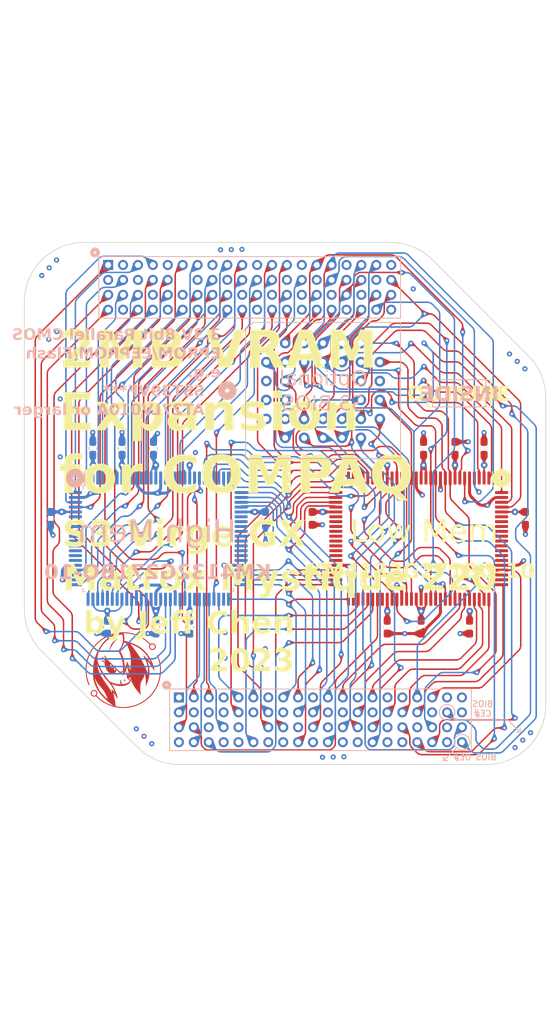
<source format=kicad_pcb>
(kicad_pcb (version 20221018) (generator pcbnew)
  (title_block (title "Compaq S3 Virge GX VRAM Expansion") (date "2023-08-16") (rev "1") (company "Jeff Chen") (comment 1 "with Alternate BIOS Socket"))
  (layers (0 "F.Cu" signal "Front") (1 "In1.Cu" signal) (2 "In2.Cu" signal) (31 "B.Cu" signal "Back") (34 "B.Paste" user) (35 "F.Paste" user) (36 "B.SilkS" user "B.Silkscreen") (37 "F.SilkS" user "F.Silkscreen") (38 "B.Mask" user) (39 "F.Mask" user) (44 "Edge.Cuts" user))
  (net 0 "")
  (net 1 "3V3H")
  (net 2 "GND")
  (net 3 "/PD44")
  (net 4 "/PD34")
  (net 5 "/PD33")
  (net 6 "/PD32")
  (net 7 "/PD47")
  (net 8 "/PD49")
  (net 9 "/PD50")
  (net 10 "/PD53")
  (net 11 "/CAS")
  (net 12 "/PD7")
  (net 13 "/PD6")
  (net 14 "/PD3")
  (net 15 "/PD1")
  (net 16 "/PD35")
  (net 17 "/PD45")
  (net 18 "/PD46")
  (net 19 "/PD48")
  (net 20 "/PD51")
  (net 21 "/PD52")
  (net 22 "/PD54")
  (net 23 "/HCKE")
  (net 24 "/PD5")
  (net 25 "/PD4")
  (net 26 "/PD2")
  (net 27 "/PD0")
  (net 28 "/PD43")
  (net 29 "/PD36")
  (net 30 "/PD37")
  (net 31 "/PD40")
  (net 32 "/PD63")
  (net 33 "/PD61")
  (net 34 "/PD60")
  (net 35 "/PD57")
  (net 36 "/PD55")
  (net 38 "/PD15")
  (net 39 "/PD12")
  (net 40 "/PD10")
  (net 41 "/PD8")
  (net 42 "/PD42")
  (net 43 "/PD41")
  (net 44 "/PD38")
  (net 45 "/PD39")
  (net 46 "/PD62")
  (net 47 "/PD59")
  (net 48 "/PD58")
  (net 49 "/PD56")
  (net 50 "/WE")
  (net 51 "/PD14")
  (net 52 "/PD13")
  (net 53 "/PD11")
  (net 54 "/PD9")
  (net 55 "/HDQM0")
  (net 56 "/LDQM2")
  (net 57 "/DSF")
  (net 58 "/BA")
  (net 59 "/MA8")
  (net 60 "/MA5")
  (net 61 "/MA2")
  (net 62 "/PD24")
  (net 63 "/PD26")
  (net 64 "3V3L")
  (net 65 "/PD30")
  (net 66 "/PD31")
  (net 67 "/HDQM3")
  (net 68 "/LDQM0")
  (net 69 "/CS")
  (net 70 "/MA7")
  (net 71 "/MA3")
  (net 72 "/PD25")
  (net 73 "/PD27")
  (net 74 "/PD28")
  (net 75 "/PD29")
  (net 76 "BIOS_CE")
  (net 77 "/HDQM2")
  (net 78 "/LDQM3")
  (net 79 "/HCLK")
  (net 80 "/RAS")
  (net 81 "/MA6")
  (net 82 "/MA1")
  (net 83 "/PD23")
  (net 84 "/PD22")
  (net 85 "/PD20")
  (net 86 "/PD19")
  (net 87 "/PD16")
  (net 88 "/LCKE")
  (net 89 "/HDQM1")
  (net 90 "/LDQM1")
  (net 91 "/LCLK")
  (net 92 "/MA4")
  (net 93 "/MA0")
  (net 94 "/PD21")
  (net 95 "/PD18")
  (net 96 "/PD17")
  (net 97 "BIOS_OE")
  (footprint "Compaq S3 Virge GX VRAM Addon Board:Top Pin Header" (layer "F.Cu") (at 117.03 72.83)
    (fp_text reference "J1" hide)
    (fp_text value "~")
  )
  (footprint "JeffLibrary:RainbowDash" (layer "F.Cu") (at 119.134421 127.139077)
    (fp_text reference "G***" hide)
    (fp_text value "LOGO" hide)
  )
  (footprint "Package_QFP:PQFP-100_14x20mm_P0.65mm" (layer "F.Cu") (at 158.72 109.518712 -90)
    (fp_text reference "U2" hide)
    (fp_text value "~")
  )
  (footprint "Capacitor_SMD:C_0603_1608Metric_Pad1.08x0.95mm_HandSolder" (layer "F.Cu") (at 165.544999 121.38621 -90)
    (fp_text reference "C13" hide)
    (fp_text value "0.1uF")
  )
  (footprint "Capacitor_SMD:C_0603_1608Metric_Pad1.08x0.95mm_HandSolder" (layer "F.Cu") (at 154.495 121.38371 -90)
    (fp_text reference "C14" hide)
    (fp_text value "0.1uF")
  )
  (footprint "Capacitor_SMD:C_0603_1608Metric_Pad1.08x0.95mm_HandSolder" (layer "F.Cu") (at 173.045 106.803712 -90)
    (fp_text reference "C16" hide)
    (fp_text value "0.1uF")
  )
  (footprint "Capacitor_SMD:C_0603_1608Metric_Pad1.08x0.95mm_HandSolder" (layer "F.Cu") (at 144.415 106.803711 -90)
    (fp_text reference "C12" hide)
    (fp_text value "0.1uF")
  )
  (footprint "Capacitor_SMD:C_0603_1608Metric_Pad1.08x0.95mm_HandSolder" (layer "F.Cu") (at 163.595001 97.413711 90)
    (fp_text reference "C10" hide)
    (fp_text value "0.1uF")
  )
  (footprint "Capacitor_SMD:C_0603_1608Metric_Pad1.08x0.95mm_HandSolder" (layer "F.Cu") (at 167.495001 97.41371 90)
    (fp_text reference "C11" hide)
    (fp_text value "0.1uF")
  )
  (footprint "Capacitor_SMD:C_0603_1608Metric_Pad1.08x0.95mm_HandSolder" (layer "F.Cu") (at 159.375 97.413709 90)
    (fp_text reference "C9" hide)
    (fp_text value "0.1uF")
  )
  (footprint "Capacitor_SMD:C_0603_1608Metric_Pad1.08x0.95mm_HandSolder" (layer "F.Cu") (at 159.045 121.383711 -90)
    (fp_text reference "C15" hide)
    (fp_text value "0.1uF")
  )
  (footprint "Compaq S3 Virge GX VRAM Addon Board:Bottom Pin Header" (layer "F.Cu") (at 126.53 130.81)
    (fp_text reference "P1" hide)
    (fp_text value "~")
  )
  (footprint "Package_LCC:PLCC-32_THT-Socket" (layer "B.Cu") (at 140.8 90.93 -90)
    (fp_text reference "U3" hide)
    (fp_text value "SST39SF010-040")
  )
  (footprint "Package_QFP:PQFP-100_14x20mm_P0.65mm" (layer "B.Cu") (at 123.756857 109.519959 -90)
    (fp_text reference "U1" hide)
    (fp_text value "~")
  )
  (footprint "Capacitor_SMD:C_0603_1608Metric_Pad1.08x0.95mm_HandSolder" (layer "B.Cu") (at 138.151857 106.804959 -90)
    (fp_text reference "C4" hide)
    (fp_text value "0.1uF")
  )
  (footprint "Capacitor_SMD:C_0603_1608Metric_Pad1.08x0.95mm_HandSolder" (layer "B.Cu") (at 114.971857 97.414959 90)
    (fp_text reference "C1" hide)
    (fp_text value "0.1uF")
  )
  (footprint "Capacitor_SMD:C_0603_1608Metric_Pad1.08x0.95mm_HandSolder" (layer "B.Cu") (at 123.111857 97.414959 90)
    (fp_text reference "C2" hide)
    (fp_text value "0.1uF")
  )
  (footprint "Capacitor_SMD:C_0603_1608Metric_Pad1.08x0.95mm_HandSolder" (layer "B.Cu") (at 116.931857 121.384959 -90)
    (fp_text reference "C7" hide)
    (fp_text value "0.1uF")
  )
  (footprint "Capacitor_SMD:C_0603_1608Metric_Pad1.08x0.95mm_HandSolder" (layer "B.Cu") (at 123.441857 121.377459 -90)
    (fp_text reference "C6" hide)
    (fp_text value "0.1uF")
  )
  (footprint "Capacitor_SMD:C_0603_1608Metric_Pad1.08x0.95mm_HandSolder" (layer "B.Cu") (at 109.301857 106.804959 -90)
    (fp_text reference "C8" hide)
    (fp_text value "0.1uF")
  )
  (footprint "Capacitor_SMD:C_0603_1608Metric_Pad1.08x0.95mm_HandSolder" (layer "B.Cu") (at 118.891857 97.414959 90)
    (fp_text reference "C3" hide)
    (fp_text value "0.1uF")
  )
  (footprint "Capacitor_SMD:C_0603_1608Metric_Pad1.08x0.95mm_HandSolder" (layer "B.Cu") (at 127.981857 121.384959 -90)
    (fp_text reference "C5" hide)
    (fp_text value "0.1uF")
  )
  (gr_line (start 172.34 135.489999) (end 171.800001 135.489999) (stroke (width 0.127)) (layer "B.SilkS"))
  (gr_circle (center 164.53 136.81) (end 165.27 136.07) (stroke (width 0.127)) (fill none) (layer "B.SilkS"))
  (gr_line (start 163.52 133.8) (end 166.24 133.8) (stroke (width 0.127)) (layer "B.SilkS"))
  (gr_line (start 162.589999 139.29) (end 162.050001 139.29) (stroke (width 0.127)) (layer "B.SilkS"))
  (gr_line (start 172.34 134.95) (end 172.34 135.489998) (stroke (width 0.127)) (layer "B.SilkS"))
  (gr_line (start 166.24 133.8) (end 170.65 133.8) (stroke (width 0.127)) (layer "B.SilkS"))
  (gr_circle (center 162.53 132.81) (end 163.27 132.07) (stroke (width 0.127)) (fill none) (layer "B.SilkS"))
  (gr_rect (start 160.58 88.22) (end 167.73 91.86) (stroke (width 0.127)) (fill none) (layer "B.SilkS"))
  (gr_line (start 135.48 88.66) (end 135.48 90.64) (stroke (width 0.12)) (layer "B.SilkS"))
  (gr_circle (center 133.03 89.67) (end 133.29 89.67) (stroke (width 1)) (fill none) (layer "B.SilkS"))
  (gr_line (start 163.790142 137.549858) (end 162.05 139.29) (stroke (width 0.127)) (layer "B.SilkS"))
  (gr_line (start 170.65 133.8) (end 172.34 135.49) (stroke (width 0.127)) (layer "B.SilkS"))
  (gr_line (start 163.270041 133.550041) (end 163.52 133.8) (stroke (width 0.127)) (layer "B.SilkS"))
  (gr_circle (center 112.61 101.41) (end 112.87 101.41) (stroke (width 1)) (fill none) (layer "B.SilkS"))
  (gr_line (start 162.05 139.29) (end 162.05 138.75) (stroke (width 0.127)) (layer "B.SilkS"))
  (gr_rect (start 159.85 88.21) (end 168.37 91.85) (stroke (width 0.127)) (fill none) (layer "F.SilkS"))
  (gr_circle (center 169.85 101.41) (end 170.11 101.41) (stroke (width 1)) (fill none) (layer "F.SilkS"))
  (gr_line locked (start 167.78 139.81) (end 126.63 139.81) (stroke (width 0.1)) (layer "Edge.Cuts"))
  (gr_line locked (start 120.971329 137.471443) (end 108.121559 124.621673) (stroke (width 0.1)) (layer "Edge.Cuts"))
  (gr_arc locked (start 175.78 131.809866) (mid 173.436815 137.466815) (end 167.779866 139.81) (stroke (width 0.1)) (layer "Edge.Cuts"))
  (gr_arc locked (start 154.94 69.812588) (mid 158.000529 70.421365) (end 160.59512 72.155016) (stroke (width 0.1)) (layer "Edge.Cuts"))
  (gr_line locked (start 113.78 69.81) (end 154.94 69.81) (stroke (width 0.1)) (layer "Edge.Cuts"))
  (gr_arc locked (start 173.438801 84.998776) (mid 175.172827 87.593929) (end 175.781735 90.65512) (stroke (width 0.1)) (layer "Edge.Cuts"))
  (gr_line locked (start 105.78 118.96) (end 105.78 77.81) (stroke (width 0.1)) (layer "Edge.Cuts"))
  (gr_arc locked (start 108.12126 124.621673) (mid 106.386722 122.025754) (end 105.777634 118.963659) (stroke (width 0.1)) (layer "Edge.Cuts"))
  (gr_arc locked (start 105.78 77.81) (mid 108.123185 72.153051) (end 113.780134 69.809866) (stroke (width 0.1)) (layer "Edge.Cuts"))
  (gr_line locked (start 175.78 90.66) (end 175.78 131.81) (stroke (width 0.1)) (layer "Edge.Cuts"))
  (gr_line locked (start 173.438581 84.998581) (end 160.594882 72.154882) (stroke (width 0.1)) (layer "Edge.Cuts"))
  (gr_arc locked (start 126.63 139.815022) (mid 123.567549 139.205863) (end 120.971329 137.471125) (stroke (width 0.1)) (layer "Edge.Cuts"))
  (gr_text "INSIDE" (at 164.2 91.42) (layer "B.SilkS") (effects (font (size 2 2) (thickness 0.127) bold) (justify bottom mirror)))
  (gr_text "High Mem" (at 123.59 108.74) (layer "B.SilkS") (effects (font (size 3 3) (thickness 0.2)) (justify mirror)))
  (gr_text "KM4132G271BQ-10" (at 123.7 114.13) (layer "B.SilkS") (effects (font (size 2 2) (thickness 0.25) bold) (justify mirror)))
  (gr_text "BIOS OE#" (at 169.25 139.28) (layer "B.SilkS") (effects (font (size 0.8 0.8) (thickness 0.15) bold) (justify left bottom mirror)))
  (gr_text "Optional\nS3 BIOS" (at 145.91 89.82) (layer "B.SilkS") (effects (font (size 2 2) (thickness 0.2)) (justify mirror)))
  (gr_text "3.3V 8bit Parallel CMOS \nEPROM/EEPROM/Flash\ne.g.\n   SST39VF***\n   AT27LV010A or larger" (at 132.17 87.28) (layer "B.SilkS") (effects (font (size 1.5 1.5) (thickness 0.25) bold) (justify left mirror)))
  (gr_text "BIOS\nCE#" (at 167.32 133.44) (layer "B.SilkS") (effects (font (size 0.8 0.8) (thickness 0.15) bold) (justify bottom mirror)))
  (gr_text "Low Mem" (at 159.44 108.71) (layer "F.SilkS") (effects (font (size 3 3) (thickness 0.2))))
  (gr_text "S3 Virge GX\nMatrox Mystique 220" (at 110.84 107.07) (layer "F.SilkS") (effects (font (size 3.5 3.5) (thickness 0.127) bold) (justify left top)))
  (gr_text "OUTSIDE" (at 164.1 91.4) (layer "F.SilkS") (effects (font (size 2 2) (thickness 0.127) bold) (justify bottom)))
  (gr_text "KM4132G271BQ-10" (at 159.06 113.99) (layer "F.SilkS") (effects (font (size 2 2) (thickness 0.25) bold)))
  (gr_text "2MB VRAM\nExpansion\nfor COMPAQ" (at 110.42 81.59) (layer "F.SilkS") (effects (font (size 5 5) (thickness 0.127) bold) (justify left top)))
  (gr_text "by Jeff Chen\n2023" (at 142.08 127.8) (layer "F.SilkS") (effects (font (size 3 3) (thickness 0.127) bold) (justify right bottom)))
  (via (at 123.43 99.66) (size 0.889) (drill 0.381) (layers "F.Cu" "B.Cu") (net 1))
  (via (at 118.8775 99.66) (size 0.889) (drill 0.381) (layers "F.Cu" "B.Cu") (net 1))
  (via (at 115.0025 99.66) (size 0.889) (drill 0.381) (layers "F.Cu" "B.Cu") (net 1))
  (via (at 123.4375 119.235) (size 0.889) (drill 0.381) (layers "F.Cu" "B.Cu") (net 1))
  (via (at 127.9825 99.665) (size 0.889) (drill 0.381) (layers "F.Cu" "B.Cu") (net 1))
  (via (at 116.9125 119.21) (size 0.889) (drill 0.381) (layers "F.Cu" "B.Cu") (net 1))
  (via (at 136.7075 105.935) (size 0.889) (drill 0.381) (layers "F.Cu" "B.Cu") (net 1))
  (via (at 127.9825 119.235) (size 0.889) (drill 0.381) (layers "F.Cu" "B.Cu") (net 1))
  (via (at 110.7825 105.925) (size 0.889) (drill 0.381) (layers "F.Cu" "B.Cu") (net 1))
  (segment (start 118.8825 101.385) (end 118.8825 99.665) (width 0.2) (layer "B.Cu") (net 1))
  (segment (start 118.8925 99.645) (end 118.8775 99.66) (width 0.2) (layer "B.Cu") (net 1))
  (segment (start 123.075393 118.872893) (end 123.4375 119.235) (width 0.2) (layer "B.Cu") (net 1))
  (segment (start 114.9825 101.385) (end 114.9825 99.68) (width 0.2) (layer "B.Cu") (net 1))
  (segment (start 123.4425 119.24) (end 123.4375 119.235) (width 0.2) (layer "B.Cu") (net 1))
  (segment (start 123.1125 98.928286) (end 123.1125 98.2675) (width 0.2) (layer "B.Cu") (net 1))
  (segment (start 112.6325 105.935) (end 110.7925 105.935) (width 0.2) (layer "B.Cu") (net 1))
  (segment (start 116.9325 119.23) (end 116.9125 119.21) (width 0.2) (layer "B.Cu") (net 1))
  (segment (start 123.4425 120.505) (end 123.4425 119.24) (width 0.2) (layer "B.Cu") (net 1))
  (segment (start 109.3025 105.9325) (end 110.775 105.9325) (width 0.2) (layer "B.Cu") (net 1))
  (segment (start 124.0825 117.635) (end 124.0825 118.175786) (width 0.2) (layer "B.Cu") (net 1))
  (segment (start 114.9725 98.2675) (end 114.9725 99.63) (width 0.2) (layer "B.Cu") (net 1))
  (segment (start 118.8925 98.2675) (end 118.8925 99.645) (width 0.2) (layer "B.Cu") (net 1))
  (segment (start 123.4325 99.6625) (end 123.4325 101.385) (width 0.2) (layer "B.Cu") (net 1))
  (segment (start 138.1525 105.9325) (end 136.71 105.9325) (width 0.2) (layer "B.Cu") (net 1))
  (segment (start 114.9725 99.63) (end 115.0025 99.66) (width 0.2) (layer "B.Cu") (net 1))
  (segment (start 123.43 99.66) (end 123.405393 99.635393) (width 0.2) (layer "B.Cu") (net 1))
  (segment (start 127.9825 120.5125) (end 127.9825 119.235) (width 0.2) (layer "B.Cu") (net 1))
  (segment (start 122.7825 117.635) (end 122.7825 118.165786) (width 0.2) (layer "B.Cu") (net 1))
  (segment (start 122.7825 100.721714) (end 122.7825 101.385) (width 0.2) (layer "B.Cu") (net 1))
  (segment (start 127.9825 101.385) (end 127.9825 99.665) (width 0.2) (layer "B.Cu") (net 1))
  (segment (start 134.8825 105.935) (end 136.7075 105.935) (width 0.2) (layer "B.Cu") (net 1))
  (segment (start 118.512893 118.927107) (end 118.589607 118.850393) (width 0.2) (layer "B.Cu") (net 1))
  (segment (start 115.275393 118.855393) (end 115.347107 118.927107) (width 0.2) (layer "B.Cu") (net 1))
  (segment (start 123.789607 118.882893) (end 123.4375 119.235) (width 0.2) (layer "B.Cu") (net 1))
  (segment (start 110.7925 105.935) (end 110.7825 105.925) (width 0.2) (layer "B.Cu") (net 1))
  (segment (start 127.9825 117.635) (end 127.9825 119.235) (width 0.2) (layer "B.Cu") (net 1))
  (segment (start 116.054214 119.22) (end 117.805786 119.22) (width 0.2) (layer "B.Cu") (net 1))
  (segment (start 136.71 105.9325) (end 136.7075 105.935) (width 0.2) (layer "B.Cu") (net 1))
  (segment (start 118.8825 118.143286) (end 118.8825 117.635) (width 0.2) (layer "B.Cu") (net 1))
  (segment (start 123.43 99.66) (end 123.075393 100.014607) (width 0.2) (layer "B.Cu") (net 1))
  (segment (start 110.775 105.9325) (end 110.7825 105.925) (width 0.2) (layer "B.Cu") (net 1))
  (segment (start 114.9825 117.635) (end 114.9825 118.148286) (width 0.2) (layer "B.Cu") (net 1))
  (segment (start 123.43 99.66) (end 123.4325 99.6625) (width 0.2) (layer "B.Cu") (net 1))
  (segment (start 114.9825 99.68) (end 115.0025 99.66) (width 0.2) (layer "B.Cu") (net 1))
  (segment (start 118.8825 99.665) (end 118.8775 99.66) (width 0.2) (layer "B.Cu") (net 1))
  (segment (start 116.9325 120.5125) (end 116.9325 119.23) (width 0.2) (layer "B.Cu") (net 1))
  (arc (start 115.347107 118.927107) (mid 115.67153 119.14388) (end 116.054214 119.22) (width 0.2) (layer "B.Cu") (net 1))
  (arc (start 118.589607 118.850393) (mid 118.80638 118.52597) (end 118.8825 118.143286) (width 0.2) (layer "B.Cu") (net 1))
  (arc (start 122.7825 118.165786) (mid 122.85862 118.548469) (end 123.075393 118.872893) (width 0.2) (layer "B.Cu") (net 1))
  (arc (start 114.9825 118.148286) (mid 115.05862 118.530969) (end 115.275393 118.855393) (width 0.2) (layer "B.Cu") (net 1))
  (arc (start 123.789607 118.882893) (mid 124.00638 118.55847) (end 124.0825 118.175786) (width 0.2) (layer "B.Cu") (net 1))
  (arc (start 122.7825 100.721714) (mid 122.85862 100.339031) (end 123.075393 100.014607) (width 0.2) (layer "B.Cu") (net 1))
  (arc (start 123.405393 99.635393) (mid 123.18862 99.31097) (end 123.1125 98.928286) (width 0.2) (layer "B.Cu") (net 1))
  (arc (start 118.512893 118.927107) (mid 118.18847 119.14388) (end 117.805786 119.22) (width 0.2) (layer "B.Cu") (net 1))
  (segment (start 163.606212 96.54) (end 163.595001 96.551211) (width 0.4) (layer "F.Cu") (net 2))
  (segment (start 161.645 102.975) (end 161.645 101.393712) (width 0.4) (layer "F.Cu") (net 2))
  (segment (start 172.81 112.48) (end 172.489181 112.800819) (width 0.4) (layer "F.Cu") (net 2))
  (segment (start 165.536289 122.24) (end 165.544999 122.24871) (width 0.4) (layer "F.Cu") (net 2))
  (segment (start 161.65 102.98) (end 161.645 102.975) (width 0.4) (layer "F.Cu") (net 2))
  (segment (start 167.324214 105.05) (end 167.95 105.05) (width 0.4) (layer "F.Cu") (net 2))
  (segment (start 165.837893 103.977893) (end 166.617107 104.757107) (width 0.4) (layer "F.Cu") (net 2))
  (segment (start 155.77 115.72) (end 156.152107 116.102107) (width 0.4) (layer "F.Cu") (net 2))
  (segment (start 149.36 113.25) (end 149.203712 113.093712) (width 0.4) (layer "F.Cu") (net 2))
  (segment (start 159.05 116.05) (end 159.045 116.055) (width 0.4) (layer "F.Cu") (net 2))
  (segment (start 159.044999 122.24621) (end 159.045 122.246211) (width 0.4) (layer "F.Cu") (net 2))
  (segment (start 149.203712 113.093712) (end 147.595 113.093712) (width 0.4) (layer "F.Cu") (net 2))
  (segment (start 173.045 108.945) (end 173.05 108.95) (width 0.4) (layer "F.Cu") (net 2))
  (segment (start 167.5 95.31) (end 167.5 96.546211) (width 0.4) (layer "F.Cu") (net 2))
  (segment (start 168.513712 115.043712) (end 169.845 115.043712) (width 0.4) (layer "F.Cu") (net 2))
  (segment (start 165.545 117.089214) (end 165.545 117.643712) (width 0.4) (layer "F.Cu") (net 2))
  (segment (start 158.395 102.450786) (end 158.395 101.393712) (width 0.4) (layer "F.Cu") (net 2))
  (segment (start 154.495 122.24621) (end 159.044999 122.24621) (width 0.4) (layer "F.Cu") (net 2))
  (segment (start 159.37 96.546209) (end 159.375 96.551209) (width 0.4) (layer "F.Cu") (net 2))
  (segment (start 161.352107 119.939104) (end 159.045 122.246211) (width 0.4) (layer "F.Cu") (net 2))
  (segment (start 156.445 101.393712) (end 156.445 103.350786) (width 0.4) (layer "F.Cu") (net 2))
  (segment (start 165.545 101.393712) (end 165.545 103.270786) (width 0.4) (layer "F.Cu") (net 2))
  (segment (start 144.415 107.666211) (end 145.793789 107.666211) (width 0.4) (layer "F.Cu") (net 2))
  (segment (start 164.78 115.91) (end 165.252107 116.382107) (width 0.4) (layer "F.Cu") (net 2))
  (segment (start 167.95 104.94) (end 168.603395 104.286605) (width 0.4) (layer "F.Cu") (net 2))
  (segment (start 167.95 105.05) (end 167.95 104.94) (width 0.4) (layer "F.Cu") (net 2))
  (segment (start 167.5 96.546211) (end 167.495001 96.55121) (width 0.4) (layer "F.Cu") (net 2))
  (segment (start 159.21 103.68) (end 158.687893 103.157893) (width 0.4) (layer "F.Cu") (net 2))
  (segment (start 156.152107 104.057893) (end 156.11 104.1) (width 0.4) (layer "F.Cu") (net 2))
  (segment (start 169.310502 103.993712) (end 169.845 103.993712) (width 0.4) (layer "F.Cu") (net 2))
  (segment (start 173.045 107.666212) (end 173.045 108.945) (width 0.4) (layer "F.Cu") (net 2))
  (segment (start 159.37 95.33) (end 159.37 96.546209) (width 0.4) (layer "F.Cu") (net 2))
  (segment (start 165.37 96.54) (end 163.606212 96.54) (width 0.4) (layer "F.Cu") (net 2))
  (segment (start 156.445 116.809214) (end 156.445 117.643712) (width 0.4) (layer "F.Cu") (net 2))
  (segment (start 171.782074 113.093712) (end 169.845 113.093712) (width 0.4) (layer "F.Cu") (net 2))
  (segment (start 168.23 114.76) (end 168.513712 115.043712) (width 0.4) (layer "F.Cu") (net 2))
  (segment (start 161.645 117.643712) (end 161.645 119.231997) (width 0.4) (layer "F.Cu") (net 2))
  (segment (start 164.28 122.24) (end 165.536289 122.24) (width 0.4) (layer "F.Cu") (net 2))
  (segment (start 159.045 116.055) (end 159.045 117.643712) (width 0.4) (layer "F.Cu") (net 2))
  (segment (start 145.793789 107.666211) (end 145.8 107.66) (width 0.4) (layer "F.Cu") (net 2))
  (via (at 110.88 115.044959) (size 0.7) (drill 0.3) (layers "F.Cu" "B.Cu") (net 2))
  (via (at 138.13 124.28) (size 0.7) (drill 0.3) (layers "F.Cu" "B.Cu") (net 2))
  (via (at 108.115 74.245) (size 0.7) (drill 0.3) (layers "F.Cu" "B.Cu") (net 2))
  (via (at 122.88 137.01) (size 0.7) (drill 0.3) (layers "F.Cu" "B.Cu") (net 2))
  (via (at 109.05 82.8) (size 0.7) (drill 0.3) (layers "F.Cu" "B.Cu") (net 2))
  (via (at 161.65 102.98) (size 0.7) (drill 0.3) (layers "F.Cu" "B.Cu") (net 2))
  (via (at 126.8 122.25) (size 0.7) (drill 0.3) (layers "F.Cu" "B.Cu") (net 2))
  (via (at 170.91 84.76) (size 0.7) (drill 0.3) (layers "F.Cu" "B.Cu") (net 2))
  (via (at 156.85 122.25) (size 0.7) (drill 0.3) (layers "F.Cu" "B.Cu") (net 2))
  (via (at 164.28 122.24) (size 0.7) (drill 0.3) (layers "F.Cu" "B.Cu") (net 2))
  (via (at 173.05 108.95) (size 0.7) (drill 0.3) (layers "F.Cu" "B.Cu") (net 2))
  (via (at 110.13 81.77) (size 0.7) (drill 0.3) (layers "F.Cu" "B.Cu") (net 2))
  (via (at 155.77 115.72) (size 0.7) (drill 0.3) (layers "F.Cu" "B.Cu") (net 2))
  (via (at 157.99 76.04) (size 0.7) (drill 0.3) (layers "F.Cu" "B.Cu") (net 2))
  (via (at 172.81 112.48) (size 0.7) (drill 0.3) (layers "F.Cu" "B.Cu") (net 2))
  (via (at 114.96 95.27) (size 0.7) (drill 0.3) (layers "F.Cu" "B.Cu") (net 2))
  (via (at 145.809146 138.826568) (size 0.7) (drill 0.3) (layers "F.Cu" "B.Cu") (net 2))
  (via (at 159.21 103.68) (size 0.7) (drill 0.3) (layers "F.Cu" "B.Cu") (net 2))
  (via (at 172.695 136.535) (size 0.7) (drill 0.3) (layers "F.Cu" "B.Cu") (net 2))
  (via (at 122.35 122.24) (size 0.7) (drill 0.3) (layers "F.Cu" "B.Cu") (net 2))
  (via (at 156.11 104.1) (size 0.7) (drill 0.3) (layers "F.Cu" "B.Cu") (net 2))
  (via (at 173.73 135.54) (size 0.7) (drill 0.3) (layers "F.Cu" "B.Cu") (net 2))
  (via (at 120.81 135.02) (size 0.7) (drill 0.3) (layers "F.Cu" "B.Cu") (net 2))
  (via (at 110.105001 72.175) (size 0.7) (drill 0.3) (layers "F.Cu" "B.Cu") (net 2))
  (via (at 123.66 95.41) (size 0.7) (drill 0.3) (layers "F.Cu" "B.Cu") (net 2))
  (via (at 110.59 90.79) (size 0.7) (drill 0.3) (layers "F.Cu" "B.Cu") (net 2))
  (via (at 168.23 114.76) (size 0.7) (drill 0.3) (layers "F.Cu" "B.Cu") (net 2))
  (via (at 167.5 95.31) (size 0.7) (drill 0.3) (layers "F.Cu" "B.Cu") (net 2))
  (via (at 132.71 125.52) (size 0.7) (drill 0.3) (layers "F.Cu" "B.Cu") (net 2))
  (via (at 118.89 95.26) (size 0.7) (drill 0.3) (layers "F.Cu" "B.Cu") (net 2))
  (via (at 164.78 115.91) (size 0.7) (drill 0.3) (layers "F.Cu" "B.Cu") (net 2))
  (via (at 138.151857 109.968143) (size 0.7) (drill 0.3) (layers "F.Cu" "B.Cu") (net 2))
  (via (at 147.244573 138.798284) (size 0.7) (drill 0.3) (layers "F.Cu" "B.Cu") (net 2))
  (via (at 132.73 122.11) (size 0.7) (drill 0.3) (layers "F.Cu" "B.Cu") (net 2))
  (via (at 167.95 105.05) (size 0.7) (drill 0.3) (layers "F.Cu" "B.Cu") (net 2))
  (via (at 133.554573 70.768284) (size 0.7) (drill 0.3) (layers "F.Cu" "B.Cu") (net 2))
  (via (at 109.63 109.07) (size 0.7) (drill 0.3) (layers "F.Cu" "B.Cu") (net 2))
  (via (at 132.565041 113.094959) (size 0.7) (drill 0.3) (layers "F.Cu" "B.Cu") (net 2))
  (via (at 159.37 95.33) (size 0.7) (drill 0.3) (layers "F.Cu" "B.Cu") (net 2))
  (via (at 123.66 103.43) (size 0.7) (drill 0.3) (layers "F.Cu" "B.Cu") (net 2))
  (via (at 115.48 122.25) (size 0.7) (drill 0.3) (layers "F.Cu" "B.Cu") (net 2))
  (via (at 171.66 137.53) (size 0.7) (drill 0.3) (layers "F.Cu" "B.Cu") (net 2))
  (via (at 172.98 86.75) (size 0.7) (drill 0.3) (layers "F.Cu" "B.Cu") (net 2))
  (via (at 109.11 73.21) (size 0.7) (drill 0.3) (layers "F.Cu" "B.Cu") (net 2))
  (via (at 114.66 103.44) (size 0.7) (drill 0.3) (layers "F.Cu" "B.Cu") (net 2))
  (via (at 124.73 115.75) (size 0.7) (drill 0.3) (layers "F.Cu" "B.Cu") (net 2))
  (via (at 121.845 136.015) (size 0.7) (drill 0.3) (layers "F.Cu" "B.Cu") (net 2))
  (via (at 110.59 98.56) (size 0.7) (drill 0.3) (layers "F.Cu" "B.Cu") (net 2))
  (via (at 128.75 97.98) (size 0.7) (drill 0.3) (layers "F.Cu" "B.Cu") (net 2))
  (via (at 134.99 70.74) (size 0.7) (drill 0.3) (layers "F.Cu" "B.Cu") (net 2))
  (via (at 117.09 115.7) (size 0.7) (drill 0.3) (layers "F.Cu" "B.Cu") (net 2))
  (via (at 132.119146 70.796568) (size 0.7) (drill 0.3) (layers "F.Cu" "B.Cu") (net 2))
  (via (at 145.8 107.66) (size 0.7) (drill 0.3) (layers "F.Cu" "B.Cu") (net 2))
  (via (at 171.945 85.755) (size 0.7) (drill 0.3) (layers "F.Cu" "B.Cu") (net 2))
  (via (at 149.36 113.25) (size 0.7) (drill 0.3) (layers "F.Cu" "B.Cu") (net 2))
  (via (at 159.05 116.05) (size 0.7) (drill 0.3) (layers "F.Cu" "B.Cu") (net 2))
  (via (at 148.68 138.77) (size 0.7) (drill 0.3) (layers "F.Cu" "B.Cu") (net 2))
  (via (at 165.37 96.54) (size 0.7) (drill 0.3) (layers "F.Cu" "B.Cu") (net 2))
  (arc (start 172.489181 112.800819) (mid 172.164758 113.017592) (end 171.782074 113.093712) (width 0.4) (layer "F.Cu") (net 2))
  (arc (start 156.445 103.350786) (mid 156.36888 103.733469) (end 156.152107 104.057893) (width 0.4) (layer "F.Cu") (net 2))
  (arc (start 156.152107 116.102107) (mid 156.36888 116.42653) (end 156.445 116.809214) (width 0.4) (layer "F.Cu") (net 2))
  (arc (start 165.837893 103.977893) (mid 165.62112 103.65347) (end 165.545 103.270786) (width 0.4) (layer "F.Cu") (net 2))
  (arc (start 166.617107 104.757107) (mid 166.94153 104.97388) (end 167.324214 105.05) (width 0.4) (layer "F.Cu") (net 2))
  (arc (start 158.687893 103.157893) (mid 158.47112 102.83347) (end 158.395 102.450786) (width 0.4) (layer "F.Cu") (net 2))
  (arc (start 168.603395 104.286605) (mid 168.927818 104.069832) (end 169.310502 103.993712) (width 0.4) (layer "F.Cu") (net 2))
  (arc (start 165.545 117.089214) (mid 165.46888 116.706531) (end 165.252107 116.382107) (width 0.4) (layer "F.Cu") (net 2))
  (arc (start 161.352107 119.939104) (mid 161.56888 119.614681) (end 161.645 119.231997) (width 0.4) (layer "F.Cu") (net 2))
  (segment (start 110.88 115.044959) (end 110.88 113.98066) (width 0.4) (layer "B.Cu") (net 2))
  (segment (start 124.73 115.75) (end 121.70066 115.75) (width 0.4) (layer "B.Cu") (net 2))
  (segment (start 115.482541 122.247459) (end 115.48 122.25) (width 0.4) (layer "B.Cu") (net 2))
  (segment (start 116.931857 101.983929) (end 116.931857 101.394959) (width 0.4) (layer "B.Cu") (net 2))
  (segment (start 121.17033 115.96967) (end 121.051527 116.088473) (width 0.4) (layer "B.Cu") (net 2))
  (segment (start 120.831857 101.947643) (end 120.831857 101.394959) (width 0.4) (layer "B.Cu") (net 2))
  (segment (start 116.931857 115.858143) (end 116.931857 117.644959) (width 0.4) (layer "B.Cu") (net 2))
  (segment (start 126.8 122.25) (end 127.979316 122.25) (width 0.4) (layer "B.Cu") (net 2))
  (segment (start 124.73 115.75) (end 124.61066 115.75) (width 0.4) (layer "B.Cu") (net 2))
  (segment (start 120.831857 116.618803) (end 120.831857 117.644959) (width 0.4) (layer "B.Cu") (net 2))
  (segment (start 114.397934 103.702066) (end 114.66 103.44) (width 0.4) (layer "B.Cu") (net 2))
  (segment (start 124.081857 102.593929) (end 124.081857 101.394959) (width 0.4) (layer "B.Cu") (net 2))
  (segment (start 123.66 103.43) (end 123.788964 103.301036) (width 0.4) (layer "B.Cu") (net 2))
  (segment (start 138.151857 109.968143) (end 138.151857 107.667459) (width 0.4) (layer "B.Cu") (net 2))
  (segment (start 114.66 103.44) (end 115.475786 103.44) (width 0.4) (layer "B.Cu") (net 2))
  (segment (start 126.031857 101.933929) (end 126.031857 101.394959) (width 0.4) (layer "B.Cu") (net 2))
  (segment (start 117.09 115.7) (end 116.931857 115.858143) (width 0.4) (layer "B.Cu") (net 2))
  (segment (start 123.66 95.41) (end 123.40475 95.66525) (width 0.4) (layer "B.Cu") (net 2))
  (segment (start 123.111857 96.372357) (end 123.111857 96.552459) (width 0.4) (layer "B.Cu") (net 2))
  (segment (start 116.182893 103.147107) (end 116.638964 102.691036) (width 0.4) (layer "B.Cu") (net 2))
  (segment (start 123.66 103.43) (end 122.314214 103.43) (width 0.4) (layer "B.Cu") (net 2))
  (segment (start 111.765701 113.094959) (end 112.631857 113.094959) (width 0.4) (layer "B.Cu") (net 2))
  (segment (start 118.89 96.550602) (end 118.891857 96.552459) (width 0.4) (layer "B.Cu") (net 2))
  (segment (start 125.53967 115.96967) (end 125.812187 116.242187) (width 0.4) (layer "B.Cu") (net 2))
  (segment (start 124.73 115.75) (end 125.00934 115.75) (width 0.4) (layer "B.Cu") (net 2))
  (segment (start 111.09967 113.45033) (end 111.235371 113.314629) (width 0.4) (layer "B.Cu") (net 2))
  (segment (start 126.031857 116.772517) (end 126.031857 117.644959) (width 0.4) (layer "B.Cu") (net 2))
  (segment (start 124.08033 115.96967) (end 123.651527 116.398473) (width 0.4) (layer "B.Cu") (net 2))
  (segment (start 109.59475 109.03475) (end 109.63 109.07) (width 0.4) (layer "B.Cu") (net 2))
  (segment (start 116.931857 122.247459) (end 115.482541 122.247459) (width 0.4) (layer "B.Cu") (net 2))
  (segment (start 121.607107 103.137107) (end 121.12475 102.65475) (width 0.4) (layer "B.Cu") (net 2))
  (segment (start 118.89 95.26) (end 118.89 96.550602) (width 0.4) (layer "B.Cu") (net 2))
  (segment (start 114.96 95.27) (end 114.96 96.540602) (width 0.4) (layer "B.Cu") (net 2))
  (segment (start 109.301857 107.667459) (end 109.301857 108.327643) (width 0.4) (layer "B.Cu") (net 2))
  (segment (start 127.979316 122.25) (end 127.981857 122.247459) (width 0.4) (layer "B.Cu") (net 2))
  (segment (start 134.881857 113.094959) (end 132.565041 113.094959) (width 0.4) (layer "B.Cu") (net 2))
  (segment (start 123.431857 116.928803) (end 123.431857 117.644959) (width 0.4) (layer "B.Cu") (net 2))
  (segment (start 123.66 103.43) (end 124.535786 103.43) (width 0.4) (layer "B.Cu") (net 2))
  (segment (start 114.96 96.540602) (end 114.971857 96.552459) (width 0.4) (layer "B.Cu") (net 2))
  (segment (start 123.441816 122.24) (end 123.441857 122.239959) (width 0.4) (layer "B.Cu") (net 2))
  (segment (start 125.242893 103.137107) (end 125.738964 102.641036) (width 0.4) (layer "B.Cu") (net 2))
  (segment (start 110.88 115.044959) (end 112.631857 115.044959) (width 0.4) (layer "B.Cu") (net 2))
  (segment (start 122.35 122.24) (end 123.441816 122.24) (width 0.4) (layer "B.Cu") (net 2))
  (segment (start 112.631857 103.994959) (end 113.690827 103.994959) (width 0.4) (layer "B.Cu") (net 2))
  (arc (start 124.081857 102.593929) (mid 124.005737 102.976612) (end 123.788964 103.301036) (width 0.4) (layer "B.Cu") (net 2))
  (arc (start 110.88 113.98066) (mid 110.93709 113.693647) (end 111.09967 113.45033) (width 0.4) (layer "B.Cu") (net 2))
  (arc (start 125.812187 116.242187) (mid 125.974767 116.485504) (end 126.031857 116.772517) (width 0.4) (layer "B.Cu") (net 2))
  (arc (start 126.031857 101.933929) (mid 125.955737 102.316612) (end 125.738964 102.641036) (width 0.4) (layer "B.Cu") (net 2))
  (arc (start 124.08033 115.96967) (mid 124.323647 115.80709) (end 124.61066 115.75) (width 0.4) (layer "B.Cu") (net 2))
  (arc (start 122.314214 103.43) (mid 121.931531 103.35388) (end 121.607107 103.137107) (width 0.4) (layer "B.Cu") (net 2))
  (arc (start 125.53967 115.96967) (mid 125.296353 115.80709) (end 125.00934 115.75) (width 0.4) (layer "B.Cu") (net 2))
  (arc (start 115.475786 103.44) (mid 115.858469 103.36388) (end 116.182893 103.147107) (width 0.4) (layer "B.Cu") (net 2))
  (arc (start 121.17033 115.96967) (mid 121.413647 115.80709) (end 121.70066 115.75) (width 0.4) (layer "B.Cu") (net 2))
  (arc (start 120.831857 116.618803) (mid 120.888947 116.33179) (end 121.051527 116.088473) (width 0.4) (layer "B.Cu") (net 2))
  (arc (start 114.397934 103.702066) (mid 114.073511 103.918839) (end 113.690827 103.994959) (width 0.4) (layer "B.Cu") (net 2))
  (arc (start 120.831857 101.947643) (mid 120.907977 102.330326) (end 121.12475 102.65475) (width 0.4) (layer "B.Cu") (net 2))
  (arc (start 109.59475 109.03475) (mid 109.377977 108.710327) (end 109.301857 108.327643) (width 0.4) (layer "B.Cu") (net 2))
  (arc (start 116.931857 101.983929) (mid 116.855737 102.366612) (end 116.638964 102.691036) (width 0.4) (layer "B.Cu") (net 2))
  (arc (start 123.40475 95.66525) (mid 123.187977 95.989673) (end 123.111857 96.372357) (width 0.4) (layer "B.Cu") (net 2))
  (arc (start 111.235371 113.314629) (mid 111.478688 113.152049) (end 111.765701 113.094959) (width 0.4) (layer "B.Cu") (net 2))
  (arc (start 124.535786 103.43) (mid 124.918469 103.35388) (end 125.242893 103.137107) (width 0.4) (layer "B.Cu") (net 2))
  (arc (start 123.431857 116.928803) (mid 123.488947 116.64179) (end 123.651527 116.398473) (width 0.4) (layer "B.Cu") (net 2))
  (segment (start 107.24 120.105786) (end 107.24 83.034214) (width 0.2) (layer "F.Cu") (net 3))
  (segment (start 108.7 121.98) (end 107.532893 120.812893) (width 0.2) (layer "F.Cu") (net 3))
  (segment (start 107.532893 82.327107) (end 117.03 72.83) (width 0.2) (layer "F.Cu") (net 3))
  (via (at 108.7 121.98) (size 0.7) (drill 0.3) (layers "F.Cu" "B.Cu") (net 3))
  (arc (start 107.24 83.034214) (mid 107.31612 82.651531) (end 107.532893 82.327107) (width 0.2) (layer "F.Cu") (net 3))
  (arc (start 107.24 120.105786) (mid 107.31612 120.488469) (end 107.532893 120.812893) (width 0.2) (layer "F.Cu") (net 3))
  (segment (start 122.131857 120.693929) (end 122.131857 117.644959) (width 0.2) (layer "B.Cu") (net 3))
  (segment (start 113.262893 122.272893) (end 115.307107 124.317107) (width 0.2) (layer "B.Cu") (net 3))
  (segment (start 108.7 121.98) (end 112.555786 121.98) (width 0.2) (layer "B.Cu") (net 3))
  (segment (start 118.922893 124.317107) (end 121.838964 121.401036) (width 0.2) (layer "B.Cu") (net 3))
  (segment (start 116.014214 124.61) (end 118.215786 124.61) (width 0.2) (layer "B.Cu") (net 3))
  (arc (start 118.922893 124.317107) (mid 118.59847 124.53388) (end 118.215786 124.61) (width 0.2) (layer "B.Cu") (net 3))
  (arc (start 115.307107 124.317107) (mid 115.63153 124.53388) (end 116.014214 124.61) (width 0.2) (layer "B.Cu") (net 3))
  (arc (start 113.262893 122.272893) (mid 112.93847 122.05612) (end 112.555786 121.98) (width 0.2) (layer "B.Cu") (net 3))
  (arc (start 122.131857 120.693929) (mid 122.055737 121.076612) (end 121.838964 121.401036) (width 0.2) (layer "B.Cu") (net 3))
  (segment (start 116.794214 73.83) (end 119.615786 73.83) (width 0.2) (layer "B.Cu") (net 4))
  (segment (start 120.322893 73.537107) (end 121.03 72.83) (width 0.2) (layer "B.Cu") (net 4))
  (segment (start 112.631857 103.344959) (end 112.631857 77.992357) (width 0.2) (layer "B.Cu") (net 4))
  (segment (start 112.92475 77.28525) (end 116.087107 74.122893) (width 0.2) (layer "B.Cu") (net 4))
  (arc (start 112.631857 77.992357) (mid 112.707977 77.609674) (end 112.92475 77.28525) (width 0.2) (layer "B.Cu") (net 4))
  (arc (start 119.615786 73.83) (mid 119.998469 73.75388) (end 120.322893 73.537107) (width 0.2) (layer "B.Cu") (net 4))
  (arc (start 116.794214 73.83) (mid 116.411531 73.90612) (end 116.087107 74.122893) (width 0.2) (layer "B.Cu") (net 4))
  (segment (start 111.447868 104.547868) (end 111.457091 104.557091) (width 0.2) (layer "B.Cu") (net 5))
  (segment (start 121.455786 71.67) (end 116.454214 71.67) (width 0.2) (layer "B.Cu") (net 5))
  (segment (start 111.36 76.764214) (end 111.36 104.335736) (width 0.2) (layer "B.Cu") (net 5))
  (segment (start 123.03 72.83) (end 122.162893 71.962893) (width 0.2) (layer "B.Cu") (net 5))
  (segment (start 115.747107 71.962893) (end 111.652893 76.057107) (width 0.2) (layer "B.Cu") (net 5))
  (segment (start 111.669223 104.644959) (end 112.631857 104.644959) (width 0.2) (layer "B.Cu") (net 5))
  (arc (start 122.162893 71.962893) (mid 121.838469 71.74612) (end 121.455786 71.67) (width 0.2) (layer "B.Cu") (net 5))
  (arc (start 111.669223 104.644959) (mid 111.554418 104.622123) (end 111.457091 104.557091) (width 0.2) (layer "B.Cu") (net 5))
  (arc (start 111.36 104.335736) (mid 111.382836 104.450541) (end 111.447868 104.547868) (width 0.2) (layer "B.Cu") (net 5))
  (arc (start 111.652893 76.057107) (mid 111.43612 76.38153) (end 111.36 76.764214) (width 0.2) (layer "B.Cu") (net 5))
  (arc (start 116.454214 71.67) (mid 116.07153 71.74612) (end 115.747107 71.962893) (width 0.2) (layer "B.Cu") (net 5))
  (segment (start 126.322893 73.537107) (end 127.03 72.83) (width 0.2) (layer "F.Cu") (net 6))
  (segment (start 115.95 103.595786) (end 115.95 90.634214) (width 0.2) (layer "F.Cu") (net 6))
  (segment (start 114.66 105.3) (end 115.657107 104.302893) (width 0.2) (layer "F.Cu") (net 6))
  (segment (start 126.03 79.725786) (end 126.03 74.244214) (width 0.2) (layer "F.Cu") (net 6))
  (segment (start 116.242893 89.927107) (end 125.737107 80.432893) (width 0.2) (layer "F.Cu") (net 6))
  (via (at 114.66 105.3) (size 0.7) (drill 0.3) (layers "F.Cu" "B.Cu") (net 6))
  (arc (start 115.95 103.595786) (mid 115.87388 103.978469) (end 115.657107 104.302893) (width 0.2) (layer "F.Cu") (net 6))
  (arc (start 126.03 79.725786) (mid 125.95388 80.108469) (end 125.737107 80.432893) (width 0.2) (layer "F.Cu") (net 6))
  (arc (start 126.322893 73.537107) (mid 126.10612 73.86153) (end 126.03 74.244214) (width 0.2) (layer "F.Cu") (net 6))
  (arc (start 115.95 90.634214) (mid 116.02612 90.251531) (end 116.242893 89.927107) (width 0.2) (layer "F.Cu") (net 6))
  (segment (start 113.610082 105.3) (end 113.605041 105.294959) (width 0.2) (layer "B.Cu") (net 6))
  (segment (start 114.66 105.3) (end 113.610082 105.3) (width 0.2) (layer "B.Cu") (net 6))
  (segment (start 113.605041 105.294959) (end 112.631857 105.294959) (width 0.2) (layer "B.Cu") (net 6))
  (segment (start 116.892893 90.837107) (end 118.88 88.85) (width 0.2) (layer "F.Cu") (net 7))
  (segment (start 124.025786 113.58) (end 120.234214 113.58) (width 0.2) (layer "F.Cu") (net 7))
  (segment (start 125.5 112.52) (end 124.732893 113.287107) (width 0.2) (layer "F.Cu") (net 7))
  (segment (start 116.6 109.945786) (end 116.6 91.544214) (width 0.2) (layer "F.Cu") (net 7))
  (segment (start 119.527107 113.287107) (end 116.892893 110.652893) (width 0.2) (layer "F.Cu") (net 7))
  (via (at 125.5 112.52) (size 0.7) (drill 0.3) (layers "F.Cu" "B.Cu") (net 7))
  (via (at 118.88 88.85) (size 0.7) (drill 0.3) (layers "F.Cu" "B.Cu") (net 7))
  (arc (start 120.234214 113.58) (mid 119.851531 113.50388) (end 119.527107 113.287107) (width 0.2) (layer "F.Cu") (net 7))
  (arc (start 116.6 109.945786) (mid 116.67612 110.328469) (end 116.892893 110.652893) (width 0.2) (layer "F.Cu") (net 7))
  (arc (start 124.025786 113.58) (mid 124.408469 113.50388) (end 124.732893 113.287107) (width 0.2) (layer "F.Cu") (net 7))
  (arc (start 116.892893 90.837107) (mid 116.67612 91.16153) (end 116.6 91.544214) (width 0.2) (layer "F.Cu") (net 7))
  (segment (start 123.047107 112.812893) (end 119.82475 116.03525) (width 0.2) (layer "B.Cu") (net 7))
  (segment (start 118.88 88.85) (end 118.96 88.85) (width 0.2) (layer "B.Cu") (net 7))
  (segment (start 119.531857 116.742357) (end 119.531857 117.644959) (width 0.2) (layer "B.Cu") (net 7))
  (segment (start 118.96 88.85) (end 127.737107 80.072893) (width 0.2) (layer "B.Cu") (net 7))
  (segment (start 128.03 79.365786) (end 128.03 74.244214) (width 0.2) (layer "B.Cu") (net 7))
  (segment (start 128.322893 73.537107) (end 129.03 72.83) (width 0.2) (layer "B.Cu") (net 7))
  (segment (start 125.5 112.52) (end 123.754214 112.52) (width 0.2) (layer "B.Cu") (net 7))
  (arc (start 119.82475 116.03525) (mid 119.607977 116.359673) (end 119.531857 116.742357) (width 0.2) (layer "B.Cu") (net 7))
  (arc (start 123.047107 112.812893) (mid 123.37153 112.59612) (end 123.754214 112.52) (width 0.2) (layer "B.Cu") (net 7))
  (arc (start 127.737107 80.072893) (mid 127.95388 79.74847) (end 128.03 79.365786) (width 0.2) (layer "B.Cu") (net 7))
  (arc (start 128.03 74.244214) (mid 128.10612 73.861531) (end 128.322893 73.537107) (width 0.2) (layer "B.Cu") (net 7))
  (segment (start 120.47475 90.87525) (end 131.737107 79.612893) (width 0.2) (layer "B.Cu") (net 8))
  (segment (start 120.181857 101.394959) (end 120.181857 91.582357) (width 0.2) (layer "B.Cu") (net 8))
  (segment (start 132.03 78.905786) (end 132.03 74.244214) (width 0.2) (layer "B.Cu") (net 8))
  (segment (start 132.322893 73.537107) (end 133.03 72.83) (width 0.2) (layer "B.Cu") (net 8))
  (arc (start 120.47475 90.87525) (mid 120.257977 91.199673) (end 120.181857 91.582357) (width 0.2) (layer "B.Cu") (net 8))
  (arc (start 132.03 74.244214) (mid 132.10612 73.861531) (end 132.322893 73.537107) (width 0.2) (layer "B.Cu") (net 8))
  (arc (start 131.737107 79.612893) (mid 131.95388 79.28847) (end 132.03 78.905786) (width 0.2) (layer "B.Cu") (net 8))
  (segment (start 134.03 80.495786) (end 134.03 74.244214) (width 0.2) (layer "F.Cu") (net 9))
  (segment (start 132.852893 82.087107) (end 133.737107 81.202893) (width 0.2) (layer "F.Cu") (net 9))
  (segment (start 134.322893 73.537107) (end 135.03 72.83) (width 0.2) (layer "F.Cu") (net 9))
  (segment (start 131.63 82.38) (end 132.145786 82.38) (width 0.2) (layer "F.Cu") (net 9))
  (via (at 131.63 82.38) (size 0.7) (drill 0.3) (layers "F.Cu" "B.Cu") (net 9))
  (arc (start 134.03 80.495786) (mid 133.95388 80.878469) (end 133.737107 81.202893) (width 0.2) (layer "F.Cu") (net 9))
  (arc (start 132.852893 82.087107) (mid 132.52847 82.30388) (end 132.145786 82.38) (width 0.2) (layer "F.Cu") (net 9))
  (arc (start 134.03 74.244214) (mid 134.10612 73.861531) (end 134.322893 73.537107) (width 0.2) (layer "F.Cu") (net 9))
  (segment (start 131.63 82.38) (end 131.55 82.38) (width 0.2) (layer "B.Cu") (net 9))
  (segment (start 121.481857 92.862357) (end 121.481857 101.394959) (width 0.2) (layer "B.Cu") (net 9))
  (segment (start 131.55 82.38) (end 121.77475 92.15525) (width 0.2) (layer "B.Cu") (net 9))
  (arc (start 121.481857 92.862357) (mid 121.557977 92.479674) (end 121.77475 92.15525) (width 0.2) (layer "B.Cu") (net 9))
  (segment (start 133.68 85.78) (end 137.732353 81.727647) (width 0.2) (layer "F.Cu") (net 10))
  (segment (start 138.025246 81.02054) (end 138.025246 74.248968) (width 0.2) (layer "F.Cu") (net 10))
  (segment (start 138.318139 73.541861) (end 139.03 72.83) (width 0.2) (layer "F.Cu") (net 10))
  (segment (start 133.68 85.86) (end 133.68 85.78) (width 0.2) (layer "F.Cu") (net 10))
  (via (at 133.68 85.86) (size 0.7) (drill 0.3) (layers "F.Cu" "B.Cu") (net 10))
  (arc (start 137.732353 81.727647) (mid 137.949126 81.403224) (end 138.025246 81.02054) (width 0.2) (layer "F.Cu") (net 10))
  (arc (start 138.025246 74.248968) (mid 138.101366 73.866285) (end 138.318139 73.541861) (width 0.2) (layer "F.Cu") (net 10))
  (segment (start 133.68 85.86) (end 133.68 85.88) (width 0.2) (layer "B.Cu") (net 10))
  (segment (start 125.381857 94.592357) (end 125.381857 101.394959) (width 0.2) (layer "B.Cu") (net 10))
  (segment (start 133.68 85.88) (end 125.67475 93.88525) (width 0.2) (layer "B.Cu") (net 10))
  (arc (start 125.381857 94.592357) (mid 125.457977 94.209674) (end 125.67475 93.88525) (width 0.2) (layer "B.Cu") (net 10))
  (segment (start 141.27 100.775) (end 137.382893 96.887893) (width 0.2) (layer "F.Cu") (net 11))
  (segment (start 148.084214 98.89) (end 149.895786 98.89) (width 0.2) (layer "F.Cu") (net 11))
  (segment (start 140.322893 73.537107) (end 141.03 72.83) (width 0.2) (layer "F.Cu") (net 11))
  (segment (start 146.482893 100.077107) (end 147.377107 99.182893) (width 0.2) (layer "F.Cu") (net 11))
  (segment (start 142.089214 100.37) (end 145.775786 100.37) (width 0.2) (layer "F.Cu") (net 11))
  (segment (start 151.895 100.889214) (end 151.895 101.393712) (width 0.2) (layer "F.Cu") (net 11))
  (segment (start 140.03 80.975786) (end 140.03 74.244214) (width 0.2) (layer "F.Cu") (net 11))
  (segment (start 150.602893 99.182893) (end 151.602107 100.182107) (width 0.2) (layer "F.Cu") (net 11))
  (segment (start 137.09 96.180786) (end 137.09 84.744214) (width 0.2) (layer "F.Cu") (net 11))
  (segment (start 141.27 100.775) (end 141.382107 100.662893) (width 0.2) (layer "F.Cu") (net 11))
  (segment (start 137.382893 84.037107) (end 139.737107 81.682893) (width 0.2) (layer "F.Cu") (net 11))
  (via (at 141.27 100.775) (size 0.7) (drill 0.3) (layers "F.Cu" "B.Cu") (net 11))
  (arc (start 140.03 80.975786) (mid 139.95388 81.358469) (end 139.737107 81.682893) (width 0.2) (layer "F.Cu") (net 11))
  (arc (start 151.895 100.889214) (mid 151.81888 100.506531) (end 151.602107 100.182107) (width 0.2) (layer "F.Cu") (net 11))
  (arc (start 137.09 84.744214) (mid 137.16612 84.361531) (end 137.382893 84.037107) (width 0.2) (layer "F.Cu") (net 11))
  (arc (start 142.089214 100.37) (mid 141.706531 100.44612) (end 141.382107 100.662893) (width 0.2) (layer "F.Cu") (net 11))
  (arc (start 148.084214 98.89) (mid 147.701531 98.96612) (end 147.377107 99.182893) (width 0.2) (layer "F.Cu") (net 11))
  (arc (start 146.482893 100.077107) (mid 146.15847 100.29388) (end 145.775786 100.37) (width 0.2) (layer "F.Cu") (net 11))
  (arc (start 137.382893 96.887893) (mid 137.16612 96.56347) (end 137.09 96.180786) (width 0.2) (layer "F.Cu") (net 11))
  (arc (start 149.895786 98.89) (mid 150.278469 98.96612) (end 150.602893 99.182893) (width 0.2) (layer "F.Cu") (net 11))
  (arc (start 140.322893 73.537107) (mid 140.10612 73.86153) (end 140.03 74.244214) (width 0.2) (layer "F.Cu") (net 11))
  (segment (start 131.564214 98.89) (end 134.275786 98.89) (width 0.2) (layer "B.Cu") (net 11))
  (segment (start 130.801527 99.238473) (end 130.857107 99.182893) (width 0.2) (layer "B.Cu") (net 11))
  (segment (start 136.564214 100.35) (end 140.430786 100.35) (width 0.2) (layer "B.Cu") (net 11))
  (segment (start 130.581857 101.394959) (end 130.581857 99.768803) (width 0.2) (layer "B.Cu") (net 11))
  (segment (start 134.982893 99.182893) (end 135.857107 100.057107) (width 0.2) (layer "B.Cu") (net 11))
  (segment (start 141.137893 100.642893) (end 141.27 100.775) (width 0.2) (layer "B.Cu") (net 11))
  (arc (start 136.564214 100.35) (mid 136.181531 100.27388) (end 135.857107 100.057107) (width 0.2) (layer "B.Cu") (net 11))
  (arc (start 134.275786 98.89) (mid 134.658469 98.96612) (end 134.982893 99.182893) (width 0.2) (layer "B.Cu") (net 11))
  (arc (start 140.430786 100.35) (mid 140.813469 100.42612) (end 141.137893 100.642893) (width 0.2) (layer "B.Cu") (net 11))
  (arc (start 131.564214 98.89) (mid 131.181531 98.96612) (end 130.857107 99.182893) (width 0.2) (layer "B.Cu") (net 11))
  (arc (start 130.581857 99.768803) (mid 130.638947 99.48179) (end 130.801527 99.238473) (width 0.2) (layer "B.Cu") (net 11))
  (segment (start 143.802107 79.637893) (end 141.092893 82.347107) (width 0.2) (layer "F.Cu") (net 12))
  (segment (start 140.8 83.054214) (end 140.8 83.31) (width 0.2) (layer "F.Cu") (net 12))
  (segment (start 164.337107 80.397107) (end 155.702893 71.762893) (width 0.2) (layer "F.Cu") (net 12))
  (segment (start 165.36 97.73) (end 164.762893 98.327107) (width 0.2) (layer "F.Cu") (net 12))
  (segment (start 164.63 81.82) (end 164.63 81.104214) (width 0.2) (layer "F.Cu") (net 12))
  (segment (start 144.095 74.179214) (end 144.095 78.930786) (width 0.2) (layer "F.Cu") (net 12))
  (segment (start 146.097107 71.762893) (end 145.03 72.83) (width 0.2) (layer "F.Cu") (net 12))
  (segment (start 154.995786 71.47) (end 146.804214 71.47) (width 0.2) (layer "F.Cu") (net 12))
  (segment (start 164.47 99.034214) (end 164.47 100.125736) (width 0.2) (layer "F.Cu") (net 12))
  (segment (start 164.245 100.599264) (end 164.245 101.393712) (width 0.2) (layer "F.Cu") (net 12))
  (segment (start 145.03 72.83) (end 144.387893 73.472107) (width 0.2) (layer "F.Cu") (net 12))
  (segment (start 164.382132 100.337868) (end 164.332868 100.387132) (width 0.2) (layer "F.Cu") (net 12))
  (via (at 164.63 81.82) (size 0.7) (drill 0.3) (layers "F.Cu" "B.Cu") (net 12))
  (via (at 165.36 97.73) (size 0.7) (drill 0.3) (layers "F.Cu" "B.Cu") (net 12))
  (arc (start 164.337107 80.397107) (mid 164.55388 80.72153) (end 164.63 81.104214) (width 0.2) (layer "F.Cu") (net 12))
  (arc (start 155.702893 71.762893) (mid 155.37847 71.54612) (end 154.995786 71.47) (width 0.2) (layer "F.Cu") (net 12))
  (arc (start 146.097107 71.762893) (mid 146.42153 71.54612) (end 146.804214 71.47) (width 0.2) (layer "F.Cu") (net 12))
  (arc (start 144.095 74.179214) (mid 144.17112 73.796531) (end 144.387893 73.472107) (width 0.2) (layer "F.Cu") (net 12))
  (arc (start 164.762893 98.327107) (mid 164.54612 98.65153) (end 164.47 99.034214) (width 0.2) (layer "F.Cu") (net 12))
  (arc (start 141.092893 82.347107) (mid 140.87612 82.67153) (end 140.8 83.054214) (width 0.2) (layer "F.Cu") (net 12))
  (arc (start 164.382132 100.337868) (mid 164.447164 100.240541) (end 164.47 100.125736) (width 0.2) (layer "F.Cu") (net 12))
  (arc (start 143.802107 79.637893) (mid 144.01888 79.31347) (end 144.095 78.930786) (width 0.2) (layer "F.Cu") (net 12))
  (arc (start 164.332868 100.387132) (mid 164.267836 100.484459) (end 164.245 100.599264) (width 0.2) (layer "F.Cu") (net 12))
  (segment (start 164.63 96.585786) (end 164.63 81.82) (width 0.2) (layer "B.Cu") (net 12))
  (segment (start 165.36 97.73) (end 164.922893 97.292893) (width 0.2) (layer "B.Cu") (net 12))
  (arc (start 164.63 96.585786) (mid 164.70612 96.968469) (end 164.922893 97.292893) (width 0.2) (layer "B.Cu") (net 12))
  (segment (start 146.03 74.244214) (end 146.03 79.33934) (width 0.2) (layer "F.Cu") (net 13))
  (segment (start 164.9 104.58) (end 164.895 104.575) (width 0.2) (layer "F.Cu") (net 13))
  (segment (start 164.895 104.575) (end 164.895 101.393712) (width 0.2) (layer "F.Cu") (net 13))
  (segment (start 144.68033 80.38967) (end 142.552893 82.517107) (width 0.2) (layer "F.Cu") (net 13))
  (segment (start 142.26 83.224214) (end 142.26 83.975786) (width 0.2) (layer "F.Cu") (net 13))
  (segment (start 145.302893 80.17) (end 145.21066 80.17) (width 0.2) (layer "F.Cu") (net 13))
  (segment (start 145.81033 79.86967) (end 145.656446 80.023554) (width 0.2) (layer "F.Cu") (net 13))
  (segment (start 147.03 72.83) (end 146.322893 73.537107) (width 0.2) (layer "F.Cu") (net 13))
  (segment (start 141.967107 84.682893) (end 140.8 85.85) (width 0.2) (layer "F.Cu") (net 13))
  (via (at 164.9 104.58) (size 0.7) (drill 0.3) (layers "F.Cu" "B.Cu") (net 13))
  (arc (start 144.68033 80.38967) (mid 144.923647 80.22709) (end 145.21066 80.17) (width 0.2) (layer "F.Cu") (net 13))
  (arc (start 142.552893 82.517107) (mid 142.33612 82.84153) (end 142.26 83.224214) (width 0.2) (layer "F.Cu") (net 13))
  (arc (start 146.03 79.33934) (mid 145.97291 79.626353) (end 145.81033 79.86967) (width 0.2) (layer "F.Cu") (net 13))
  (arc (start 145.656446 80.023554) (mid 145.494234 80.13194) (end 145.302893 80.17) (width 0.2) (layer "F.Cu") (net 13))
  (arc (start 146.322893 73.537107) (mid 146.10612 73.861531) (end 146.03 74.244214) (width 0.2) (layer "F.Cu") (net 13))
  (arc (start 142.26 83.975786) (mid 142.18388 84.35847) (end 141.967107 84.682893) (width 0.2) (layer "F.Cu") (net 13))
  (segment (start 164.9 104.58) (end 166.555786 104.58) (width 0.2) (layer "B.Cu") (net 13))
  (segment (start 156.645786 71.23) (end 148.08962 71.23) (width 0.2) (layer "B.Cu") (net 13))
  (segment (start 147.03 72.28962) (end 147.03 72.83) (width 0.2) (layer "B.Cu") (net 13))
  (segment (start 168.73 102.405786) (end 168.73 83.314214) (width 0.2) (layer "B.Cu") (net 13))
  (segment (start 147.382513 71.522893) (end 147.322893 71.582513) (width 0.2) (layer "B.Cu") (net 13))
  (segment (start 168.437107 82.607107) (end 157.352893 71.522893) (width 0.2) (layer "B.Cu") (net 13))
  (segment (start 167.262893 104.287107) (end 168.437107 103.112893) (width 0.2) (layer "B.Cu") (net 13))
  (arc (start 168.73 83.314214) (mid 168.65388 82.931531) (end 168.437107 82.607107) (width 0.2) (layer "B.Cu") (net 13))
  (arc (start 168.73 102.405786) (mid 168.65388 102.788469) (end 168.437107 103.112893) (width 0.2) (layer "B.Cu") (net 13))
  (arc (start 148.08962 71.23) (mid 147.706937 71.30612) (end 147.382513 71.522893) (width 0.2) (layer "B.Cu") (net 13))
  (arc (start 147.03 72.28962) (mid 147.10612 71.906937) (end 147.322893 71.582513) (width 0.2) (layer "B.Cu") (net 13))
  (arc (start 156.645786 71.23) (mid 157.028469 71.30612) (end 157.352893 71.522893) (width 0.2) (layer "B.Cu") (net 13))
  (arc (start 166.555786 104.58) (mid 166.938469 104.50388) (end 167.262893 104.287107) (width 0.2) (layer "B.Cu") (net 13))
  (segment (start 159.39 88.28) (end 160.687107 89.577107) (width 0.2) (layer "F.Cu") (net 14))
  (segment (start 168.51 94.834214) (end 168.51 100.614498) (width 0.2) (layer "F.Cu") (net 14))
  (segment (start 168.217107 101.321605) (end 168.145 101.393712) (width 0.2) (layer "F.Cu") (net 14))
  (segment (start 159.38 88.28) (end 159.39 88.28) (width 0.2) (layer "F.Cu") (net 14))
  (segment (start 161.394214 89.87) (end 163.545786 89.87) (width 0.2) (layer "F.Cu") (net 14))
  (segment (start 164.252893 90.162893) (end 168.217107 94.127107) (width 0.2) (layer "F.Cu") (net 14))
  (via (at 159.38 88.28) (size 0.7) (drill 0.3) (layers "F.Cu" "B.Cu") (net 14))
  (arc (start 163.545786 89.87) (mid 163.928469 89.94612) (end 164.252893 90.162893) (width 0.2) (layer "F.Cu") (net 14))
  (arc (start 160.687107 89.577107) (mid 161.01153 89.79388) (end 161.394214 89.87) (width 0.2) (layer "F.Cu") (net 14))
  (arc (start 168.51 100.614498) (mid 168.43388 100.997181) (end 168.217107 101.321605) (width 0.2) (layer "F.Cu") (net 14))
  (arc (start 168.51 94.834214) (mid 168.43388 94.451531) (end 168.217107 94.127107) (width 0.2) (layer "F.Cu") (net 14))
  (segment (start 150.03 79.245786) (end 150.03 74.244214) (width 0.2) (layer "B.Cu") (net 14))
  (segment (start 144.8 85.925786) (end 144.8 84.804214) (width 0.2) (layer "B.Cu") (net 14))
  (segment (start 147.647107 89.187107) (end 145.092893 86.632893) (width 0.2) (layer "B.Cu") (net 14))
  (segment (start 149.484214 80.12) (end 149.57 80.12) (width 0.2) (layer "B.Cu") (net 14))
  (segment (start 159.38 88.28) (end 158.472893 89.187107) (width 0.2) (layer "B.Cu") (net 14))
  (segment (start 149.57 80.12) (end 149.737107 79.952893) (width 0.2) (layer "B.Cu") (net 14))
  (segment (start 145.88 83.31) (end 148.777107 80.412893) (width 0.2) (layer "B.Cu") (net 14))
  (segment (start 145.092893 84.097107) (end 145.88 83.31) (width 0.2) (layer "B.Cu") (net 14))
  (segment (start 150.322893 73.537107) (end 151.03 72.83) (width 0.2) (layer "B.Cu") (net 14))
  (segment (start 157.765786 89.48) (end 148.354214 89.48) (width 0.2) (layer "B.Cu") (net 14))
  (arc (start 158.472893 89.187107) (mid 158.14847 89.40388) (end 157.765786 89.48) (width 0.2) (layer "B.Cu") (net 14))
  (arc (start 150.03 79.245786) (mid 149.95388 79.628469) (end 149.737107 79.952893) (width 0.2) (layer "B.Cu") (net 14))
  (arc (start 144.8 84.804214) (mid 144.87612 84.421531) (end 145.092893 84.097107) (width 0.2) (layer "B.Cu") (net 14))
  (arc (start 144.8 85.925786) (mid 144.87612 86.308469) (end 145.092893 86.632893) (width 0.2) (layer "B.Cu") (net 14))
  (arc (start 150.03 74.244214) (mid 150.10612 73.861531) (end 150.322893 73.537107) (width 0.2) (layer "B.Cu") (net 14))
  (arc (start 147.647107 89.187107) (mid 147.97153 89.40388) (end 148.354214 89.48) (width 0.2) (layer "B.Cu") (net 14))
  (arc (start 149.484214 80.12) (mid 149.101531 80.19612) (end 148.777107 80.412893) (width 0.2) (layer "B.Cu") (net 14))
  (segment (start 157.89 83.32) (end 161.567107 86.997107) (width 0.2) (layer "F.Cu") (net 15))
  (segment (start 170.99033 104.41967) (end 170.985958 104.424042) (width 0.2) (layer "F.Cu") (net 15))
  (segment (start 170.455628 104.643712) (end 169.845 104.643712) (width 0.2) (layer "F.Cu") (net 15))
  (segment (start 171.21 94.974214) (end 171.21 103.88934) (width 0.2) (layer "F.Cu") (net 15))
  (segment (start 162.274214 87.29) (end 163.525786 87.29) (width 0.2) (layer "F.Cu") (net 15))
  (segment (start 164.232893 87.582893) (end 170.917107 94.267107) (width 0.2) (layer "F.Cu") (net 15))
  (segment (start 157.68 83.32) (end 157.89 83.32) (width 0.2) (layer "F.Cu") (net 15))
  (via (at 157.68 83.32) (size 0.7) (drill 0.3) (layers "F.Cu" "B.Cu") (net 15))
  (arc (start 163.525786 87.29) (mid 163.90847 87.36612) (end 164.232893 87.582893) (width 0.2) (layer "F.Cu") (net 15))
  (arc (start 170.985958 104.424042) (mid 170.742641 104.586622) (end 170.455628 104.643712) (width 0.2) (layer "F.Cu") (net 15))
  (arc (start 170.99033 104.41967) (mid 171.15291 104.176353) (end 171.21 103.88934) (width 0.2) (layer "F.Cu") (net 15))
  (arc (start 161.567107 86.997107) (mid 161.891531 87.21388) (end 162.274214 87.29) (width 0.2) (layer "F.Cu") (net 15))
  (arc (start 170.917107 94.267107) (mid 171.13388 94.591531) (end 171.21 94.974214) (width 0.2) (layer "F.Cu") (net 15))
  (segment (start 148.465786 87.01) (end 148.194214 87.01) (width 0.2) (layer "B.Cu") (net 15))
  (segment (start 149.7 85.724214) (end 149.7 85.775786) (width 0.2) (layer "B.Cu") (net 15))
  (segment (start 152.322893 73.537107) (end 153.03 72.83) (width 0.2) (layer "B.Cu") (net 15))
  (segment (start 149.407107 86.482893) (end 149.172893 86.717107) (width 0.2) (layer "B.Cu") (net 15))
  (segment (start 157.68 83.32) (end 157.68 83.5) (width 0.2) (layer "B.Cu") (net 15))
  (segment (start 150.127107 84.882893) (end 149.992893 85.017107) (width 0.2) (layer "B.Cu") (net 15))
  (segment (start 147.442893 84.287107) (end 148.42 83.31) (width 0.2) (layer "B.Cu") (net 15))
  (segment (start 157.68 83.5) (end 156.882893 84.297107) (width 0.2) (layer "B.Cu") (net 15))
  (segment (start 147.487107 86.717107) (end 147.442893 86.672893) (width 0.2) (layer "B.Cu") (net 15))
  (segment (start 152.03 79.285786) (end 152.03 74.244214) (width 0.2) (layer "B.Cu") (net 15))
  (segment (start 148.42 83.31) (end 151.737107 79.992893) (width 0.2) (layer "B.Cu") (net 15))
  (segment (start 147.15 85.965786) (end 147.15 84.994214) (width 0.2) (layer "B.Cu") (net 15))
  (segment (start 156.175786 84.59) (end 150.834214 84.59) (width 0.2) (layer "B.Cu") (net 15))
  (arc (start 149.7 85.775786) (mid 149.62388 86.158469) (end 149.407107 86.482893) (width 0.2) (layer "B.Cu") (net 15))
  (arc (start 152.322893 73.537107) (mid 152.10612 73.86153) (end 152.03 74.244214) (width 0.2) (layer "B.Cu") (net 15))
  (arc (start 147.442893 84.287107) (mid 147.22612 84.61153) (end 147.15 84.994214) (width 0.2) (layer "B.Cu") (net 15))
  (arc (start 148.465786 87.01) (mid 148.848469 86.93388) (end 149.172893 86.717107) (width 0.2) (layer "B.Cu") (net 15))
  (arc (start 152.03 79.285786) (mid 151.95388 79.668469) (end 151.737107 79.992893) (width 0.2) (layer "B.Cu") (net 15))
  (arc (start 148.194214 87.01) (mid 147.811531 86.93388) (end 147.487107 86.717107) (width 0.2) (layer "B.Cu") (net 15))
  (arc (start 150.127107 84.882893) (mid 150.45153 84.66612) (end 150.834214 84.59) (width 0.2) (layer "B.Cu") (net 15))
  (arc (start 149.7 85.724214) (mid 149.77612 85.341531) (end 149.992893 85.017107) (width 0.2) (layer "B.Cu") (net 15))
  (arc (start 147.442893 86.672893) (mid 147.22612 86.34847) (end 147.15 85.965786) (width 0.2) (layer "B.Cu") (net 15))
  (arc (start 156.882893 84.297107) (mid 156.55847 84.51388) (end 156.175786 84.59) (width 0.2) (layer "B.Cu") (net 15))
  (segment (start 114.11 101.17) (end 114.11 78.364214) (width 0.2) (layer "B.Cu") (net 16))
  (segment (start 118.322893 75.537107) (end 119.03 74.83) (width 0.2) (layer "B.Cu") (net 16))
  (segment (start 114.331857 101.391857) (end 114.11 101.17) (width 0.2) (layer "B.Cu") (net 16))
  (segment (start 116.644214 75.83) (end 117.615786 75.83) (width 0.2) (layer "B.Cu") (net 16))
  (segment (start 114.331857 101.394959) (end 114.331857 101.391857) (width 0.2) (layer "B.Cu") (net 16))
  (segment (start 114.402893 77.657107) (end 115.937107 76.122893) (width 0.2) (layer "B.Cu") (net 16))
  (arc (start 114.11 78.364214) (mid 114.18612 77.981531) (end 114.402893 77.657107) (width 0.2) (layer "B.Cu") (net 16))
  (arc (start 116.644214 75.83) (mid 116.261531 75.90612) (end 115.937107 76.122893) (width 0.2) (layer "B.Cu") (net 16))
  (arc (start 118.322893 75.537107) (mid 117.99847 75.75388) (end 117.615786 75.83) (width 0.2) (layer "B.Cu") (net 16))
  (segment (start 122.322893 75.537107) (end 123.03 74.83) (width 0.2) (layer "F.Cu") (net 17))
  (segment (start 121.14 120.65) (end 121.14 118.444214) (width 0.2) (layer "F.Cu") (net 17))
  (segment (start 122.03 79.715786) (end 122.03 76.244214) (width 0.2) (layer "F.Cu") (net 17))
  (segment (start 112.13 108.605786) (end 112.13 90.444214) (width 0.2) (layer "F.Cu") (net 17))
  (segment (start 120.847107 117.737107) (end 112.422893 109.312893) (width 0.2) (layer "F.Cu") (net 17))
  (segment (start 112.422893 89.737107) (end 121.737107 80.422893) (width 0.2) (layer "F.Cu") (net 17))
  (via (at 121.14 120.65) (size 0.7) (drill 0.3) (layers "F.Cu" "B.Cu") (net 17))
  (arc (start 112.13 108.605786) (mid 112.20612 108.988469) (end 112.422893 109.312893) (width 0.2) (layer "F.Cu") (net 17))
  (arc (start 122.03 79.715786) (mid 121.95388 80.098469) (end 121.737107 80.422893) (width 0.2) (layer "F.Cu") (net 17))
  (arc (start 112.13 90.444214) (mid 112.20612 90.061531) (end 112.422893 89.737107) (width 0.2) (layer "F.Cu") (net 17))
  (arc (start 121.14 118.444214) (mid 121.06388 118.061531) (end 120.847107 117.737107) (width 0.2) (layer "F.Cu") (net 17))
  (arc (start 122.322893 75.537107) (mid 122.10612 75.86153) (end 122.03 76.244214) (width 0.2) (layer "F.Cu") (net 17))
  (segment (start 121.14 120.65) (end 121.188964 120.601036) (width 0.2) (layer "B.Cu") (net 17))
  (segment (start 121.481857 119.893929) (end 121.481857 117.644959) (width 0.2) (layer "B.Cu") (net 17))
  (arc (start 121.188964 120.601036) (mid 121.405737 120.276613) (end 121.481857 119.893929) (width 0.2) (layer "B.Cu") (net 17))
  (segment (start 113.392893 108.702893) (end 122.137107 117.447107) (width 0.2) (layer "F.Cu") (net 18))
  (segment (start 122.21033 121.37967) (end 122.16967 121.42033) (width 0.2) (layer "F.Cu") (net 18))
  (segment (start 122.43 118.154214) (end 122.43 120.84934) (width 0.2) (layer "F.Cu") (net 18))
  (segment (start 119.917107 121.347107) (end 119.2 120.63) (width 0.2) (layer "F.Cu") (net 18))
  (segment (start 121.63934 121.64) (end 120.624214 121.64) (width 0.2) (layer "F.Cu") (net 18))
  (segment (start 124.03 76.244214) (end 124.03 79.715786) (width 0.2) (layer "F.Cu") (net 18))
  (segment (start 123.737107 80.422893) (end 113.392893 90.767107) (width 0.2) (layer "F.Cu") (net 18))
  (segment (start 125.03 74.83) (end 124.322893 75.537107) (width 0.2) (layer "F.Cu") (net 18))
  (segment (start 113.1 91.474214) (end 113.1 107.995786) (width 0.2) (layer "F.Cu") (net 18))
  (via (at 119.2 120.63) (size 0.7) (drill 0.3) (layers "F.Cu" "B.Cu") (net 18))
  (arc (start 113.1 107.995786) (mid 113.17612 108.37847) (end 113.392893 108.702893) (width 0.2) (layer "F.Cu") (net 18))
  (arc (start 124.03 79.715786) (mid 123.95388 80.098469) (end 123.737107 80.422893) (width 0.2) (layer "F.Cu") (net 18))
  (arc (start 124.322893 75.537107) (mid 124.10612 75.861531) (end 124.03 76.244214) (width 0.2) (layer "F.Cu") (net 18))
  (arc (start 122.16967 121.42033) (mid 121.926353 121.58291) (end 121.63934 121.64) (width 0.2) (layer "F.Cu") (net 18))
  (arc (start 113.392893 90.767107) (mid 113.17612 91.09153) (end 113.1 91.474214) (width 0.2) (layer "F.Cu") (net 18))
  (arc (start 122.21033 121.37967) (mid 122.37291 121.136353) (end 122.43 120.84934) (width 0.2) (layer "F.Cu") (net 18))
  (arc (start 122.137107 117.447107) (mid 122.35388 117.77153) (end 122.43 118.154214) (width 0.2) (layer "F.Cu") (net 18))
  (arc (start 120.624214 121.64) (mid 120.241531 121.56388) (end 119.917107 121.347107) (width 0.2) (layer "F.Cu") (net 18))
  (segment (start 119.2 120.63) (end 119.888964 119.941036) (width 0.2) (layer "B.Cu") (net 18))
  (segment (start 120.181857 119.233929) (end 120.181857 117.644959) (width 0.2) (layer "B.Cu") (net 18))
  (arc (start 119.888964 119.941036) (mid 120.105737 119.616613) (end 120.181857 119.233929) (width 0.2) (layer "B.Cu") (net 18))
  (segment (start 130.322893 75.537107) (end 131.03 74.83) (width 0.2) (layer "B.Cu") (net 19))
  (segment (start 119.72 100.3) (end 119.72 90.044214) (width 0.2) (layer "B.Cu") (net 19))
  (segment (start 119.531857 100.488143) (end 119.72 100.3) (width 0.2) (layer "B.Cu") (net 19))
  (segment (start 120.012893 89.337107) (end 129.737107 79.612893) (width 0.2) (layer "B.Cu") (net 19))
  (segment (start 130.03 78.905786) (end 130.03 76.244214) (width 0.2) (layer "B.Cu") (net 19))
  (segment (start 119.531857 101.394959) (end 119.531857 100.488143) (width 0.2) (layer "B.Cu") (net 19))
  (arc (start 119.72 90.044214) (mid 119.79612 89.661531) (end 120.012893 89.337107) (width 0.2) (layer "B.Cu") (net 19))
  (arc (start 130.322893 75.537107) (mid 130.10612 75.86153) (end 130.03 76.244214) (width 0.2) (layer "B.Cu") (net 19))
  (arc (start 129.737107 79.612893) (mid 129.95388 79.28847) (end 130.03 78.905786) (width 0.2) (layer "B.Cu") (net 19))
  (segment (start 122.42475 92.93525) (end 133.737107 81.622893) (width 0.2) (layer "B.Cu") (net 20))
  (segment (start 134.03 80.915786) (end 134.03 76.244214) (width 0.2) (layer "B.Cu") (net 20))
  (segment (start 134.322893 75.537107) (end 135.03 74.83) (width 0.2) (layer "B.Cu") (net 20))
  (segment (start 122.131857 101.394959) (end 122.131857 93.642357) (width 0.2) (layer "B.Cu") (net 20))
  (arc (start 134.03 76.244214) (mid 134.10612 75.861531) (end 134.322893 75.537107) (width 0.2) (layer "B.Cu") (net 20))
  (arc (start 133.737107 81.622893) (mid 133.95388 81.29847) (end 134.03 80.915786) (width 0.2) (layer "B.Cu") (net 20))
  (arc (start 122.42475 92.93525) (mid 122.207977 93.259673) (end 122.131857 93.642357) (width 0.2) (layer "B.Cu") (net 20))
  (segment (start 125.02475 91.90525) (end 135.737107 81.192893) (width 0.2) (layer "B.Cu") (net 21))
  (segment (start 136.322893 75.537107) (end 137.03 74.83) (width 0.2) (layer "B.Cu") (net 21))
  (segment (start 136.03 80.485786) (end 136.03 76.244214) (width 0.2) (layer "B.Cu") (net 21))
  (segment (start 124.731857 101.394959) (end 124.731857 92.612357) (width 0.2) (layer "B.Cu") (net 21))
  (arc (start 135.737107 81.192893) (mid 135.95388 80.86847) (end 136.03 80.485786) (width 0.2) (layer "B.Cu") (net 21))
  (arc (start 136.322893 75.537107) (mid 136.10612 75.86153) (end 136.03 76.244214) (width 0.2) (layer "B.Cu") (net 21))
  (arc (start 125.02475 91.90525) (mid 124.807977 92.229673) (end 124.731857 92.612357) (width 0.2) (layer "B.Cu") (net 21))
  (segment (start 138.317905 75.542095) (end 139.03 74.83) (width 0.2) (layer "B.Cu") (net 22))
  (segment (start 134.76 88.015786) (end 134.76 84.774214) (width 0.2) (layer "B.Cu") (net 22))
  (segment (start 135.052893 84.067107) (end 137.732119 81.387881) (width 0.2) (layer "B.Cu") (net 22))
  (segment (start 138.025012 80.680774) (end 138.025012 76.249202) (width 0.2) (layer "B.Cu") (net 22))
  (segment (start 126.681857 101.394959) (end 126.681857 96.922357) (width 0.2) (layer "B.Cu") (net 22))
  (segment (start 126.97475 96.21525) (end 134.467107 88.722893) (width 0.2) (layer "B.Cu") (net 22))
  (arc (start 134.467107 88.722893) (mid 134.68388 88.39847) (end 134.76 88.015786) (width 0.2) (layer "B.Cu") (net 22))
  (arc (start 138.025012 80.680774) (mid 137.948892 81.063457) (end 137.732119 81.387881) (width 0.2) (layer "B.Cu") (net 22))
  (arc (start 134.76 84.774214) (mid 134.83612 84.391531) (end 135.052893 84.067107) (width 0.2) (layer "B.Cu") (net 22))
  (arc (start 126.681857 96.922357) (mid 126.757977 96.539674) (end 126.97475 96.21525) (width 0.2) (layer "B.Cu") (net 22))
  (arc (start 138.025012 76.249202) (mid 138.101132 75.866519) (end 138.317905 75.542095) (width 0.2) (layer "B.Cu") (net 22))
  (segment (start 131.56 95.28) (end 131.56 115.43) (width 0.2) (layer "F.Cu") (net 23))
  (segment (start 131.56 115.43) (end 131.57 115.44) (width 0.2) (layer "F.Cu") (net 23))
  (via (at 131.57 115.44) (size 0.7) (drill 0.3) (layers "F.Cu" "B.Cu") (net 23))
  (via (at 131.56 95.28) (size 0.7) (drill 0.3) (layers "F.Cu" "B.Cu") (net 23))
  (segment (start 131.231857 116.192357) (end 131.231857 117.644959) (width 0.2) (layer "B.Cu") (net 23))
  (segment (start 136.942893 85.277107) (end 141.737107 80.482893) (width 0.2) (layer "B.Cu") (net 23))
  (segment (start 131.57 115.44) (end 131.52475 115.48525) (width 0.2) (layer "B.Cu") (net 23))
  (segment (start 142.03 79.775786) (end 142.03 76.244214) (width 0.2) (layer "B.Cu") (net 23))
  (segment (start 131.56 95.27) (end 136.357107 90.472893) (width 0.2) (layer "B.Cu") (net 23))
  (segment (start 136.65 89.765786) (end 136.65 85.984214) (width 0.2) (layer "B.Cu") (net 23))
  (segment (start 131.56 95.28) (end 131.56 95.27) (width 0.2) (layer "B.Cu") (net 23))
  (segment (start 142.322893 75.537107) (end 143.03 74.83) (width 0.2) (layer "B.Cu") (net 23))
  (arc (start 136.942893 85.277107) (mid 136.72612 85.60153) (end 136.65 85.984214) (width 0.2) (layer "B.Cu") (net 23))
  (arc (start 141.737107 80.482893) (mid 141.95388 80.15847) (end 142.03 79.775786) (width 0.2) (layer "B.Cu") (net 23))
  (arc (start 136.357107 90.472893) (mid 136.57388 90.14847) (end 136.65 89.765786) (width 0.2) (layer "B.Cu") (net 23))
  (arc (start 131.231857 116.192357) (mid 131.307977 115.809674) (end 131.52475 115.48525) (width 0.2) (layer "B.Cu") (net 23))
  (arc (start 142.03 76.244214) (mid 142.10612 75.861531) (end 142.322893 75.537107) (width 0.2) (layer "B.Cu") (net 23))
  (segment (start 166.195 101.393712) (end 166.195 102.230786) (width 0.2) (layer "F.Cu") (net 24))
  (segment (start 166.487893 102.937893) (end 166.82 103.27) (width 0.2) (layer "F.Cu") (net 24))
  (via (at 166.82 103.27) (size 0.7) (drill 0.3) (layers "F.Cu" "B.Cu") (net 24))
  (arc (start 166.195 102.230786) (mid 166.27112 102.613469) (end 166.487893 102.937893) (width 0.2) (layer "F.Cu") (net 24))
  (segment (start 166.82 103.27) (end 166.487893 102.937893) (width 0.2) (layer "B.Cu") (net 24))
  (segment (start 143.34 83.31) (end 145.737107 80.912893) (width 0.2) (layer "B.Cu") (net 24))
  (segment (start 156.035786 71.7) (end 149.014214 71.7) (width 0.2) (layer "B.Cu") (net 24))
  (segment (start 146.322893 75.537107) (end 147.03 74.83) (width 0.2) (layer "B.Cu") (net 24))
  (segment (start 166.195 102.230786) (end 166.195 81.859214) (width 0.2) (layer "B.Cu") (net 24))
  (segment (start 147.737107 74.122893) (end 147.03 74.83) (width 0.2) (layer "B.Cu") (net 24))
  (segment (start 148.03 72.58066) (end 148.03 73.415786) (width 0.2) (layer "B.Cu") (net 24))
  (segment (start 165.902107 81.152107) (end 156.742893 71.992893) (width 0.2) (layer "B.Cu") (net 24))
  (segment (start 146.03 80.205786) (end 146.03 76.244214) (width 0.2) (layer "B.Cu") (net 24))
  (segment (start 148.307107 71.992893) (end 148.24967 72.05033) (width 0.2) (layer "B.Cu") (net 24))
  (arc (start 146.322893 75.537107) (mid 146.10612 75.86153) (end 146.03 76.244214) (width 0.2) (layer "B.Cu") (net 24))
  (arc (start 166.487893 102.937893) (mid 166.27112 102.61347) (end 166.195 102.230786) (width 0.2) (layer "B.Cu") (net 24))
  (arc (start 166.195 81.859214) (mid 166.11888 81.476531) (end 165.902107 81.152107) (width 0.2) (layer "B.Cu") (net 24))
  (arc (start 145.737107 80.912893) (mid 145.95388 80.58847) (end 146.03 80.205786) (width 0.2) (layer "B.Cu") (net 24))
  (arc (start 149.014214 71.7) (mid 148.631531 71.77612) (end 148.307107 71.992893) (width 0.2) (layer "B.Cu") (net 24))
  (arc (start 148.24967 72.05033) (mid 148.08709 72.293647) (end 148.03 72.58066) (width 0.2) (layer "B.Cu") (net 24))
  (arc (start 156.035786 71.7) (mid 156.418469 71.77612) (end 156.742893 71.992893) (width 0.2) (layer "B.Cu") (net 24))
  (arc (start 147.737107 74.122893) (mid 147.95388 73.79847) (end 148.03 73.415786) (width 0.2) (layer "B.Cu") (net 24))
  (segment (start 144.8 88.065786) (end 144.8 83.264214) (width 0.2) (layer "F.Cu") (net 25))
  (segment (start 148.387893 75.472107) (end 149.03 74.83) (width 0.2) (layer "F.Cu") (net 25))
  (segment (start 166.64 94.214214) (end 166.64 100.005736) (width 0.2) (layer "F.Cu") (net 25))
  (segment (start 148.095 79.140786) (end 148.095 76.179214) (width 0.2) (layer "F.Cu") (net 25))
  (segment (start 159.4 90.3) (end 160.077107 90.977107) (width 0.2) (layer "F.Cu") (net 25))
  (segment (start 145.092893 82.557107) (end 147.802107 79.847893) (width 0.2) (layer "F.Cu") (net 25))
  (segment (start 143.68 89.03) (end 143.632893 88.982893) (width 0.2) (layer "F.Cu") (net 25))
  (segment (start 166.845 100.459264) (end 166.845 101.393712) (width 0.2) (layer "F.Cu") (net 25))
  (segment (start 166.727868 100.217868) (end 166.757132 100.247132) (width 0.2) (layer "F.Cu") (net 25))
  (segment (start 143.34 88.275786) (end 143.34 85.85) (width 0.2) (layer "F.Cu") (net 25))
  (segment (start 145.41 89.09) (end 145.092893 88.772893) (width 0.2) (layer "F.Cu") (net 25))
  (segment (start 164.402893 91.562893) (end 166.347107 93.507107) (width 0.2) (layer "F.Cu") (net 25))
  (segment (start 160.784214 91.27) (end 163.695786 91.27) (width 0.2) (layer "F.Cu") (net 25))
  (via (at 143.68 89.03) (size 0.7) (drill 0.3) (layers "F.Cu" "B.Cu") (net 25))
  (via (at 159.4 90.3) (size 0.7) (drill 0.3) (layers "F.Cu" "B.Cu") (net 25))
  (via (at 145.41 89.09) (size 0.7) (drill 0.3) (layers "F.Cu" "B.Cu") (net 25))
  (arc (start 144.8 83.264214) (mid 144.87612 82.881531) (end 145.092893 82.557107) (width 0.2) (layer "F.Cu") (net 25))
  (arc (start 148.095 79.140786) (mid 148.01888 79.523469) (end 147.802107 79.847893) (width 0.2) (layer "F.Cu") (net 25))
  (arc (start 163.695786 91.27) (mid 164.07847 91.34612) (end 164.402893 91.562893) (width 0.2) (layer "F.Cu") (net 25))
  (arc (start 166.64 100.005736) (mid 166.662836 100.120541) (end 166.727868 100.217868) (width 0.2) (layer "F.Cu") (net 25))
  (arc (start 166.347107 93.507107) (mid 166.56388 93.83153) (end 166.64 94.214214) (width 0.2) (layer "F.Cu") (net 25))
  (arc (start 143.632893 88.982893) (mid 143.41612 88.65847) (end 143.34 88.275786) (width 0.2) (layer "F.Cu") (net 25))
  (arc (start 144.8 88.065786) (mid 144.87612 88.448469) (end 145.092893 88.772893) (width 0.2) (layer "F.Cu") (net 25))
  (arc (start 148.387893 75.472107) (mid 148.17112 75.79653) (end 148.095 76.179214) (width 0.2) (layer "F.Cu") (net 25))
  (arc (start 160.077107 90.977107) (mid 160.401531 91.19388) (end 160.784214 91.27) (width 0.2) (layer "F.Cu") (net 25))
  (arc (start 166.845 100.459264) (mid 166.822164 100.344459) (end 166.757132 100.247132) (width 0.2) (layer "F.Cu") (net 25))
  (segment (start 155.406447 89.986447) (end 155.573554 90.153554) (width 0.2) (layer "B.Cu") (net 25))
  (segment (start 145.41 89.09) (end 145.35 89.03) (width 0.2) (layer "B.Cu") (net 25))
  (segment (start 146.574214 89.84) (end 155.052893 89.84) (width 0.2) (layer "B.Cu") (net 25))
  (segment (start 155.927107 90.3) (end 159.4 90.3) (width 0.2) (layer "B.Cu") (net 25))
  (segment (start 145.41 89.09) (end 145.867107 89.547107) (width 0.2) (layer "B.Cu") (net 25))
  (segment (start 145.35 89.03) (end 143.68 89.03) (width 0.2) (layer "B.Cu") (net 25))
  (arc (start 155.573554 90.153554) (mid 155.735766 90.26194) (end 155.927107 90.3) (width 0.2) (layer "B.Cu") (net 25))
  (arc (start 145.867107 89.547107) (mid 146.191531 89.76388) (end 146.574214 89.84) (width 0.2) (layer "B.Cu") (net 25))
  (arc (start 155.406447 89.986447) (mid 155.244235 89.87806) (end 155.052893 89.84) (width 0.2) (layer "B.Cu") (net 25))
  (segment (start 162.014214 88.58) (end 163.505786 88.58) (width 0.2) (layer "F.Cu") (net 26))
  (segment (start 159.43 86.42) (end 159.44 86.42) (width 0.2) (layer "F.Cu") (net 26))
  (segment (start 150.322893 75.537107) (end 151.03 74.83) (width 0.2) (layer "F.Cu") (net 26))
  (segment (start 145.88 85.85) (end 146.657107 85.072893) (width 0.2) (layer "F.Cu") (net 26))
  (segment (start 147.242893 82.237107) (end 149.737107 79.742893) (width 0.2) (layer "F.Cu") (net 26))
  (segment (start 164.212893 88.872893) (end 169.552107 94.212107) (width 0.2) (layer "F.Cu") (net 26))
  (segment (start 150.03 79.035786) (end 150.03 76.244214) (width 0.2) (layer "F.Cu") (net 26))
  (segment (start 169.845 94.919214) (end 169.845 103.343712) (width 0.2) (layer "F.Cu") (net 26))
  (segment (start 159.44 86.42) (end 161.307107 88.287107) (width 0.2) (layer "F.Cu") (net 26))
  (segment (start 146.95 84.365786) (end 146.95 82.944214) (width 0.2) (layer "F.Cu") (net 26))
  (via (at 159.43 86.42) (size 0.7) (drill 0.3) (layers "F.Cu" "B.Cu") (net 26))
  (arc (start 169.552107 94.212107) (mid 169.76888 94.53653) (end 169.845 94.919214) (width 0.2) (layer "F.Cu") (net 26))
  (arc (start 147.242893 82.237107) (mid 147.02612 82.56153) (end 146.95 82.944214) (width 0.2) (layer "F.Cu") (net 26))
  (arc (start 163.505786 88.58) (mid 163.888469 88.65612) (end 164.212893 88.872893) (width 0.2) (layer "F.Cu") (net 26))
  (arc (start 162.014214 88.58) (mid 161.631531 88.50388) (end 161.307107 88.287107) (width 0.2) (layer "F.Cu") (net 26))
  (arc (start 150.322893 75.537107) (mid 150.10612 75.86153) (end 150.03 76.244214) (width 0.2) (layer "F.Cu") (net 26))
  (arc (start 146.657107 85.072893) (mid 146.87388 84.74847) (end 146.95 84.365786) (width 0.2) (layer "F.Cu") (net 26))
  (arc (start 149.737107 79.742893) (mid 149.95388 79.41847) (end 150.03 79.035786) (width 0.2) (layer "F.Cu") (net 26))
  (segment (start 149.953553 87.436447) (end 149.916446 87.473554) (width 0.2) (layer "B.Cu") (net 26))
  (segment (start 149.562893 87.62) (end 148.064214 87.62) (width 0.2) (layer "B.Cu") (net 26))
  (segment (start 159.43 86.42) (end 158.122893 87.727107) (width 0.2) (layer "B.Cu") (net 26))
  (segment (start 155.087107 87.727107) (end 154.942893 87.582893) (width 0.2) (layer "B.Cu") (net 26))
  (segment (start 154.235786 87.29) (end 150.307107 87.29) (width 0.2) (layer "B.Cu") (net 26))
  (segment (start 157.415786 88.02) (end 155.794214 88.02) (width 0.2) (layer "B.Cu") (net 26))
  (segment (start 147.357107 87.327107) (end 145.88 85.85) (width 0.2) (layer "B.Cu") (net 26))
  (arc (start 155.794214 88.02) (mid 155.411531 87.94388) (end 155.087107 87.727107) (width 0.2) (layer "B.Cu") (net 26))
  (arc (start 149.562893 87.62) (mid 149.754234 87.58194) (end 149.916446 87.473554) (width 0.2) (layer "B.Cu") (net 26))
  (arc (start 150.307107 87.29) (mid 150.115765 87.32806) (end 149.953553 87.436447) (width 0.2) (layer "B.Cu") (net 26))
  (arc (start 154.942893 87.582893) (mid 154.618469 87.36612) (end 154.235786 87.29) (width 0.2) (layer "B.Cu") (net 26))
  (arc (start 158.122893 87.727107) (mid 157.798469 87.94388) (end 157.415786 88.02) (width 0.2) (layer "B.Cu") (net 26))
  (arc (start 148.064214 87.62) (mid 147.681531 87.54388) (end 147.357107 87.327107) (width 0.2) (layer "B.Cu") (net 26))
  (segment (start 172.117107 104.402893) (end 171.519181 105.000819) (width 0.2) (layer "F.Cu") (net 27))
  (segment (start 160.867893 79.667893) (end 172.117107 90.917107) (width 0.2) (layer "F.Cu") (net 27))
  (segment (start 170.812074 105.293712) (end 169.845 105.293712) (width 0.2) (layer "F.Cu") (net 27))
  (segment (start 159.525 79.375) (end 160.160786 79.375) (width 0.2) (layer "F.Cu") (net 27))
  (segment (start 159.525 79.325) (end 155.03 74.83) (width 0.2) (layer "F.Cu") (net 27))
  (segment (start 172.41 91.624214) (end 172.41 103.695786) (width 0.2) (layer "F.Cu") (net 27))
  (segment (start 159.525 79.375) (end 159.525 79.325) (width 0.2) (layer "F.Cu") (net 27))
  (via (at 159.525 79.375) (size 0.7) (drill 0.3) (layers "F.Cu" "B.Cu") (net 27))
  (arc (start 172.117107 90.917107) (mid 172.33388 91.24153) (end 172.41 91.624214) (width 0.2) (layer "F.Cu") (net 27))
  (arc (start 160.867893 79.667893) (mid 160.54347 79.45112) (end 160.160786 79.375) (width 0.2) (layer "F.Cu") (net 27))
  (arc (start 171.519181 105.000819) (mid 171.194758 105.217592) (end 170.812074 105.293712) (width 0.2) (layer "F.Cu") (net 27))
  (arc (start 172.117107 104.402893) (mid 172.33388 104.07847) (end 172.41 103.695786) (width 0.2) (layer "F.Cu") (net 27))
  (segment (start 159.525 79.375) (end 158.042893 80.857107) (width 0.2) (layer "B.Cu") (net 27))
  (segment (start 149.377107 84.892893) (end 148.42 85.85) (width 0.2) (layer "B.Cu") (net 27))
  (segment (start 157.335786 81.15) (end 151.644214 81.15) (width 0.2) (layer "B.Cu") (net 27))
  (segment (start 149.67 83.124214) (end 149.67 84.185786) (width 0.2) (layer "B.Cu") (net 27))
  (segment (start 150.937107 81.442893) (end 149.962893 82.417107) (width 0.2) (layer "B.Cu") (net 27))
  (arc (start 149.377107 84.892893) (mid 149.59388 84.56847) (end 149.67 84.185786) (width 0.2) (layer "B.Cu") (net 27))
  (arc (start 151.644214 81.15) (mid 151.261531 81.22612) (end 150.937107 81.442893) (width 0.2) (layer "B.Cu") (net 27))
  (arc (start 158.042893 80.857107) (mid 157.71847 81.07388) (end 157.335786 81.15) (width 0.2) (layer "B.Cu") (net 27))
  (arc (start 149.67 83.124214) (mid 149.74612 82.741531) (end 149.962893 82.417107) (width 0.2) (layer "B.Cu") (net 27))
  (segment (start 108.342893 85.517107) (end 117.03 76.83) (width 0.2) (layer "F.Cu") (net 28))
  (segment (start 109.85 123.21) (end 109.85 121.514214) (width 0.2) (layer "F.Cu") (net 28))
  (segment (start 108.05 118.885786) (end 108.05 86.224214) (width 0.2) (layer "F.Cu") (net 28))
  (segment (start 109.557107 120.807107) (end 108.342893 119.592893) (width 0.2) (layer "F.Cu") (net 28))
  (via (at 109.85 123.21) (size 0.7) (drill 0.3) (layers "F.Cu" "B.Cu") (net 28))
  (arc (start 108.05 118.885786) (mid 108.12612 119.268469) (end 108.342893 119.592893) (width 0.2) (layer "F.Cu") (net 28))
  (arc (start 109.85 121.514214) (mid 109.77388 121.131531) (end 109.557107 120.807107) (width 0.2) (layer "F.Cu") (net 28))
  (arc (start 108.342893 85.517107) (mid 108.12612 85.84153) (end 108.05 86.224214) (width 0.2) (layer "F.Cu") (net 28))
  (segment (start 124.731857 123.863929) (end 124.731857 117.644959) (width 0.2) (layer "B.Cu") (net 28))
  (segment (start 123.662893 125.347107) (end 124.438964 124.571036) (width 0.2) (layer "B.Cu") (net 28))
  (segment (start 115.574214 125.64) (end 122.955786 125.64) (width 0.2) (layer "B.Cu") (net 28))
  (segment (start 113.022893 123.502893) (end 114.867107 125.347107) (width 0.2) (layer "B.Cu") (net 28))
  (segment (start 109.85 123.21) (end 112.315786 123.21) (width 0.2) (layer "B.Cu") (net 28))
  (arc (start 123.662893 125.347107) (mid 123.33847 125.56388) (end 122.955786 125.64) (width 0.2) (layer "B.Cu") (net 28))
  (arc (start 113.022893 123.502893) (mid 112.69847 123.28612) (end 112.315786 123.21) (width 0.2) (layer "B.Cu") (net 28))
  (arc (start 124.731857 123.863929) (mid 124.655737 124.246612) (end 124.438964 124.571036) (width 0.2) (layer "B.Cu") (net 28))
  (arc (start 115.574214 125.64) (mid 115.191531 125.56388) (end 114.867107 125.347107) (width 0.2) (layer "B.Cu") (net 28))
  (segment (start 115.631857 101.394959) (end 115.706857 101.319959) (width 0.2) (layer "B.Cu") (net 29))
  (segment (start 115.706857 101.319959) (end 115.706857 82.857357) (width 0.2) (layer "B.Cu") (net 29))
  (segment (start 118.322893 77.537107) (end 119.03 76.83) (width 0.2) (layer "B.Cu") (net 29))
  (segment (start 115.99975 82.15025) (end 117.737107 80.412893) (width 0.2) (layer "B.Cu") (net 29))
  (segment (start 118.03 79.705786) (end 118.03 78.244214) (width 0.2) (layer "B.Cu") (net 29))
  (arc (start 117.737107 80.412893) (mid 117.95388 80.08847) (end 118.03 79.705786) (width 0.2) (layer "B.Cu") (net 29))
  (arc (start 118.322893 77.537107) (mid 118.10612 77.86153) (end 118.03 78.244214) (width 0.2) (layer "B.Cu") (net 29))
  (arc (start 115.706857 82.857357) (mid 115.782977 82.474674) (end 115.99975 82.15025) (width 0.2) (layer "B.Cu") (net 29))
  (segment (start 116.281857 101.394959) (end 116.281857 84.272357) (width 0.2) (layer "B.Cu") (net 30))
  (segment (start 120.02 79.705786) (end 120.02 78.254214) (width 0.2) (layer "B.Cu") (net 30))
  (segment (start 120.312893 77.547107) (end 121.03 76.83) (width 0.2) (layer "B.Cu") (net 30))
  (segment (start 116.57475 83.56525) (end 119.727107 80.412893) (width 0.2) (layer "B.Cu") (net 30))
  (arc (start 116.281857 84.272357) (mid 116.357977 83.889674) (end 116.57475 83.56525) (width 0.2) (layer "B.Cu") (net 30))
  (arc (start 120.02 79.705786) (mid 119.94388 80.088469) (end 119.727107 80.412893) (width 0.2) (layer "B.Cu") (net 30))
  (arc (start 120.02 78.254214) (mid 120.09612 77.871531) (end 120.312893 77.547107) (width 0.2) (layer "B.Cu") (net 30))
  (segment (start 126.99 111.38) (end 124.914214 111.38) (width 0.2) (layer "F.Cu") (net 31))
  (segment (start 119.747107 112.007107) (end 118.202893 110.462893) (width 0.2) (layer "F.Cu") (net 31))
  (segment (start 123.165786 112.3) (end 120.454214 112.3) (width 0.2) (layer "F.Cu") (net 31))
  (segment (start 117.91 92.33) (end 118.09 92.15) (width 0.2) (layer "F.Cu") (net 31))
  (segment (start 117.91 109.755786) (end 117.91 92.33) (width 0.2) (layer "F.Cu") (net 31))
  (segment (start 124.207107 111.672893) (end 123.872893 112.007107) (width 0.2) (layer "F.Cu") (net 31))
  (via (at 126.99 111.38) (size 0.7) (drill 0.3) (layers "F.Cu" "B.Cu") (net 31))
  (via (at 118.09 92.15) (size 0.7) (drill 0.3) (layers "F.Cu" "B.Cu") (net 31))
  (arc (start 118.202893 110.462893) (mid 117.98612 110.13847) (end 117.91 109.755786) (width 0.2) (layer "F.Cu") (net 31))
  (arc (start 123.165786 112.3) (mid 123.548469 112.22388) (end 123.872893 112.007107) (width 0.2) (layer "F.Cu") (net 31))
  (arc (start 119.747107 112.007107) (mid 120.07153 112.22388) (end 120.454214 112.3) (width 0.2) (layer "F.Cu") (net 31))
  (arc (start 124.914214 111.38) (mid 124.531531 111.45612) (end 124.207107 111.672893) (width 0.2) (layer "F.Cu") (net 31))
  (segment (start 118.09 92.15) (end 117.762893 91.822893) (width 0.2) (layer "B.Cu") (net 31))
  (segment (start 124.322893 77.537107) (end 125.03 76.83) (width 0.2) (layer "B.Cu") (net 31))
  (segment (start 127.156447 115.016447) (end 127.185411 115.045411) (width 0.2) (layer "B.Cu") (net 31))
  (segment (start 127.01 111.4) (end 127.01 114.662893) (width 0.2) (layer "B.Cu") (net 31))
  (segment (start 126.99 111.38) (end 127.01 111.4) (width 0.2) (layer "B.Cu") (net 31))
  (segment (start 124.03 79.415786) (end 124.03 78.244214) (width 0.2) (layer "B.Cu") (net 31))
  (segment (start 117.762893 86.097107) (end 123.737107 80.122893) (width 0.2) (layer "B.Cu") (net 31))
  (segment (start 117.47 91.115786) (end 117.47 86.804214) (width 0.2) (layer "B.Cu") (net 31))
  (segment (start 127.331857 115.398964) (end 127.331857 117.644959) (width 0.2) (layer "B.Cu") (net 31))
  (arc (start 127.156447 115.016447) (mid 127.04806 114.854235) (end 127.01 114.662893) (width 0.2) (layer "B.Cu") (net 31))
  (arc (start 117.762893 86.097107) (mid 117.54612 86.42153) (end 117.47 86.804214) (width 0.2) (layer "B.Cu") (net 31))
  (arc (start 127.185411 115.045411) (mid 127.293797 115.207623) (end 127.331857 115.398964) (width 0.2) (layer "B.Cu") (net 31))
  (arc (start 117.762893 91.822893) (mid 117.54612 91.49847) (end 117.47 91.115786) (width 0.2) (layer "B.Cu") (net 31))
  (arc (start 124.03 79.415786) (mid 123.95388 79.798469) (end 123.737107 80.122893) (width 0.2) (layer "B.Cu") (net 31))
  (arc (start 124.322893 77.537107) (mid 124.10612 77.86153) (end 124.03 78.244214) (width 0.2) (layer "B.Cu") (net 31))
  (segment (start 128.03 79.695786) (end 128.03 78.244214) (width 0.2) (layer "F.Cu") (net 32))
  (segment (start 119.68 103.4) (end 120.207107 102.872893) (width 0.2) (layer "F.Cu") (net 32))
  (segment (start 128.322893 77.537107) (end 129.03 76.83) (width 0.2) (layer "F.Cu") (net 32))
  (segment (start 120.5 102.165786) (end 120.5 88.054214) (width 0.2) (layer "F.Cu") (net 32))
  (segment (start 120.792893 87.347107) (end 127.737107 80.402893) (width 0.2) (layer "F.Cu") (net 32))
  (segment (start 119.35 103.4) (end 119.68 103.4) (width 0.2) (layer "F.Cu") (net 32))
  (via (at 119.35 103.4) (size 0.7) (drill 0.3) (layers "F.Cu" "B.Cu") (net 32))
  (arc (start 120.207107 102.872893) (mid 120.42388 102.54847) (end 120.5 102.165786) (width 0.2) (layer "F.Cu") (net 32))
  (arc (start 128.03 78.244214) (mid 128.10612 77.861531) (end 128.322893 77.537107) (width 0.2) (layer "F.Cu") (net 32))
  (arc (start 128.03 79.695786) (mid 127.95388 80.078469) (end 127.737107 80.402893) (width 0.2) (layer "F.Cu") (net 32))
  (arc (start 120.5 88.054214) (mid 120.57612 87.671531) (end 120.792893 87.347107) (width 0.2) (layer "F.Cu") (net 32))
  (segment (start 119.35 103.4) (end 119.084214 103.4) (width 0.2) (layer "B.Cu") (net 32))
  (segment (start 113.757107 113.552893) (end 113.565041 113.744959) (width 0.2) (layer "B.Cu") (net 32))
  (segment (start 113.565041 113.744959) (end 112.631857 113.744959) (width 0.2) (layer "B.Cu") (net 32))
  (segment (start 118.377107 103.692893) (end 114.342893 107.727107) (width 0.2) (layer "B.Cu") (net 32))
  (segment (start 114.05 108.434214) (end 114.05 112.845786) (width 0.2) (layer "B.Cu") (net 32))
  (arc (start 113.757107 113.552893) (mid 113.97388 113.22847) (end 114.05 112.845786) (width 0.2) (layer "B.Cu") (net 32))
  (arc (start 119.084214 103.4) (mid 118.701531 103.47612) (end 118.377107 103.692893) (width 0.2) (layer "B.Cu") (net 32))
  (arc (start 114.342893 107.727107) (mid 114.12612 108.05153) (end 114.05 108.434214) (width 0.2) (layer "B.Cu") (net 32))
  (segment (start 130.03 80.525786) (end 130.03 78.244214) (width 0.2) (layer "F.Cu") (net 33))
  (segment (start 122.092893 88.877107) (end 129.737107 81.232893) (width 0.2) (layer "F.Cu") (net 33))
  (segment (start 121.8 104.235786) (end 121.8 89.584214) (width 0.2) (layer "F.Cu") (net 33))
  (segment (start 130.322893 77.537107) (end 131.03 76.83) (width 0.2) (layer "F.Cu") (net 33))
  (segment (start 121.29 105.16) (end 121.507107 104.942893) (width 0.2) (layer "F.Cu") (net 33))
  (via (at 121.29 105.16) (size 0.7) (drill 0.3) (layers "F.Cu" "B.Cu") (net 33))
  (arc (start 130.03 78.244214) (mid 130.10612 77.861531) (end 130.322893 77.537107) (width 0.2) (layer "F.Cu") (net 33))
  (arc (start 122.092893 88.877107) (mid 121.87612 89.20153) (end 121.8 89.584214) (width 0.2) (layer "F.Cu") (net 33))
  (arc (start 121.8 104.235786) (mid 121.72388 104.618469) (end 121.507107 104.942893) (width 0.2) (layer "F.Cu") (net 33))
  (arc (start 130.03 80.525786) (mid 129.95388 80.908469) (end 129.737107 81.232893) (width 0.2) (layer "F.Cu") (net 33))
  (segment (start 115.337107 113.782893) (end 113.717934 115.402066) (width 0.2) (layer "B.Cu") (net 33))
  (segment (start 115.63 110.114214) (end 115.63 113.075786) (width 0.2) (layer "B.Cu") (net 33))
  (segment (start 113.010827 115.694959) (end 112.631857 115.694959) (width 0.2) (layer "B.Cu") (net 33))
  (segment (start 119.465786 106.5) (end 119.244214 106.5) (width 0.2) (layer "B.Cu") (net 33))
  (segment (start 121.22 105.16) (end 120.172893 106.207107) (width 0.2) (layer "B.Cu") (net 33))
  (segment (start 118.537107 106.792893) (end 115.922893 109.407107) (width 0.2) (layer "B.Cu") (net 33))
  (segment (start 121.29 105.16) (end 121.22 105.16) (width 0.2) (layer "B.Cu") (net 33))
  (arc (start 118.537107 106.792893) (mid 118.86153 106.57612) (end 119.244214 106.5) (width 0.2) (layer "B.Cu") (net 33))
  (arc (start 119.465786 106.5) (mid 119.848469 106.42388) (end 120.172893 106.207107) (width 0.2) (layer "B.Cu") (net 33))
  (arc (start 113.717934 115.402066) (mid 113.393511 115.618839) (end 113.010827 115.694959) (width 0.2) (layer "B.Cu") (net 33))
  (arc (start 115.337107 113.782893) (mid 115.55388 113.45847) (end 115.63 113.075786) (width 0.2) (layer "B.Cu") (net 33))
  (arc (start 115.922893 109.407107) (mid 115.70612 109.73153) (end 115.63 110.114214) (width 0.2) (layer "B.Cu") (net 33))
  (segment (start 132.322893 77.537107) (end 133.03 76.83) (width 0.2) (layer "F.Cu") (net 34))
  (segment (start 125.06 103.315786) (end 125.06 89.724214) (width 0.2) (layer "F.Cu") (net 34))
  (segment (start 130.39 83.565786) (end 130.39 82.194214) (width 0.2) (layer "F.Cu") (net 34))
  (segment (start 130.682893 81.487107) (end 131.737107 80.432893) (width 0.2) (layer "F.Cu") (net 34))
  (segment (start 123.66 105.13) (end 124.767107 104.022893) (width 0.2) (layer "F.Cu") (net 34))
  (segment (start 132.03 79.725786) (end 132.03 78.244214) (width 0.2) (layer "F.Cu") (net 34))
  (segment (start 125.352893 89.017107) (end 130.097107 84.272893) (width 0.2) (layer "F.Cu") (net 34))
  (via (at 123.66 105.13) (size 0.7) (drill 0.3) (layers "F.Cu" "B.Cu") (net 34))
  (arc (start 125.06 89.724214) (mid 125.13612 89.341531) (end 125.352893 89.017107) (width 0.2) (layer "F.Cu") (net 34))
  (arc (start 132.322893 77.537107) (mid 132.10612 77.86153) (end 132.03 78.244214) (width 0.2) (layer "F.Cu") (net 34))
  (arc (start 125.06 103.315786) (mid 124.98388 103.698469) (end 124.767107 104.022893) (width 0.2) (layer "F.Cu") (net 34))
  (arc (start 130.39 83.565786) (mid 130.31388 83.948469) (end 130.097107 84.272893) (width 0.2) (layer "F.Cu") (net 34))
  (arc (start 130.39 82.194214) (mid 130.46612 81.811531) (end 130.682893 81.487107) (width 0.2) (layer "F.Cu") (net 34))
  (arc (start 131.737107 80.432893) (mid 131.95388 80.10847) (end 132.03 79.725786) (width 0.2) (layer "F.Cu") (net 34))
  (segment (start 118.907107 107.972893) (end 116.712893 110.167107) (width 0.2) (layer "B.Cu") (net 34))
  (segment (start 114.96 115.424214) (end 114.96 115.565786) (width 0.2) (layer "B.Cu") (net 34))
  (segment (start 123.66 105.13) (end 123.6 105.13) (width 0.2) (layer "B.Cu") (net 34))
  (segment (start 116.42 110.874214) (end 116.42 113.135786) (width 0.2) (layer "B.Cu") (net 34))
  (segment (start 116.127107 113.842893) (end 115.252893 114.717107) (width 0.2) (layer "B.Cu") (net 34))
  (segment (start 114.667107 116.272893) (end 114.62475 116.31525) (width 0.2) (layer "B.Cu") (net 34))
  (segment (start 123.6 105.13) (end 121.342893 107.387107) (width 0.2) (layer "B.Cu") (net 34))
  (segment (start 114.331857 117.022357) (end 114.331857 117.644959) (width 0.2) (layer "B.Cu") (net 34))
  (segment (start 120.635786 107.68) (end 119.614214 107.68) (width 0.2) (layer "B.Cu") (net 34))
  (arc (start 114.96 115.565786) (mid 114.88388 115.948469) (end 114.667107 116.272893) (width 0.2) (layer "B.Cu") (net 34))
  (arc (start 114.62475 116.31525) (mid 114.407977 116.639673) (end 114.331857 117.022357) (width 0.2) (layer "B.Cu") (net 34))
  (arc (start 116.42 113.135786) (mid 116.34388 113.518469) (end 116.127107 113.842893) (width 0.2) (layer "B.Cu") (net 34))
  (arc (start 114.96 115.424214) (mid 115.03612 115.041531) (end 115.252893 114.717107) (width 0.2) (layer "B.Cu") (net 34))
  (arc (start 116.712893 110.167107) (mid 116.49612 110.49153) (end 116.42 110.874214) (width 0.2) (layer "B.Cu") (net 34))
  (arc (start 118.907107 107.972893) (mid 119.23153 107.75612) (end 119.614214 107.68) (width 0.2) (layer "B.Cu") (net 34))
  (arc (start 121.342893 107.387107) (mid 121.01847 107.60388) (end 120.635786 107.68) (width 0.2) (layer "B.Cu") (net 34))
  (segment (start 126.652893 91.417107) (end 135.737107 82.332893) (width 0.2) (layer "F.Cu") (net 35))
  (segment (start 120.76 111.29) (end 122.435786 111.29) (width 0.2) (layer "F.Cu") (net 35))
  (segment (start 126.36 107.365786) (end 126.36 92.124214) (width 0.2) (layer "F.Cu") (net 35))
  (segment (start 123.142893 110.997107) (end 126.067107 108.072893) (width 0.2) (layer "F.Cu") (net 35))
  (segment (start 136.03 81.625786) (end 136.03 78.244214) (width 0.2) (layer "F.Cu") (net 35))
  (segment (start 136.322893 77.537107) (end 137.03 76.83) (width 0.2) (layer "F.Cu") (net 35))
  (via (at 120.76 111.29) (size 0.7) (drill 0.3) (layers "F.Cu" "B.Cu") (net 35))
  (arc (start 135.737107 82.332893) (mid 135.95388 82.00847) (end 136.03 81.625786) (width 0.2) (layer "F.Cu") (net 35))
  (arc (start 126.652893 91.417107) (mid 126.43612 91.74153) (end 126.36 92.124214) (width 0.2) (layer "F.Cu") (net 35))
  (arc (start 126.36 107.365786) (mid 126.28388 107.748469) (end 126.067107 108.072893) (width 0.2) (layer "F.Cu") (net 35))
  (arc (start 122.435786 111.29) (mid 122.818469 111.21388) (end 123.142893 110.997107) (width 0.2) (layer "F.Cu") (net 35))
  (arc (start 136.03 78.244214) (mid 136.10612 77.861531) (end 136.322893 77.537107) (width 0.2) (layer "F.Cu") (net 35))
  (segment (start 118.95 113.514214) (end 118.95 114.555786) (width 0.2) (layer "B.Cu") (net 35))
  (segment (start 118.657107 115.262893) (end 117.87475 116.04525) (width 0.2) (layer "B.Cu") (net 35))
  (segment (start 117.581857 116.752357) (end 117.581857 117.644959) (width 0.2) (layer "B.Cu") (net 35))
  (segment (start 120.76 111.29) (end 119.242893 112.807107) (width 0.2) (layer "B.Cu") (net 35))
  (arc (start 117.87475 116.04525) (mid 117.657977 116.369673) (end 117.581857 116.752357) (width 0.2) (layer "B.Cu") (net 35))
  (arc (start 118.95 113.514214) (mid 119.02612 113.131531) (end 119.242893 112.807107) (width 0.2) (layer "B.Cu") (net 35))
  (arc (start 118.95 114.555786) (mid 118.87388 114.938469) (end 118.657107 115.262893) (width 0.2) (layer "B.Cu") (net 35))
  (segment (start 139.737107 81.062893) (end 136.022893 84.777107) (width 0.2) (layer "B.Cu") (net 36))
  (segment (start 141.03 76.83) (end 140.322893 77.537107) (width 0.2) (layer "B.Cu") (net 36))
  (segment (start 140.03 78.244214) (end 140.03 80.355786) (width 0.2) (layer "B.Cu") (net 36))
  (segment (start 135.73 85.484214) (end 135.73 88.745786) (width 0.2) (layer "B.Cu") (net 36))
  (segment (start 127.1 98.204214) (end 127.1 100.26) (width 0.2) (layer "B.Cu") (net 36))
  (segment (start 135.437107 89.452893) (end 127.392893 97.497107) (width 0.2) (layer "B.Cu") (net 36))
  (segment (start 127.331857 100.491857) (end 127.331857 101.394959) (width 0.2) (layer "B.Cu") (net 36))
  (segment (start 127.1 100.26) (end 127.331857 100.491857) (width 0.2) (layer "B.Cu") (net 36))
  (arc (start 139.737107 81.062893) (mid 139.95388 80.73847) (end 140.03 80.355786) (width 0.2) (layer "B.Cu") (net 36))
  (arc (start 140.322893 77.537107) (mid 140.10612 77.86153) (end 140.03 78.244214) (width 0.2) (layer "B.Cu") (net 36))
  (arc (start 135.73 88.745786) (mid 135.65388 89.128469) (end 135.437107 89.452893) (width 0.2) (layer "B.Cu") (net 36))
  (arc (start 127.1 98.204214) (mid 127.17612 97.821531) (end 127.392893 97.497107) (width 0.2) (layer "B.Cu") (net 36))
  (arc (start 136.022893 84.777107) (mid 135.80612 85.10153) (end 135.73 85.484214) (width 0.2) (layer "B.Cu") (net 36))
  (segment (start 141.937107 89.527107) (end 140.8 88.39) (width 0.2) (layer "F.Cu") (net 38))
  (segment (start 151.39 106.96) (end 151.39 108.215786) (width 0.2) (layer "F.Cu") (net 38))
  (segment (start 162.945 112.659214) (end 162.945 117.643712) (width 0.2) (layer "F.Cu") (net 38))
  (segment (start 151.682893 108.922893) (end 155.017107 112.257107) (width 0.2) (layer "F.Cu") (net 38))
  (segment (start 142.23 92.11) (end 142.23 90.234214) (width 0.2) (layer "F.Cu") (net 38))
  (segment (start 159.104214 110.71) (end 160.995786 110.71) (width 0.2) (layer "F.Cu") (net 38))
  (segment (start 157.142893 112.257107) (end 158.397107 111.002893) (width 0.2) (layer "F.Cu") (net 38))
  (segment (start 161.702893 111.002893) (end 162.652107 111.952107) (width 0.2) (layer "F.Cu") (net 38))
  (segment (start 155.724214 112.55) (end 156.435786 112.55) (width 0.2) (layer "F.Cu") (net 38))
  (via (at 142.23 92.11) (size 0.7) (drill 0.3) (layers "F.Cu" "B.Cu") (net 38))
  (via (at 151.39 106.96) (size 0.7) (drill 0.3) (layers "F.Cu" "B.Cu") (net 38))
  (arc (start 155.017107 112.257107) (mid 155.34153 112.47388) (end 155.724214 112.55) (width 0.2) (layer "F.Cu") (net 38))
  (arc (start 157.142893 112.257107) (mid 156.81847 112.47388) (end 156.435786 112.55) (width 0.2) (layer "F.Cu") (net 38))
  (arc (start 141.937107 89.527107) (mid 142.15388 89.85153) (end 142.23 90.234214) (width 0.2) (layer "F.Cu") (net 38))
  (arc (start 160.995786 110.71) (mid 161.378469 110.78612) (end 161.702893 111.002893) (width 0.2) (layer "F.Cu") (net 38))
  (arc (start 162.945 112.659214) (mid 162.86888 112.276531) (end 162.652107 111.952107) (width 0.2) (layer "F.Cu") (net 38))
  (arc (start 159.104214 110.71) (mid 158.721531 110.78612) (end 158.397107 111.002893) (width 0.2) (layer "F.Cu") (net 38))
  (arc (start 151.39 108.215786) (mid 151.46612 108.598469) (end 151.682893 108.922893) (width 0.2) (layer "F.Cu") (net 38))
  (segment (start 142.1 83.134214) (end 142.1 86.675786) (width 0.2) (layer "B.Cu") (net 38))
  (segment (start 141.185414 92.11) (end 142.23 92.11) (width 0.2) (layer "B.Cu") (net 38))
  (segment (start 152.547107 102.968875) (end 147.161125 97.582893) (width 0.2) (layer "B.Cu") (net 38))
  (segment (start 151.39 106.96) (end 151.43 106.96) (width 0.2) (layer "B.Cu") (net 38))
  (segment (start 146.454018 97.29) (end 140.604214 97.29) (width 0.2) (layer "B.Cu") (net 38))
  (segment (start 151.43 106.96) (end 152.547107 105.842893) (width 0.2) (layer "B.Cu") (net 38))
  (segment (start 139.897107 96.997107) (end 139.822893 96.922893) (width 0.2) (layer "B.Cu") (net 38))
  (segment (start 145.03 76.83) (end 144.387893 77.472107) (width 0.2) (layer "B.Cu") (net 38))
  (segment (start 143.802107 81.017893) (end 142.392893 82.427107) (width 0.2) (layer "B.Cu") (net 38))
  (segment (start 139.53 96.215786) (end 139.53 93.765414) (width 0.2) (layer "B.Cu") (net 38))
  (segment (start 139.822893 93.058307) (end 140.478307 92.402893) (width 0.2) (layer "B.Cu") (net 38))
  (segment (start 152.84 105.135786) (end 152.84 103.675982) (width 0.2) (layer "B.Cu") (net 38))
  (segment (start 141.807107 87.382893) (end 140.8 88.39) (width 0.2) (layer "B.Cu") (net 38))
  (segment (start 144.095 78.179214) (end 144.095 80.310786) (width 0.2) (layer "B.Cu") (net 38))
  (arc (start 152.547107 105.842893) (mid 152.76388 105.51847) (end 152.84 105.135786) (width 0.2) (layer "B.Cu") (net 38))
  (arc (start 142.1 83.134214) (mid 142.17612 82.751531) (end 142.392893 82.427107) (width 0.2) (layer "B.Cu") (net 38))
  (arc (start 141.185414 92.11) (mid 140.802731 92.18612) (end 140.478307 92.402893) (width 0.2) (layer "B.Cu") (net 38))
  (arc (start 142.1 86.675786) (mid 142.02388 87.058469) (end 141.807107 87.382893) (width 0.2) (layer "B.Cu") (net 38))
  (arc (start 140.604214 97.29) (mid 140.221531 97.21388) (end 139.897107 96.997107) (width 0.2) (layer "B.Cu") (net 38))
  (arc (start 152.547107 102.968875) (mid 152.76388 103.293298) (end 152.84 103.675982) (width 0.2) (layer "B.Cu") (net 38))
  (arc (start 143.802107 81.017893) (mid 144.01888 80.69347) (end 144.095 80.310786) (width 0.2) (layer "B.Cu") (net 38))
  (arc (start 147.161125 97.582893) (mid 146.836702 97.36612) (end 146.454018 97.29) (width 0.2) (layer "B.Cu") (net 38))
  (arc (start 139.822893 96.922893) (mid 139.60612 96.59847) (end 139.53 96.215786) (width 0.2) (layer "B.Cu") (net 38))
  (arc (start 144.387893 77.472107) (mid 144.17112 77.79653) (end 144.095 78.179214) (width 0.2) (layer "B.Cu") (net 38))
  (arc (start 139.53 93.765414) (mid 139.60612 93.382731) (end 139.822893 93.058307) (width 0.2) (layer "B.Cu") (net 38))
  (segment (start 156.44 73.85) (end 156.42 73.83) (width 0.2) (layer "F.Cu") (net 39))
  (segment (start 160.345 113.679214) (end 160.345 117.643712) (width 0.2) (layer "F.Cu") (net 39))
  (segment (start 149.03 76.724214) (end 149.03 76.83) (width 0.2) (layer "F.Cu") (net 39))
  (segment (start 156.42 73.83) (end 150.994214 73.83) (width 0.2) (layer "F.Cu") (net 39))
  (segment (start 150.287107 74.122893) (end 150.24967 74.16033) (width 0.2) (layer "F.Cu") (net 39))
  (segment (start 149.737107 75.602893) (end 149.322893 76.017107) (width 0.2) (layer "F.Cu") (net 39))
  (segment (start 150.03 74.69066) (end 150.03 74.895786) (width 0.2) (layer "F.Cu") (net 39))
  (segment (start 160.69 112.92) (end 160.637893 112.972107) (width 0.2) (layer "F.Cu") (net 39))
  (via (at 156.44 73.85) (size 0.7) (drill 0.3) (layers "F.Cu" "B.Cu") (net 39))
  (via (at 160.69 112.92) (size 0.7) (drill 0.3) (layers "F.Cu" "B.Cu") (net 39))
  (arc (start 149.737107 75.602893) (mid 149.95388 75.27847) (end 150.03 74.895786) (width 0.2) (layer "F.Cu") (net 39))
  (arc (start 150.994214 73.83) (mid 150.611531 73.90612) (end 150.287107 74.122893) (width 0.2) (layer "F.Cu") (net 39))
  (arc (start 149.03 76.724214) (mid 149.10612 76.341531) (end 149.322893 76.017107) (width 0.2) (layer "F.Cu") (net 39))
  (arc (start 150.03 74.69066) (mid 150.08709 74.403647) (end 150.24967 74.16033) (width 0.2) (layer "F.Cu") (net 39))
  (arc (start 160.345 113.679214) (mid 160.42112 113.296531) (end 160.637893 112.972107) (width 0.2) (layer "F.Cu") (net 39))
  (segment (start 160.952893 100.227107) (end 163.227107 97.952893) (width 0.2) (layer "B.Cu") (net 39))
  (segment (start 160.66 112.89) (end 160.66 100.934214) (width 0.2) (layer "B.Cu") (net 39))
  (segment (start 141.392893 89.357107) (end 144.117107 86.632893) (width 0.2) (layer "B.Cu") (net 39))
  (segment (start 140.564214 89.65) (end 140.685786 89.65) (width 0.2) (layer "B.Cu") (net 39))
  (segment (start 139.822893 89.322893) (end 139.857107 89.357107) (width 0.2) (layer "B.Cu") (net 39))
  (segment (start 148.387893 77.472107) (end 149.03 76.83) (width 0.2) (layer "B.Cu") (net 39))
  (segment (start 163.227107 79.617107) (end 157.752893 74.142893) (width 0.2) (layer "B.Cu") (net 39))
  (segment (start 144.702893 82.607107) (end 147.802107 79.507893) (width 0.2) (layer "B.Cu") (net 39))
  (segment (start 144.41 85.925786) (end 144.41 83.314214) (width 0.2) (layer "B.Cu") (net 39))
  (segment (start 157.045786 73.85) (end 156.44 73.85) (width 0.2) (layer "B.Cu") (net 39))
  (segment (start 138.26 85.85) (end 139.237107 86.827107) (width 0.2) (layer "B.Cu") (net 39))
  (segment (start 148.095 78.800786) (end 148.095 78.179214) (width 0.2) (layer "B.Cu") (net 39))
  (segment (start 160.69 112.92) (end 160.66 112.89) (width 0.2) (layer "B.Cu") (net 39))
  (segment (start 163.52 97.245786) (end 163.52 80.324214) (width 0.2) (layer "B.Cu") (net 39))
  (segment (start 139.53 87.534214) (end 139.53 88.615786) (width 0.2) (layer "B.Cu") (net 39))
  (arc (start 139.822893 89.322893) (mid 139.60612 88.99847) (end 139.53 88.615786) (width 0.2) (layer "B.Cu") (net 39))
  (arc (start 147.802107 79.507893) (mid 148.01888 79.18347) (end 148.095 78.800786) (width 0.2) (layer "B.Cu") (net 39))
  (arc (start 141.392893 89.357107) (mid 141.06847 89.57388) (end 140.685786 89.65) (width 0.2) (layer "B.Cu") (net 39))
  (arc (start 157.752893 74.142893) (mid 157.42847 73.92612) (end 157.045786 73.85) (width 0.2) (layer "B.Cu") (net 39))
  (arc (start 163.227107 79.617107) (mid 163.44388 79.94153) (end 163.52 80.324214) (width 0.2) (layer "B.Cu") (net 39))
  (arc (start 140.564214 89.65) (mid 140.181531 89.57388) (end 139.857107 89.357107) (width 0.2) (layer "B.Cu") (net 39))
  (arc (start 160.952893 100.227107) (mid 160.73612 100.55153) (end 160.66 100.934214) (width 0.2) (layer "B.Cu") (net 39))
  (arc (start 144.702893 82.607107) (mid 144.48612 82.93153) (end 144.41 83.314214) (width 0.2) (layer "B.Cu") (net 39))
  (arc (start 148.387893 77.472107) (mid 148.17112 77.79653) (end 148.095 78.179214) (width 0.2) (layer "B.Cu") (net 39))
  (arc (start 144.117107 86.632893) (mid 144.33388 86.30847) (end 144.41 85.925786) (width 0.2) (layer "B.Cu") (net 39))
  (arc (start 139.237107 86.827107) (mid 139.45388 87.15153) (end 139.53 87.534214) (width 0.2) (layer "B.Cu") (net 39))
  (arc (start 163.227107 97.952893) (mid 163.44388 97.62847) (end 163.52 97.245786) (width 0.2) (layer "B.Cu") (net 39))
  (segment (start 151.737107 80.332893) (end 149.762893 82.307107) (width 0.2) (layer "F.Cu") (net 40))
  (segment (start 156.74 115.17) (end 156.802107 115.232107) (width 0.2) (layer "F.Cu") (net 40))
  (segment (start 147.18 93.464214) (end 147.18 94.355786) (width 0.2) (layer "F.Cu") (net 40))
  (segment (start 153.03 76.83) (end 152.322893 77.537107) (width 0.2) (layer "F.Cu") (net 40))
  (segment (start 147.472893 95.062893) (end 148.42 96.01) (width 0.2) (layer "F.Cu") (net 40))
  (segment (start 152.03 78.244214) (end 152.03 79.625786) (width 0.2) (layer "F.Cu") (net 40))
  (segment (start 149.47 83.014214) (end 149.47 90.345786) (width 0.2) (layer "F.Cu") (net 40))
  (segment (start 149.177107 91.052893) (end 147.472893 92.757107) (width 0.2) (layer "F.Cu") (net 40))
  (segment (start 157.095 115.939214) (end 157.095 117.643712) (width 0.2) (layer "F.Cu") (net 40))
  (via (at 156.74 115.17) (size 0.7) (drill 0.3) (layers "F.Cu" "B.Cu") (net 40))
  (arc (start 151.737107 80.332893) (mid 151.95388 80.00847) (end 152.03 79.625786) (width 0.2) (layer "F.Cu") (net 40))
  (arc (start 149.762893 82.307107) (mid 149.54612 82.63153) (end 149.47 83.014214) (width 0.2) (layer "F.Cu") (net 40))
  (arc (start 156.802107 115.232107) (mid 157.01888 115.55653) (end 157.095 115.939214) (width 0.2) (layer "F.Cu") (net 40))
  (arc (start 147.18 94.355786) (mid 147.25612 94.738469) (end 147.472893 95.062893) (width 0.2) (layer "F.Cu") (net 40))
  (arc (start 149.47 90.345786) (mid 149.39388 90.728469) (end 149.177107 91.052893) (width 0.2) (layer "F.Cu") (net 40))
  (arc (start 152.322893 77.537107) (mid 152.10612 77.86153) (end 152.03 78.244214) (width 0.2) (layer "F.Cu") (net 40))
  (arc (start 147.18 93.464214) (mid 147.25612 93.081531) (end 147.472893 92.757107) (width 0.2) (layer "F.Cu") (net 40))
  (segment (start 156.467107 99.267107) (end 152.422893 95.222893) (width 0.2) (layer "B.Cu") (net 40))
  (segment (start 149.207107 95.222893) (end 148.42 96.01) (width 0.2) (layer "B.Cu") (net 40))
  (segment (start 156.74 115.17) (end 156.76 115.15) (width 0.2) (layer "B.Cu") (net 40))
  (segment (start 151.715786 94.93) (end 149.914214 94.93) (width 0.2) (layer "B.Cu") (net 40))
  (segment (start 156.76 115.15) (end 156.76 99.974214) (width 0.2) (layer "B.Cu") (net 40))
  (arc (start 156.467107 99.267107) (mid 156.68388 99.59153) (end 156.76 99.974214) (width 0.2) (layer "B.Cu") (net 40))
  (arc (start 152.422893 95.222893) (mid 152.09847 95.00612) (end 151.715786 94.93) (width 0.2) (layer "B.Cu") (net 40))
  (arc (start 149.207107 95.222893) (mid 149.53153 95.00612) (end 149.914214 94.93) (width 0.2) (layer "B.Cu") (net 40))
  (segment (start 153.31066 115.26) (end 153.39934 115.26) (width 0.2) (layer "F.Cu") (net 41))
  (segment (start 150.152893 82.547107) (end 152.077107 80.622893) (width 0.2) (layer "F.Cu") (net 41))
  (segment (start 149.59 111.85) (end 152.78033 115.04033) (width 0.2) (layer "F.Cu") (net 41))
  (segment (start 155.145 117.109214) (end 155.145 117.643712) (width 0.2) (layer "F.Cu") (net 41))
  (segment (start 149.72 96.62) (end 149.502893 96.837107) (width 0.2) (layer "F.Cu") (net 41))
  (segment (start 148.795786 97.13) (end 144.874214 97.13) (width 0.2) (layer "F.Cu") (net 41))
  (segment (start 154.095 79.020786) (end 154.095 78.179214) (width 0.2) (layer "F.Cu") (net 41))
  (segment (start 152.784214 80.33) (end 152.785786 80.33) (width 0.2) (layer "F.Cu") (net 41))
  (segment (start 153.492893 80.037107) (end 153.802107 79.727893) (width 0.2) (layer "F.Cu") (net 41))
  (segment (start 154.387893 77.472107) (end 155.03 76.83) (width 0.2) (layer "F.Cu") (net 41))
  (segment (start 149.86 91.507157) (end 149.86 83.254214) (width 0.2) (layer "F.Cu") (net 41))
  (segment (start 153.92967 115.47967) (end 154.852107 116.402107) (width 0.2) (layer "F.Cu") (net 41))
  (segment (start 149.778579 91.671421) (end 149.801422 91.648578) (width 0.2) (layer "F.Cu") (net 41))
  (segment (start 149.72 96.62) (end 149.72 91.812843) (width 0.2) (layer "F.Cu") (net 41))
  (segment (start 144.167107 96.837107) (end 143.34 96.01) (width 0.2) (layer "F.Cu") (net 41))
  (segment (start 149.59 111.84) (end 149.59 111.85) (width 0.2) (layer "F.Cu") (net 41))
  (via (at 149.72 96.62) (size 0.7) (drill 0.3) (layers "F.Cu" "B.Cu") (net 41))
  (via (at 149.59 111.84) (size 0.7) (drill 0.3) (layers "F.Cu" "B.Cu") (net 41))
  (arc (start 152.077107 80.622893) (mid 152.40153 80.40612) (end 152.784214 80.33) (width 0.2) (layer "F.Cu") (net 41))
  (arc (start 154.095 79.020786) (mid 154.01888 79.403469) (end 153.802107 79.727893) (width 0.2) (layer "F.Cu") (net 41))
  (arc (start 150.152893 82.547107) (mid 149.93612 82.87153) (end 149.86 83.254214) (width 0.2) (layer "F.Cu") (net 41))
  (arc (start 154.852107 116.402107) (mid 155.06888 116.726531) (end 155.145 117.109214) (width 0.2) (layer "F.Cu") (net 41))
  (arc (start 149.72 91.812843) (mid 149.735224 91.736306) (end 149.778579 91.671421) (width 0.2) (layer "F.Cu") (net 41))
  (arc (start 149.801422 91.648578) (mid 149.844776 91.583693) (end 149.86 91.507157) (width 0.2) (layer "F.Cu") (net 41))
  (arc (start 149.502893 96.837107) (mid 149.17847 97.05388) (end 148.795786 97.13) (width 0.2) (layer "F.Cu") (net 41))
  (arc (start 152.78033 115.04033) (mid 153.023647 115.20291) (end 153.31066 115.26) (width 0.2) (layer "F.Cu") (net 41))
  (arc (start 153.92967 115.47967) (mid 153.686353 115.31709) (end 153.39934 115.26) (width 0.2) (layer "F.Cu") (net 41))
  (arc (start 152.785786 80.33) (mid 153.168469 80.25388) (end 153.492893 80.037107) (width 0.2) (layer "F.Cu") (net 41))
  (arc (start 154.095 78.179214) (mid 154.17112 77.796531) (end 154.387893 77.472107) (width 0.2) (layer "F.Cu") (net 41))
  (arc (start 144.874214 97.13) (mid 144.491531 97.05388) (end 144.167107 96.837107) (width 0.2) (layer "F.Cu") (net 41))
  (segment (start 154.437107 107.002893) (end 149.6 111.84) (width 0.2) (layer "B.Cu") (net 41))
  (segment (start 149.6 111.84) (end 149.59 111.84) (width 0.2) (layer "B.Cu") (net 41))
  (segment (start 154.73 102.96333) (end 154.73 106.295786) (width 0.2) (layer "B.Cu") (net 41))
  (segment (start 149.72 96.62) (end 149.72 97.124902) (width 0.2) (layer "B.Cu") (net 41))
  (segment (start 150.012893 97.832009) (end 154.437107 102.256223) (width 0.2) (layer "B.Cu") (net 41))
  (arc (start 154.73 102.96333) (mid 154.65388 102.580647) (end 154.437107 102.256223) (width 0.2) (layer "B.Cu") (net 41))
  (arc (start 154.437107 107.002893) (mid 154.65388 106.67847) (end 154.73 106.295786) (width 0.2) (layer "B.Cu") (net 41))
  (arc (start 149.72 97.124902) (mid 149.79612 97.507585) (end 150.012893 97.832009) (width 0.2) (layer "B.Cu") (net 41))
  (segment (start 111.05 124.41) (end 111.04 124.4) (width 0.2) (layer "F.Cu") (net 42))
  (segment (start 110.747107 120.037107) (end 109.152893 118.442893) (width 0.2) (layer "F.Cu") (net 42))
  (segment (start 109.152893 86.707107) (end 117.03 78.83) (width 0.2) (layer "F.Cu") (net 42))
  (segment (start 108.86 117.735786) (end 108.86 87.414214) (width 0.2) (layer "F.Cu") (net 42))
  (segment (start 111.04 124.4) (end 111.04 120.744214) (width 0.2) (layer "F.Cu") (net 42))
  (via (at 111.05 124.41) (size 0.7) (drill 0.3) (layers "F.Cu" "B.Cu") (net 42))
  (arc (start 109.152893 118.442893) (mid 108.93612 118.11847) (end 108.86 117.735786) (width 0.2) (layer "F.Cu") (net 42))
  (arc (start 109.152893 86.707107) (mid 108.93612 87.03153) (end 108.86 87.414214) (width 0.2) (layer "F.Cu") (net 42))
  (arc (start 110.747107 120.037107) (mid 110.96388 120.36153) (end 111.04 120.744214) (width 0.2) (layer "F.Cu") (net 42))
  (segment (start 124.002893 126.367107) (end 125.088964 125.281036) (width 0.2) (layer "B.Cu") (net 42))
  (segment (start 125.381857 124.573929) (end 125.381857 117.644959) (width 0.2) (layer "B.Cu") (net 42))
  (segment (start 111.05 124.41) (end 112.185786 124.41) (width 0.2) (layer "B.Cu") (net 42))
  (segment (start 115.264214 126.66) (end 123.295786 126.66) (width 0.2) (layer "B.Cu") (net 42))
  (segment (start 112.892893 124.702893) (end 114.557107 126.367107) (width 0.2) (layer "B.Cu") (net 42))
  (arc (start 112.185786 124.41) (mid 112.568469 124.48612) (end 112.892893 124.702893) (width 0.2) (layer "B.Cu") (net 42))
  (arc (start 124.002893 126.367107) (mid 123.67847 126.58388) (end 123.295786 126.66) (width 0.2) (layer "B.Cu") (net 42))
  (arc (start 115.264214 126.66) (mid 114.881531 126.58388) (end 114.557107 126.367107) (width 0.2) (layer "B.Cu") (net 42))
  (arc (start 125.088964 125.281036) (mid 125.305737 124.956613) (end 125.381857 124.573929) (width 0.2) (layer "B.Cu") (net 42))
  (segment (start 110.49 109.715786) (end 110.49 108.444214) (width 0.2) (layer "F.Cu") (net 43))
  (segment (start 109.922893 110.697107) (end 110.197107 110.422893) (width 0.2) (layer "F.Cu") (net 43))
  (segment (start 112.21 125.6) (end 112.21 119.984214) (width 0.2) (layer "F.Cu") (net 43))
  (segment (start 110.197107 107.737107) (end 110.062893 107.602893) (width 0.2) (layer "F.Cu") (net 43))
  (segment (start 109.77 106.895786) (end 109.77 90.504214) (width 0.2) (layer "F.Cu") (net 43))
  (segment (start 112.22 125.61) (end 112.21 125.6) (width 0.2) (layer "F.Cu") (net 43))
  (segment (start 109.63 116.575786) (end 109.63 111.404214) (width 0.2) (layer "F.Cu") (net 43))
  (segment (start 111.917107 119.277107) (end 109.922893 117.282893) (width 0.2) (layer "F.Cu") (net 43))
  (segment (start 110.062893 89.797107) (end 121.03 78.83) (width 0.2) (layer "F.Cu") (net 43))
  (via (at 112.22 125.61) (size 0.7) (drill 0.3) (layers "F.Cu" "B.Cu") (net 43))
  (arc (start 109.77 90.504214) (mid 109.84612 90.121531) (end 110.062893 89.797107) (width 0.2) (layer "F.Cu") (net 43))
  (arc (start 110.062893 107.602893) (mid 109.84612 107.27847) (end 109.77 106.895786) (width 0.2) (layer "F.Cu") (net 43))
  (arc (start 109.922893 110.697107) (mid 109.70612 111.02153) (end 109.63 111.404214) (width 0.2) (layer "F.Cu") (net 43))
  (arc (start 109.63 116.575786) (mid 109.70612 116.958469) (end 109.922893 117.282893) (width 0.2) (layer "F.Cu") (net 43))
  (arc (start 110.197107 110.422893) (mid 110.41388 110.09847) (end 110.49 109.715786) (width 0.2) (layer "F.Cu") (net 43))
  (arc (start 110.197107 107.737107) (mid 110.41388 108.06153) (end 110.49 108.444214) (width 0.2) (layer "F.Cu") (net 43))
  (arc (start 112.21 119.984214) (mid 112.13388 119.601531) (end 111.917107 119.277107) (width 0.2) (layer "F.Cu") (net 43))
  (segment (start 112.48 125.61) (end 114.217107 127.347107) (width 0.2) (layer "B.Cu") (net 43))
  (segment (start 126.02 125.395786) (end 126.02 120.774214) (width 0.2) (layer "B.Cu") (net 43))
  (segment (start 112.22 125.61) (end 112.48 125.61) (width 0.2) (layer "B.Cu") (net 43))
  (segment (start 126.312893 120.067107) (end 126.388964 119.991036) (width 0.2) (layer "B.Cu") (net 43))
  (segment (start 124.482893 127.347107) (end 125.727107 126.102893) (width 0.2) (layer "B.Cu") (net 43))
  (segment (start 126.681857 119.283929) (end 126.681857 117.644959) (width 0.2) (layer "B.Cu") (net 43))
  (segment (start 114.924214 127.64) (end 123.775786 127.64) (width 0.2) (layer "B.Cu") (net 43))
  (arc (start 124.482893 127.347107) (mid 124.15847 127.56388) (end 123.775786 127.64) (width 0.2) (layer "B.Cu") (net 43))
  (arc (start 114.217107 127.347107) (mid 114.54153 127.56388) (end 114.924214 127.64) (width 0.2) (layer "B.Cu") (net 43))
  (arc (start 126.388964 119.991036) (mid 126.605737 119.666613) (end 126.681857 119.283929) (width 0.2) (layer "B.Cu") (net 43))
  (arc (start 126.02 125.395786) (mid 125.94388 125.778469) (end 125.727107 126.102893) (width 0.2) (layer "B.Cu") (net 43))
  (arc (start 126.02 120.774214) (mid 126.09612 120.391531) (end 126.312893 120.067107) (width 0.2) (layer "B.Cu") (net 43))
  (segment (start 117.581857 101.394959) (end 117.581857 100.886071) (width 0.2) (layer "B.Cu") (net 44))
  (segment (start 117.142893 84.717107) (end 123.03 78.83) (width 0.2) (layer "B.Cu") (net 44))
  (segment (start 117.288964 100.178964) (end 117.142893 100.032893) (width 0.2) (layer "B.Cu") (net 44))
  (segment (start 116.85 99.325786) (end 116.85 85.424214) (width 0.2) (layer "B.Cu") (net 44))
  (arc (start 117.581857 100.886071) (mid 117.505737 100.503388) (end 117.288964 100.178964) (width 0.2) (layer "B.Cu") (net 44))
  (arc (start 117.142893 100.032893) (mid 116.92612 99.70847) (end 116.85 99.325786) (width 0.2) (layer "B.Cu") (net 44))
  (arc (start 117.142893 84.717107) (mid 116.92612 85.04153) (end 116.85 85.424214) (width 0.2) (layer "B.Cu") (net 44))
  (segment (start 118.231857 101.394959) (end 118.231857 100.896071) (width 0.2) (layer "B.Cu") (net 45))
  (segment (start 118.05 89.505786) (end 118.05 88.224214) (width 0.2) (layer "B.Cu") (net 45))
  (segment (start 118.342893 87.517107) (end 127.03 78.83) (width 0.2) (layer "B.Cu") (net 45))
  (segment (start 118.202893 94.037107) (end 118.857107 93.382893) (width 0.2) (layer "B.Cu") (net 45))
  (segment (start 117.938964 100.188964) (end 117.91 100.16) (width 0.2) (layer "B.Cu") (net 45))
  (segment (start 118.857107 90.727107) (end 118.342893 90.212893) (width 0.2) (layer "B.Cu") (net 45))
  (segment (start 117.91 100.16) (end 117.91 94.744214) (width 0.2) (layer "B.Cu") (net 45))
  (segment (start 119.15 92.675786) (end 119.15 91.434214) (width 0.2) (layer "B.Cu") (net 45))
  (arc (start 118.231857 100.896071) (mid 118.155737 100.513388) (end 117.938964 100.188964) (width 0.2) (layer "B.Cu") (net 45))
  (arc (start 118.05 89.505786) (mid 118.12612 89.888469) (end 118.342893 90.212893) (width 0.2) (layer "B.Cu") (net 45))
  (arc (start 118.05 88.224214) (mid 118.12612 87.841531) (end 118.342893 87.517107) (width 0.2) (layer "B.Cu") (net 45))
  (arc (start 118.857107 93.382893) (mid 119.07388 93.05847) (end 119.15 92.675786) (width 0.2) (layer "B.Cu") (net 45))
  (arc (start 118.202893 94.037107) (mid 117.98612 94.36153) (end 117.91 94.744214) (width 0.2) (layer "B.Cu") (net 45))
  (arc (start 118.857107 90.727107) (mid 119.07388 91.05153) (end 119.15 91.434214) (width 0.2) (layer "B.Cu") (net 45))
  (segment (start 119.33 105.15) (end 120.837107 103.642893) (width 0.2) (layer "F.Cu") (net 46))
  (segment (start 129.03 80.155786) (end 129.03 78.83) (width 0.2) (layer "F.Cu") (net 46))
  (segment (start 121.13 102.935786) (end 121.13 88.884214) (width 0.2) (layer "F.Cu") (net 46))
  (segment (start 121.422893 88.177107) (end 128.737107 80.862893) (width 0.2) (layer "F.Cu") (net 46))
  (via (at 119.33 105.15) (size 0.7) (drill 0.3) (layers "F.Cu" "B.Cu") (net 46))
  (arc (start 120.837107 103.642893) (mid 121.05388 103.31847) (end 121.13 102.935786) (width 0.2) (layer "F.Cu") (net 46))
  (arc (start 121.13 88.884214) (mid 121.20612 88.501531) (end 121.422893 88.177107) (width 0.2) (layer "F.Cu") (net 46))
  (arc (start 129.03 80.155786) (mid 128.95388 80.538469) (end 128.737107 80.862893) (width 0.2) (layer "F.Cu") (net 46))
  (segment (start 119.33 105.15) (end 119.094214 105.15) (width 0.2) (layer "B.Cu") (net 46))
  (segment (start 114.517107 113.752893) (end 114.167934 114.102066) (width 0.2) (layer "B.Cu") (net 46))
  (segment (start 113.460827 114.394959) (end 112.631857 114.394959) (width 0.2) (layer "B.Cu") (net 46))
  (segment (start 114.81 109.434214) (end 114.81 113.045786) (width 0.2) (layer "B.Cu") (net 46))
  (segment (start 118.387107 105.442893) (end 115.102893 108.727107) (width 0.2) (layer "B.Cu") (net 46))
  (arc (start 114.81 109.434214) (mid 114.88612 109.051531) (end 115.102893 108.727107) (width 0.2) (layer "B.Cu") (net 46))
  (arc (start 114.167934 114.102066) (mid 113.843511 114.318839) (end 113.460827 114.394959) (width 0.2) (layer "B.Cu") (net 46))
  (arc (start 114.517107 113.752893) (mid 114.73388 113.42847) (end 114.81 113.045786) (width 0.2) (layer "B.Cu") (net 46))
  (arc (start 119.094214 105.15) (mid 118.711531 105.22612) (end 118.387107 105.442893) (width 0.2) (layer "B.Cu") (net 46))
  (segment (start 129.35 83.3) (end 129.35 83.28) (width 0.2) (layer "F.Cu") (net 47))
  (segment (start 122.403 105.288786) (end 122.403 90.661214) (width 0.2) (layer "F.Cu") (net 47))
  (segment (start 122.695893 89.954107) (end 129.35 83.3) (width 0.2) (layer "F.Cu") (net 47))
  (segment (start 123.63 106.93) (end 122.695893 105.995893) (width 0.2) (layer "F.Cu") (net 47))
  (via (at 123.63 106.93) (size 0.7) (drill 0.3) (layers "F.Cu" "B.Cu") (net 47))
  (via (at 129.35 83.28) (size 0.7) (drill 0.3) (layers "F.Cu" "B.Cu") (net 47))
  (arc (start 122.403 90.661214) (mid 122.47912 90.278531) (end 122.695893 89.954107) (width 0.2) (layer "F.Cu") (net 47))
  (arc (start 122.403 105.288786) (mid 122.47912 105.671469) (end 122.695893 105.995893) (width 0.2) (layer "F.Cu") (net 47))
  (segment (start 117.29 111.674214) (end 117.29 113.195786) (width 0.2) (layer "B.Cu") (net 47))
  (segment (start 123.48 106.93) (end 121.942893 108.467107) (width 0.2) (layer "B.Cu") (net 47))
  (segment (start 123.63 106.93) (end 123.48 106.93) (width 0.2) (layer "B.Cu") (net 47))
  (segment (start 119.497107 109.052893) (end 117.582893 110.967107) (width 0.2) (layer "B.Cu") (net 47))
  (segment (start 133.03 79.105786) (end 133.03 78.83) (width 0.2) (layer "B.Cu") (net 47))
  (segment (start 116.997107 113.902893) (end 115.92475 114.97525) (width 0.2) (layer "B.Cu") (net 47))
  (segment (start 115.631857 115.682357) (end 115.631857 117.644959) (width 0.2) (layer "B.Cu") (net 47))
  (segment (start 121.235786 108.76) (end 120.204214 108.76) (width 0.2) (layer "B.Cu") (net 47))
  (segment (start 129.35 83.2) (end 132.737107 79.812893) (width 0.2) (layer "B.Cu") (net 47))
  (segment (start 129.35 83.28) (end 129.35 83.2) (width 0.2) (layer "B.Cu") (net 47))
  (arc (start 117.29 111.674214) (mid 117.36612 111.291531) (end 117.582893 110.967107) (width 0.2) (layer "B.Cu") (net 47))
  (arc (start 117.29 113.195786) (mid 117.21388 113.578469) (end 116.997107 113.902893) (width 0.2) (layer "B.Cu") (net 47))
  (arc (start 133.03 79.105786) (mid 132.95388 79.488469) (end 132.737107 79.812893) (width 0.2) (layer "B.Cu") (net 47))
  (arc (start 115.92475 114.97525) (mid 115.707977 115.299673) (end 115.631857 115.682357) (width 0.2) (layer "B.Cu") (net 47))
  (arc (start 121.942893 108.467107) (mid 121.61847 108.68388) (end 121.235786 108.76) (width 0.2) (layer "B.Cu") (net 47))
  (arc (start 119.497107 109.052893) (mid 119.82153 108.83612) (end 120.204214 108.76) (width 0.2) (layer "B.Cu") (net 47))
  (segment (start 126.002893 90.487107) (end 134.737107 81.752893) (width 0.2) (layer "F.Cu") (net 48))
  (segment (start 135.03 81.045786) (end 135.03 78.83) (width 0.2) (layer "F.Cu") (net 48))
  (segment (start 125.71 106.355786) (end 125.71 91.194214) (width 0.2) (layer "F.Cu") (net 48))
  (segment (start 123.63 108.85) (end 125.417107 107.062893) (width 0.2) (layer "F.Cu") (net 48))
  (via (at 123.63 108.85) (size 0.7) (drill 0.3) (layers "F.Cu" "B.Cu") (net 48))
  (arc (start 134.737107 81.752893) (mid 134.95388 81.42847) (end 135.03 81.045786) (width 0.2) (layer "F.Cu") (net 48))
  (arc (start 126.002893 90.487107) (mid 125.78612 90.81153) (end 125.71 91.194214) (width 0.2) (layer "F.Cu") (net 48))
  (arc (start 125.71 106.355786) (mid 125.63388 106.738469) (end 125.417107 107.062893) (width 0.2) (layer "F.Cu") (net 48))
  (segment (start 122.235786 109.83) (end 120.944214 109.83) (width 0.2) (layer "B.Cu") (net 48))
  (segment (start 118.14 112.634214) (end 118.14 113.205786) (width 0.2) (layer "B.Cu") (net 48))
  (segment (start 120.237107 110.122893) (end 118.432893 111.927107) (width 0.2) (layer "B.Cu") (net 48))
  (segment (start 116.281857 115.892357) (end 116.281857 117.644959) (width 0.2) (layer "B.Cu") (net 48))
  (segment (start 123.63 108.85) (end 122.942893 109.537107) (width 0.2) (layer "B.Cu") (net 48))
  (segment (start 117.847107 113.912893) (end 116.57475 115.18525) (width 0.2) (layer "B.Cu") (net 48))
  (arc (start 116.281857 115.892357) (mid 116.357977 115.509674) (end 116.57475 115.18525) (width 0.2) (layer "B.Cu") (net 48))
  (arc (start 118.14 112.634214) (mid 118.21612 112.251531) (end 118.432893 111.927107) (width 0.2) (layer "B.Cu") (net 48))
  (arc (start 122.235786 109.83) (mid 122.618469 109.75388) (end 122.942893 109.537107) (width 0.2) (layer "B.Cu") (net 48))
  (arc (start 120.944214 109.83) (mid 120.561531 109.90612) (end 120.237107 110.122893) (width 0.2) (layer "B.Cu") (net 48))
  (arc (start 118.14 113.205786) (mid 118.06388 113.588469) (end 117.847107 113.912893) (width 0.2) (layer "B.Cu") (net 48))
  (segment (start 138.737107 81.715564) (end 136.116446 84.336225) (width 0.2) (layer "F.Cu") (net 49))
  (segment (start 135.97 84.689778) (end 135.97 84.862893) (width 0.2) (layer "F.Cu") (net 49))
  (segment (start 135.823553 85.216447) (end 127.302893 93.737107) (width 0.2) (layer "F.Cu") (net 49))
  (segment (start 139.03 78.83) (end 139.03 81.008457) (width 0.2) (layer "F.Cu") (net 49))
  (segment (start 126.717107 109.152893) (end 125.52 110.35) (width 0.2) (layer "F.Cu") (net 49))
  (segment (start 127.01 94.444214) (end 127.01 108.445786) (width 0.2) (layer "F.Cu") (net 49))
  (via (at 125.52 110.35) (size 0.7) (drill 0.3) (layers "F.Cu" "B.Cu") (net 49))
  (arc (start 127.01 108.445786) (mid 126.93388 108.82847) (end 126.717107 109.152893) (width 0.2) (layer "F.Cu") (net 49))
  (arc (start 127.302893 93.737107) (mid 127.08612 94.06153) (end 127.01 94.444214) (width 0.2) (layer "F.Cu") (net 49))
  (arc (start 139.03 81.008457) (mid 138.95388 81.391141) (end 138.737107 81.715564) (width 0.2) (layer "F.Cu") (net 49))
  (arc (start 135.97 84.689778) (mid 136.00806 84.498437) (end 136.116446 84.336225) (width 0.2) (layer "F.Cu") (net 49))
  (arc (start 135.823553 85.216447) (mid 135.93194 85.054235) (end 135.97 84.862893) (width 0.2) (layer "F.Cu") (net 49))
  (segment (start 125.52 110.35) (end 124.934214 110.35) (width 0.2) (layer "B.Cu") (net 49))
  (segment (start 124.227107 110.642893) (end 118.52475 116.34525) (width 0.2) (layer "B.Cu") (net 49))
  (segment (start 118.231857 117.052357) (end 118.231857 117.644959) (width 0.2) (layer "B.Cu") (net 49))
  (arc (start 124.934214 110.35) (mid 124.551531 110.42612) (end 124.227107 110.642893) (width 0.2) (layer "B.Cu") (net 49))
  (arc (start 118.52475 116.34525) (mid 118.307977 116.669673) (end 118.231857 117.052357) (width 0.2) (layer "B.Cu") (net 49))
  (segment (start 139.32 83.634214) (end 139.32 96.935786) (width 0.2) (layer "F.Cu") (net 50))
  (segment (start 146.262893 99.007107) (end 146.717107 98.552893) (width 0.2) (layer "F.Cu") (net 50))
  (segment (start 147.424214 98.26) (end 149.914902 98.26) (width 0.2) (layer "F.Cu") (net 50))
  (segment (start 140.737107 81.802893) (end 139.612893 82.927107) (width 0.2) (layer "F.Cu") (net 50))
  (segment (start 141.29 99.3) (end 145.555786 99.3) (width 0.2) (layer "F.Cu") (net 50))
  (segment (start 150.622009 98.552893) (end 152.252107 100.182991) (width 0.2) (layer "F.Cu") (net 50))
  (segment (start 139.612893 97.642893) (end 141.28 99.31) (width 0.2) (layer "F.Cu") (net 50))
  (segment (start 152.545 100.890098) (end 152.545 101.393712) (width 0.2) (layer "F.Cu") (net 50))
  (segment (start 141.03 78.83) (end 141.03 81.095786) (width 0.2) (layer "F.Cu") (net 50))
  (segment (start 141.28 99.31) (end 141.29 99.3) (width 0.2) (layer "F.Cu") (net 50))
  (via (at 141.28 99.31) (size 0.7) (drill 0.3) (layers "F.Cu" "B.Cu") (net 50))
  (arc (start 152.252107 100.182991) (mid 152.46888 100.507414) (end 152.545 100.890098) (width 0.2) (layer "F.Cu") (net 50))
  (arc (start 146.262893 99.007107) (mid 145.93847 99.22388) (end 145.555786 99.3) (width 0.2) (layer "F.Cu") (net 50))
  (arc (start 139.32 83.634214) (mid 139.39612 83.251531) (end 139.612893 82.927107) (width 0.2) (layer "F.Cu") (net 50))
  (arc (start 146.717107 98.552893) (mid 147.04153 98.33612) (end 147.424214 98.26) (width 0.2) (layer "F.Cu") (net 50))
  (arc (start 139.32 96.935786) (mid 139.39612 97.318469) (end 139.612893 97.642893) (width 0.2) (layer "F.Cu") (net 50))
  (arc (start 140.737107 81.802893) (mid 140.95388 81.47847) (end 141.03 81.095786) (width 0.2) (layer "F.Cu") (net 50))
  (arc (start 149.914902 98.26) (mid 150.297585 98.33612) (end 150.622009 98.552893) (width 0.2) (layer "F.Cu") (net 50))
  (segment (start 129.931857 101.394959) (end 129.931857 99.312357) (width 0.2) (layer "B.Cu") (net 50))
  (segment (start 130.22475 98.60525) (end 130.287107 98.542893) (width 0.2) (layer "B.Cu") (net 50))
  (segment (start 136.644214 99.31) (end 141.28 99.31) (width 0.2) (layer "B.Cu") (net 50))
  (segment (start 135.462893 98.542893) (end 135.937107 99.017107) (width 0.2) (layer "B.Cu") (net 50))
  (segment (start 130.994214 98.25) (end 134.755786 98.25) (width 0.2) (layer "B.Cu") (net 50))
  (arc (start 129.931857 99.312357) (mid 130.007977 98.929674) (end 130.22475 98.60525) (width 0.2) (layer "B.Cu") (net 50))
  (arc (start 130.287107 98.542893) (mid 130.61153 98.32612) (end 130.994214 98.25) (width 0.2) (layer "B.Cu") (net 50))
  (arc (start 135.462893 98.542893) (mid 135.13847 98.32612) (end 134.755786 98.25) (width 0.2) (layer "B.Cu") (net 50))
  (arc (start 136.644214 99.31) (mid 136.261531 99.23388) (end 135.937107 99.017107) (width 0.2) (layer "B.Cu") (net 50))
  (segment (start 141.753553 84.026447) (end 141.316446 84.463554) (width 0.2) (layer "F.Cu") (net 51))
  (segment (start 140.042893 95.252893) (end 140.8 96.01) (width 0.2) (layer "F.Cu") (net 51))
  (segment (start 140.097107 84.902893) (end 140.042893 84.957107) (width 0.2) (layer "F.Cu") (net 51))
  (segment (start 140.962893 84.61) (end 140.804214 84.61) (width 0.2) (layer "F.Cu") (net 51))
  (segment (start 162.295 116.319214) (end 162.295 117.643712) (width 0.2) (layer "F.Cu") (net 51))
  (segment (start 141.9 83.075098) (end 141.9 83.672893) (width 0.2) (layer "F.Cu") (net 51))
  (segment (start 144.737107 79.823777) (end 142.192893 82.367991) (width 0.2) (layer "F.Cu") (net 51))
  (segment (start 161.97 115.58) (end 162.002107 115.612107) (width 0.2) (layer "F.Cu") (net 51))
  (segment (start 145.03 78.83) (end 145.03 79.11667) (width 0.2) (layer "F.Cu") (net 51))
  (segment (start 139.75 85.664214) (end 139.75 94.545786) (width 0.2) (layer "F.Cu") (net 51))
  (via (at 161.97 115.58) (size 0.7) (drill 0.3) (layers "F.Cu" "B.Cu") (net 51))
  (arc (start 142.192893 82.367991) (mid 141.97612 82.692414) (end 141.9 83.075098) (width 0.2) (layer "F.Cu") (net 51))
  (arc (start 139.75 94.545786) (mid 139.82612 94.928469) (end 140.042893 95.252893) (width 0.2) (layer "F.Cu") (net 51))
  (arc (start 140.804214 84.61) (mid 140.421531 84.68612) (end 140.097107 84.902893) (width 0.2) (layer "F.Cu") (net 51))
  (arc (start 162.295 116.319214) (mid 162.21888 115.936531) (end 162.002107 115.612107) (width 0.2) (layer "F.Cu") (net 51))
  (arc (start 140.962893 84.61) (mid 141.154234 84.57194) (end 141.316446 84.463554) (width 0.2) (layer "F.Cu") (net 51))
  (arc (start 141.9 83.672893) (mid 141.86194 83.864235) (end 141.753553 84.026447) (width 0.2) (layer "F.Cu") (net 51))
  (arc (start 140.042893 84.957107) (mid 139.82612 85.281531) (end 139.75 85.664214) (width 0.2) (layer "F.Cu") (net 51))
  (arc (start 145.03 79.11667) (mid 144.95388 79.499354) (end 144.737107 79.823777) (width 0.2) (layer "F.Cu") (net 51))
  (segment (start 157.127107 98.757107) (end 153.222893 94.852893) (width 0.2) (layer "B.Cu") (net 51))
  (segment (start 161.97 115.58) (end 160.674214 115.58) (width 0.2) (layer "B.Cu") (net 51))
  (segment (start 159.967107 115.287107) (end 157.712893 113.032893) (width 0.2) (layer "B.Cu") (net 51))
  (segment (start 157.42 112.325786) (end 157.42 99.464214) (width 0.2) (layer "B.Cu") (net 51))
  (segment (start 152.515786 94.56) (end 142.664214 94.56) (width 0.2) (layer "B.Cu") (net 51))
  (segment (start 141.957107 94.852893) (end 140.8 96.01) (width 0.2) (layer "B.Cu") (net 51))
  (arc (start 157.712893 113.032893) (mid 157.49612 112.70847) (end 157.42 112.325786) (width 0.2) (layer "B.Cu") (net 51))
  (arc (start 142.664214 94.56) (mid 142.281531 94.63612) (end 141.957107 94.852893) (width 0.2) (layer "B.Cu") (net 51))
  (arc (start 157.127107 98.757107) (mid 157.34388 99.08153) (end 157.42 99.464214) (width 0.2) (layer "B.Cu") (net 51))
  (arc (start 153.222893 94.852893) (mid 152.89847 94.63612) (end 152.515786 94.56) (width 0.2) (layer "B.Cu") (net 51))
  (arc (start 160.674214 115.58) (mid 160.291531 115.50388) (end 159.967107 115.287107) (width 0.2) (layer "B.Cu") (net 51))
  (segment (start 143.632893 90.267107) (end 144.117107 89.782893) (width 0.2) (layer "F.Cu") (net 52))
  (segment (start 144.41 89.075786) (end 144.41 82.984214) (width 0.2) (layer "F.Cu") (net 52))
  (segment (start 161.562893 112.082893) (end 161.787107 112.307107) (width 0.2) (layer "F.Cu") (net 52))
  (segment (start 157.732893 113.107107) (end 158.757107 112.082893) (width 0.2) (layer "F.Cu") (net 52))
  (segment (start 143.34 93.47) (end 143.34 90.974214) (width 0.2) (layer "F.Cu") (net 52))
  (segment (start 143.154214 98.39) (end 144.2 98.39) (width 0.2) (layer "F.Cu") (net 52))
  (segment (start 149.912893 108.842893) (end 154.177107 113.107107) (width 0.2) (layer "F.Cu") (net 52))
  (segment (start 149.62 105.37) (end 149.62 108.135786) (width 0.2) (layer "F.Cu") (net 52))
  (segment (start 159.464214 111.79) (end 160.855786 111.79) (width 0.2) (layer "F.Cu") (net 52))
  (segment (start 143.34 93.47) (end 142.172893 94.637107) (width 0.2) (layer "F.Cu") (net 52))
  (segment (start 141.88 95.344214) (end 141.88 97.115786) (width 0.2) (layer "F.Cu") (net 52))
  (segment (start 161.787107 113.772893) (end 161.287893 114.272107) (width 0.2) (layer "F.Cu") (net 52))
  (segment (start 160.995 114.979214) (end 160.995 117.643712) (width 0.2) (layer "F.Cu") (net 52))
  (segment (start 144.702893 82.277107) (end 146.737107 80.242893) (width 0.2) (layer "F.Cu") (net 52))
  (segment (start 154.884214 113.4) (end 157.025786 113.4) (width 0.2) (layer "F.Cu") (net 52))
  (segment (start 149.64 105.35) (end 149.62 105.37) (width 0.2) (layer "F.Cu") (net 52))
  (segment (start 147.03 79.535786) (end 147.03 78.83) (width 0.2) (layer "F.Cu") (net 52))
  (segment (start 142.172893 97.822893) (end 142.447107 98.097107) (width 0.2) (layer "F.Cu") (net 52))
  (segment (start 162.08 113.014214) (end 162.08 113.065786) (width 0.2) (layer "F.Cu") (net 52))
  (via (at 144.2 98.39) (size 0.7) (drill 0.3) (layers "F.Cu" "B.Cu") (net 52))
  (via (at 149.64 105.35) (size 0.7) (drill 0.3) (layers "F.Cu" "B.Cu") (net 52))
  (arc (start 161.787107 112.307107) (mid 162.00388 112.63153) (end 162.08 113.014214) (width 0.2) (layer "F.Cu") (net 52))
  (arc (start 158.757107 112.082893) (mid 159.08153 111.86612) (end 159.464214 111.79) (width 0.2) (layer "F.Cu") (net 52))
  (arc (start 161.287893 114.272107) (mid 161.07112 114.59653) (end 160.995 114.979214) (width 0.2) (layer "F.Cu") (net 52))
  (arc (start 157.732893 113.107107) (mid 157.40847 113.32388) (end 157.025786 113.4) (width 0.2) (layer "F.Cu") (net 52))
  (arc (start 143.154214 98.39) (mid 142.771531 98.31388) (end 142.447107 98.097107) (width 0.2) (layer "F.Cu") (net 52))
  (arc (start 144.41 82.984214) (mid 144.48612 82.601531) (end 144.702893 82.277107) (width 0.2) (layer "F.Cu") (net 52))
  (arc (start 146.737107 80.242893) (mid 146.95388 79.91847) (end 147.03 79.535786) (width 0.2) (layer "F.Cu") (net 52))
  (arc (start 154.177107 113.107107) (mid 154.50153 113.32388) (end 154.884214 113.4) (width 0.2) (layer "F.Cu") (net 52))
  (arc (start 161.562893 112.082893) (mid 161.23847 111.86612) (end 160.855786 111.79) (width 0.2) (layer "F.Cu") (net 52))
  (arc (start 142.172893 94.637107) (mid 141.95612 94.96153) (end 141.88 95.344214) (width 0.2) (layer "F.Cu") (net 52))
  (arc (start 149.912893 108.842893) (mid 149.69612 108.51847) (end 149.62 108.135786) (width 0.2) (layer "F.Cu") (net 52))
  (arc (start 141.88 97.115786) (mid 141.95612 97.498469) (end 142.172893 97.822893) (width 0.2) (layer "F.Cu") (net 52))
  (arc (start 161.787107 113.772893) (mid 162.00388 113.44847) (end 162.08 113.065786) (width 0.2) (layer "F.Cu") (net 52))
  (arc (start 144.117107 89.782893) (mid 144.33388 89.45847) (end 144.41 89.075786) (width 0.2) (layer "F.Cu") (net 52))
  (arc (start 143.632893 90.267107) (mid 143.41612 90.59153) (end 143.34 90.974214) (width 0.2) (layer "F.Cu") (net 52))
  (segment (start 149.465786 102.67) (end 148.894214 102.67) (width 0.2) (layer "B.Cu") (net 52))
  (segment (start 149.66 105.35) (end 150.357107 104.652893) (width 0.2) (layer "B.Cu") (net 52))
  (segment (start 148.187107 102.377107) (end 144.2 98.39) (width 0.2) (layer "B.Cu") (net 52))
  (segment (start 150.357107 103.147107) (end 150.172893 102.962893) (width 0.2) (layer "B.Cu") (net 52))
  (segment (start 150.65 103.945786) (end 150.65 103.854214) (width 0.2) (layer "B.Cu") (net 52))
  (segment (start 149.64 105.35) (end 149.66 105.35) (width 0.2) (layer "B.Cu") (net 52))
  (arc (start 148.894214 102.67) (mid 148.511531 102.59388) (end 148.187107 102.377107) (width 0.2) (layer "B.Cu") (net 52))
  (arc (start 150.357107 104.652893) (mid 150.57388 104.32847) (end 150.65 103.945786) (width 0.2) (layer "B.Cu") (net 52))
  (arc (start 150.357107 103.147107) (mid 150.57388 103.47153) (end 150.65 103.854214) (width 0.2) (layer "B.Cu") (net 52))
  (arc (start 149.465786 102.67) (mid 149.848469 102.74612) (end 150.172893 102.962893) (width 0.2) (layer "B.Cu") (net 52))
  (segment (start 145.092893 95.222893) (end 145.88 96.01) (width 0.2) (layer "F.Cu") (net 53))
  (segment (start 157.42967 114.46967) (end 157.52533 114.56533) (width 0.2) (layer "F.Cu") (net 53))
  (segment (start 157.745 115.09566) (end 157.745 117.643712) (width 0.2) (layer "F.Cu") (net 53))
  (segment (start 149.922893 110.642893) (end 153.237107 113.957107) (width 0.2) (layer "F.Cu") (net 53))
  (segment (start 144.8 93.384214) (end 144.8 94.515786) (width 0.2) (layer "F.Cu") (net 53))
  (segment (start 151.03 78.83) (end 151.03 79.16) (width 0.2) (layer "F.Cu") (net 53))
  (segment (start 147.057107 90.712893) (end 145.092893 92.677107) (width 0.2) (layer "F.Cu") (net 53))
  (segment (start 149.63 109.87) (end 149.63 109.935786) (width 0.2) (layer "F.Cu") (net 53))
  (segment (start 151.03 79.16) (end 147.642893 82.547107) (width 0.2) (layer "F.Cu") (net 53))
  (segment (start 147.35 83.254214) (end 147.35 90.005786) (width 0.2) (layer "F.Cu") (net 53))
  (segment (start 153.944214 114.25) (end 156.89934 114.25) (width 0.2) (layer "F.Cu") (net 53))
  (via (at 149.63 109.87) (size 0.7) (drill 0.3) (layers "F.Cu" "B.Cu") (net 53))
  (arc (start 156.89934 114.25) (mid 157.186353 114.30709) (end 157.42967 114.46967) (width 0.2) (layer "F.Cu") (net 53))
  (arc (start 149.63 109.935786) (mid 149.70612 110.31847) (end 149.922893 110.642893) (width 0.2) (layer "F.Cu") (net 53))
  (arc (start 153.237107 113.957107) (mid 153.561531 114.17388) (end 153.944214 114.25) (width 0.2) (layer "F.Cu") (net 53))
  (arc (start 157.745 115.09566) (mid 157.68791 114.808647) (end 157.52533 114.56533) (width 0.2) (layer "F.Cu") (net 53))
  (arc (start 144.8 93.384214) (mid 144.87612 93.001531) (end 145.092893 92.677107) (width 0.2) (layer "F.Cu") (net 53))
  (arc (start 147.057107 90.712893) (mid 147.27388 90.38847) (end 147.35 90.005786) (width 0.2) (layer "F.Cu") (net 53))
  (arc (start 144.8 94.515786) (mid 144.87612 94.898469) (end 145.092893 95.222893) (width 0.2) (layer "F.Cu") (net 53))
  (arc (start 147.642893 82.547107) (mid 147.42612 82.87153) (end 147.35 83.254214) (width 0.2) (layer "F.Cu") (net 53))
  (segment (start 149.63 109.87) (end 150.03 109.87) (width 0.2) (layer "B.Cu") (net 53))
  (segment (start 153.64 105.845786) (end 153.64 103.178426) (width 0.2) (layer "B.Cu") (net 53))
  (segment (start 150.03 109.87) (end 153.347107 106.552893) (width 0.2) (layer "B.Cu") (net 53))
  (segment (start 153.347107 102.471319) (end 147.178681 96.302893) (width 0.2) (layer "B.Cu") (net 53))
  (segment (start 146.471574 96.01) (end 145.88 96.01) (width 0.2) (layer "B.Cu") (net 53))
  (arc (start 153.64 105.845786) (mid 153.56388 106.228469) (end 153.347107 106.552893) (width 0.2) (layer "B.Cu") (net 53))
  (arc (start 153.64 103.178426) (mid 153.56388 102.795743) (end 153.347107 102.471319) (width 0.2) (layer "B.Cu") (net 53))
  (arc (start 147.178681 96.302893) (mid 146.854258 96.08612) (end 146.471574 96.01) (width 0.2) (layer "B.Cu") (net 53))
  (segment (start 155.795 118.870786) (end 155.795 117.643712) (width 0.2) (layer "F.Cu") (net 54))
  (segment (start 157.13 120.62) (end 156.087893 119.577893) (width 0.2) (layer "F.Cu") (net 54))
  (via (at 157.13 120.62) (size 0.7) (drill 0.3) (layers "F.Cu" "B.Cu") (net 54))
  (arc (start 155.795 118.870786) (mid 155.87112 119.253469) (end 156.087893 119.577893) (width 0.2) (layer "F.Cu") (net 54))
  (segment (start 147.774214 91.99) (end 154.485786 91.99) (width 0.2) (layer "B.Cu") (net 54))
  (segment (start 163.27 116.145786) (end 163.27 115.304214) (width 0.2) (layer "B.Cu") (net 54))
  (segment (start 159.687107 113.757107) (end 158.362893 112.432893) (width 0.2) (layer "B.Cu") (net 54))
  (segment (start 158.07 95.16) (end 158.07 95.54) (width 0.2) (layer "B.Cu") (net 54))
  (segment (start 153.03 78.83) (end 153.737107 78.122893) (width 0.2) (layer "B.Cu") (net 54))
  (segment (start 162.977107 114.597107) (end 162.722893 114.342893) (width 0.2) (layer "B.Cu") (net 54))
  (segment (start 155.192893 92.282893) (end 158.07 95.16) (width 0.2) (layer "B.Cu") (net 54))
  (segment (start 160.572893 78.122893) (end 161.247107 78.797107) (width 0.2) (layer "B.Cu") (net 54))
  (segment (start 154.444214 77.83) (end 159.865786 77.83) (width 0.2) (layer "B.Cu") (net 54))
  (segment (start 157.13 120.62) (end 158.795786 120.62) (width 0.2) (layer "B.Cu") (net 54))
  (segment (start 158.07 95.19) (end 158.07 95.54) (width 0.2) (layer "B.Cu") (net 54))
  (segment (start 145.88 93.47) (end 147.067107 92.282893) (width 0.2) (layer "B.Cu") (net 54))
  (segment (start 161.54 79.504214) (end 161.54 91.305786) (width 0.2) (layer "B.Cu") (net 54))
  (segment (start 159.502893 120.327107) (end 162.977107 116.852893) (width 0.2) (layer "B.Cu") (net 54))
  (segment (start 162.015786 114.05) (end 160.394214 114.05) (width 0.2) (layer "B.Cu") (net 54))
  (segment (start 158.07 111.725786) (end 158.07 95.54) (width 0.2) (layer "B.Cu") (net 54))
  (segment (start 161.247107 92.012893) (end 158.07 95.19) (width 0.2) (layer "B.Cu") (net 54))
  (arc (start 158.795786 120.62) (mid 159.178469 120.54388) (end 159.502893 120.327107) (width 0.2) (layer "B.Cu") (net 54))
  (arc (start 161.247107 78.797107) (mid 161.46388 79.12153) (end 161.54 79.504214) (width 0.2) (layer "B.Cu") (net 54))
  (arc (start 147.774214 91.99) (mid 147.391531 92.06612) (end 147.067107 92.282893) (width 0.2) (layer "B.Cu") (net 54))
  (arc (start 153.737107 78.122893) (mid 154.06153 77.90612) (end 154.444214 77.83) (width 0.2) (layer "B.Cu") (net 54))
  (arc (start 158.362893 112.432893) (mid 158.14612 112.10847) (end 158.07 111.725786) (width 0.2) (layer "B.Cu") (net 54))
  (arc (start 160.572893 78.122893) (mid 160.24847 77.90612) (end 159.865786 77.83) (width 0.2) (layer "B.Cu") (net 54))
  (arc (start 163.27 115.304214) (mid 163.19388 114.921531) (end 162.977107 114.597107) (width 0.2) (layer "B.Cu") (net 54))
  (arc (start 154.485786 91.99) (mid 154.868469 92.06612) (end 155.192893 92.282893) (width 0.2) (layer "B.Cu") (net 54))
  (arc (start 161.54 91.305786) (mid 161.46388 91.688469) (end 161.247107 92.012893) (width 0.2) (layer "B.Cu") (net 54))
  (arc (start 162.722893 114.342893) (mid 162.39847 114.12612) (end 162.015786 114.05) (width 0.2) (layer "B.Cu") (net 54))
  (arc (start 163.27 116.145786) (mid 163.19388 116.528469) (end 162.977107 116.852893) (width 0.2) (layer "B.Cu") (net 54))
  (arc (start 159.687107 113.757107) (mid 160.01153 113.97388) (end 160.394214 114.05) (width 0.2) (layer "B.Cu") (net 54))
  (segment (start 128.63 104.31) (end 128.662097 104.342097) (width 0.2) (layer "F.Cu") (net 55))
  (segment (start 128.53 129.327107) (end 128.53 130.81) (width 0.2) (layer "F.Cu") (net 55))
  (segment (start 128.95499 105.049204) (end 128.95499 128.487903) (width 0.2) (layer "F.Cu") (net 55))
  (segment (start 128.808543 128.841457) (end 128.676446 128.973554) (width 0.2) (layer "F.Cu") (net 55))
  (via (at 128.63 104.31) (size 0.7) (drill 0.3) (layers "F.Cu" "B.Cu") (net 55))
  (arc (start 128.662097 104.342097) (mid 128.87887 104.66652) (end 128.95499 105.049204) (width 0.2) (layer "F.Cu") (net 55))
  (arc (start 128.53 129.327107) (mid 128.56806 129.135766) (end 128.676446 128.973554) (width 0.2) (layer "F.Cu") (net 55))
  (arc (start 128.808543 128.841457) (mid 128.91693 128.679245) (end 128.95499 128.487903) (width 0.2) (layer "F.Cu") (net 55))
  (segment (start 128.63 104.31) (end 128.631857 104.308143) (width 0.2) (layer "B.Cu") (net 55))
  (segment (start 128.631857 104.308143) (end 128.631857 101.394959) (width 0.2) (layer "B.Cu") (net 55))
  (segment (start 130.25 96.73) (end 130.25 128.674315) (width 0.2) (layer "F.Cu") (net 56))
  (segment (start 152.082893 103.507107) (end 152.902107 102.687893) (width 0.2) (layer "F.Cu") (net 56))
  (segment (start 153.195 101.980786) (end 153.195 101.393712) (width 0.2) (layer "F.Cu") (net 56))
  (segment (start 149.64 103.8) (end 151.375786 103.8) (width 0.2) (layer "F.Cu") (net 56))
  (segment (start 130.367158 128.957158) (end 130.412843 129.002843) (width 0.2) (layer "F.Cu") (net 56))
  (segment (start 130.53 129.285685) (end 130.53 130.81) (width 0.2) (layer "F.Cu") (net 56))
  (segment (start 130.26 96.72) (end 130.25 96.73) (width 0.2) (layer "F.Cu") (net 56))
  (via (at 149.64 103.8) (size 0.7) (drill 0.3) (layers "F.Cu" "B.Cu") (net 56))
  (via (at 130.26 96.72) (size 0.7) (drill 0.3) (layers "F.Cu" "B.Cu") (net 56))
  (arc (start 152.902107 102.687893) (mid 153.11888 102.36347) (end 153.195 101.980786) (width 0.2) (layer "F.Cu") (net 56))
  (arc (start 130.25 128.674315) (mid 130.280448 128.827389) (end 130.367158 128.957158) (width 0.2) (layer "F.Cu") (net 56))
  (arc (start 152.082893 103.507107) (mid 151.75847 103.72388) (end 151.375786 103.8) (width 0.2) (layer "F.Cu") (net 56))
  (arc (start 130.412843 129.002843) (mid 130.499552 129.132612) (end 130.53 129.285685) (width 0.2) (layer "F.Cu") (net 56))
  (segment (start 149.64 103.8) (end 148.184214 103.8) (width 0.2) (layer "B.Cu") (net 56))
  (segment (start 135.275786 97.62) (end 131.574214 97.62) (width 0.2) (layer "B.Cu") (net 56))
  (segment (start 136.307107 98.237107) (end 135.982893 97.912893) (width 0.2) (layer "B.Cu") (net 56))
  (segment (start 142.085786 98.53) (end 137.014214 98.53) (width 0.2) (layer "B.Cu") (net 56))
  (segment (start 147.477107 103.507107) (end 142.792893 98.822893) (width 0.2) (layer "B.Cu") (net 56))
  (segment (start 130.867107 97.327107) (end 130.26 96.72) (width 0.2) (layer "B.Cu") (net 56))
  (arc (start 135.275786 97.62) (mid 135.658469 97.69612) (end 135.982893 97.912893) (width 0.2) (layer "B.Cu") (net 56))
  (arc (start 136.307107 98.237107) (mid 136.63153 98.45388) (end 137.014214 98.53) (width 0.2) (layer "B.Cu") (net 56))
  (arc (start 148.184214 103.8) (mid 147.801531 103.72388) (end 147.477107 103.507107) (width 0.2) (layer "B.Cu") (net 56))
  (arc (start 142.085786 98.53) (mid 142.468469 98.60612) (end 142.792893 98.822893) (width 0.2) (layer "B.Cu") (net 56))
  (arc (start 131.574214 97.62) (mid 131.191531 97.54388) (end 130.867107 97.327107) (width 0.2) (layer "B.Cu") (net 56))
  (segment (start 149.622893 119.527107) (end 150.302107 118.847893) (width 0.2) (layer "F.Cu") (net 57))
  (segment (start 150.595 118.140786) (end 150.595 117.643712) (width 0.2) (layer "F.Cu") (net 57))
  (segment (start 141.28 119.82) (end 148.915786 119.82) (width 0.2) (layer "F.Cu") (net 57))
  (via (at 141.28 119.82) (size 0.7) (drill 0.3) (layers "F.Cu" "B.Cu") (net 57))
  (arc (start 150.302107 118.847893) (mid 150.51888 118.52347) (end 150.595 118.140786) (width 0.2) (layer "F.Cu") (net 57))
  (arc (start 149.622893 119.527107) (mid 149.29847 119.74388) (end 148.915786 119.82) (width 0.2) (layer "F.Cu") (net 57))
  (segment (start 141.28 119.82) (end 132.88 119.82) (width 0.2) (layer "B.Cu") (net 57))
  (segment (start 132.172893 128.452893) (end 134.53 130.81) (width 0.2) (layer "B.Cu") (net 57))
  (segment (start 131.88 120.82) (end 131.88 127.745786) (width 0.2) (layer "B.Cu") (net 57))
  (segment (start 131.881857 117.644959) (end 131.881857 118.82) (width 0.2) (layer "B.Cu") (net 57))
  (segment (start 132.881857 119.82) (end 141.28 119.82) (width 0.2) (layer "B.Cu") (net 57))
  (arc (start 132.88 119.82) (mid 132.172893 120.112893) (end 131.88 120.82) (width 0.2) (layer "B.Cu") (net 57))
  (arc (start 131.881857 118.82) (mid 132.17475 119.527107) (end 132.881857 119.82) (width 0.2) (layer "B.Cu") (net 57))
  (arc (start 132.172893 128.452893) (mid 131.95612 128.12847) (end 131.88 127.745786) (width 0.2) (layer "B.Cu") (net 57))
  (segment (start 143.614214 102.64) (end 149.205786 102.64) (width 0.2) (layer "F.Cu") (net 58))
  (segment (start 141.27 105.217134) (end 141.27 104.984214) (width 0.2) (layer "F.Cu") (net 58))
  (segment (start 136.822893 109.664241) (end 141.27 105.217134) (width 0.2) (layer "F.Cu") (net 58))
  (segment (start 149.945 102.315) (end 149.945 101.393712) (width 0.2) (layer "F.Cu") (net 58))
  (segment (start 149.912893 102.347107) (end 149.945 102.315) (width 0.2) (layer "F.Cu") (net 58))
  (segment (start 141.562893 104.277107) (end 142.907107 102.932893) (width 0.2) (layer "F.Cu") (net 58))
  (segment (start 136.53 125.2) (end 136.53 110.371348) (width 0.2) (layer "F.Cu") (net 58))
  (via (at 136.53 125.2) (size 0.7) (drill 0.3) (layers "F.Cu" "B.Cu") (net 58))
  (via (at 141.27 105.217134) (size 0.7) (drill 0.3) (layers "F.Cu" "B.Cu") (net 58))
  (arc (start 141.27 104.984214) (mid 141.34612 104.601531) (end 141.562893 104.277107) (width 0.2) (layer "F.Cu") (net 58))
  (arc (start 143.614214 102.64) (mid 143.231531 102.71612) (end 142.907107 102.932893) (width 0.2) (layer "F.Cu") (net 58))
  (arc (start 136.822893 109.664241) (mid 136.60612 109.988664) (end 136.53 110.371348) (width 0.2) (layer "F.Cu") (net 58))
  (arc (start 149.205786 102.64) (mid 149.588469 102.56388) (end 149.912893 102.347107) (width 0.2) (layer "F.Cu") (net 58))
  (segment (start 140.977107 104.274778) (end 139.635222 102.932893) (width 0.2) (layer "B.Cu") (net 58))
  (segment (start 132.567107 102.347107) (end 132.531857 102.311857) (width 0.2) (layer "B.Cu") (net 58))
  (segment (start 138.928115 102.64) (end 133.274214 102.64) (width 0.2) (layer "B.Cu") (net 58))
  (segment (start 141.27 105.217134) (end 141.27 104.981885) (width 0.2) (layer "B.Cu") (net 58))
  (segment (start 136.53 125.2) (end 136.53 130.81) (width 0.2) (layer "B.Cu") (net 58))
  (segment (start 132.531857 102.311857) (end 132.531857 101.394959) (width 0.2) (layer "B.Cu") (net 58))
  (arc (start 140.977107 104.274778) (mid 141.19388 104.599201) (end 141.27 104.981885) (width 0.2) (layer "B.Cu") (net 58))
  (arc (start 132.567107 102.347107) (mid 132.89153 102.56388) (end 133.274214 102.64) (width 0.2) (layer "B.Cu") (net 58))
  (arc (start 139.635222 102.932893) (mid 139.310799 102.71612) (end 138.928115 102.64) (width 0.2) (layer "B.Cu") (net 58))
  (segment (start 141.27 118.355) (end 141.275 118.355) (width 0.2) (layer "F.Cu") (net 59))
  (segment (start 141.275 118.355) (end 141.693395 117.936605) (width 0.2) (layer "F.Cu") (net 59))
  (segment (start 142.400502 117.643712) (end 149.295 117.643712) (width 0.2) (layer "F.Cu") (net 59))
  (via (at 141.27 118.355) (size 0.7) (drill 0.3) (layers "F.Cu" "B.Cu") (net 59))
  (arc (start 141.693395 117.936605) (mid 142.017818 117.719832) (end 142.400502 117.643712) (width 0.2) (layer "F.Cu") (net 59))
  (segment (start 142.26 119.759214) (end 142.26 128.665786) (width 0.2) (layer "B.Cu") (net 59))
  (segment (start 141.967107 129.372893) (end 140.53 130.81) (width 0.2) (layer "B.Cu") (net 59))
  (segment (start 141.27 118.25) (end 140.957852 117.937852) (width 0.2) (layer "B.Cu") (net 59))
  (segment (start 141.27 118.355) (end 141.967107 119.052107) (width 0.2) (layer "B.Cu") (net 59))
  (segment (start 140.250745 117.644959) (end 133.181857 117.644959) (width 0.2) (layer "B.Cu") (net 59))
  (arc (start 142.26 128.665786) (mid 142.18388 129.048469) (end 141.967107 129.372893) (width 0.2) (layer "B.Cu") (net 59))
  (arc (start 140.957852 117.937852) (mid 140.633429 117.721079) (end 140.250745 117.644959) (width 0.2) (layer "B.Cu") (net 59))
  (arc (start 142.26 119.759214) (mid 142.18388 119.376531) (end 141.967107 119.052107) (width 0.2) (layer "B.Cu") (net 59))
  (segment (start 141.22 113.96) (end 141.360819 114.100819) (width 0.2) (layer "F.Cu") (net 60))
  (segment (start 142.53 128.564214) (end 142.53 130.81) (width 0.2) (layer "F.Cu") (net 60))
  (segment (start 142.067926 114.393712) (end 147.595 114.393712) (width 0.2) (layer "F.Cu") (net 60))
  (segment (start 144.5 126.18) (end 142.822893 127.857107) (width 0.2) (layer "F.Cu") (net 60))
  (via (at 141.22 113.96) (size 0.7) (drill 0.3) (layers "F.Cu" "B.Cu") (net 60))
  (via (at 144.5 126.18) (size 0.7) (drill 0.3) (layers "F.Cu" "B.Cu") (net 60))
  (arc (start 142.53 128.564214) (mid 142.60612 128.181531) (end 142.822893 127.857107) (width 0.2) (layer "F.Cu") (net 60))
  (arc (start 141.360819 114.100819) (mid 141.685242 114.317592) (end 142.067926 114.393712) (width 0.2) (layer "F.Cu") (net 60))
  (segment (start 144.5 126.18) (end 144.49 126.17) (width 0.2) (layer "B.Cu") (net 60))
  (segment (start 144.49 126.17) (end 144.49 117.644214) (width 0.2) (layer "B.Cu") (net 60))
  (segment (start 144.197107 116.937107) (end 141.22 113.96) (width 0.2) (layer "B.Cu") (net 60))
  (segment (start 141.077934 114.102066) (end 141.22 113.96) (width 0.2) (layer "B.Cu") (net 60))
  (segment (start 134.881857 114.394959) (end 140.370827 114.394959) (width 0.2) (layer "B.Cu") (net 60))
  (arc (start 144.49 117.644214) (mid 144.41388 117.261531) (end 144.197107 116.937107) (width 0.2) (layer "B.Cu") (net 60))
  (arc (start 141.077934 114.102066) (mid 140.753511 114.318839) (end 140.370827 114.394959) (width 0.2) (layer "B.Cu") (net 60))
  (segment (start 144.000502 104.643712) (end 147.595 104.643712) (width 0.2) (layer "F.Cu") (net 61))
  (segment (start 142.88 107.550786) (end 142.88 105.764214) (width 0.2) (layer "F.Cu") (net 61))
  (segment (start 143.172893 105.057107) (end 143.293395 104.936605) (width 0.2) (layer "F.Cu") (net 61))
  (segment (start 141.28 109.565) (end 142.587107 108.257893) (width 0.2) (layer "F.Cu") (net 61))
  (via (at 141.28 109.565) (size 0.7) (drill 0.3) (layers "F.Cu" "B.Cu") (net 61))
  (arc (start 142.88 105.764214) (mid 142.95612 105.381531) (end 143.172893 105.057107) (width 0.2) (layer "F.Cu") (net 61))
  (arc (start 142.88 107.550786) (mid 142.80388 107.933469) (end 142.587107 108.257893) (width 0.2) (layer "F.Cu") (net 61))
  (arc (start 144.000502 104.643712) (mid 143.617819 104.719832) (end 143.293395 104.936605) (width 0.2) (layer "F.Cu") (net 61))
  (segment (start 147.39 116.089214) (end 147.39 128.435786) (width 0.2) (layer "B.Cu") (net 61))
  (segment (start 138.630745 104.644959) (end 134.881857 104.644959) (width 0.2) (layer "B.Cu") (net 61))
  (segment (start 146.53 130.124214) (end 146.53 130.81) (width 0.2) (layer "B.Cu") (net 61))
  (segment (start 139.377107 104.977107) (end 139.337852 104.937852) (width 0.2) (layer "B.Cu") (net 61))
  (segment (start 139.67 107.535786) (end 139.67 105.684214) (width 0.2) (layer "B.Cu") (net 61))
  (segment (start 147.097107 129.142893) (end 146.822893 129.417107) (width 0.2) (layer "B.Cu") (net 61))
  (segment (start 141.28 109.565) (end 141.28 109.56) (width 0.2) (layer "B.Cu") (net 61))
  (segment (start 141.28 109.565) (end 147.097107 115.382107) (width 0.2) (layer "B.Cu") (net 61))
  (segment (start 141.28 109.56) (end 139.962893 108.242893) (width 0.2) (layer "B.Cu") (net 61))
  (arc (start 146.53 130.124214) (mid 146.60612 129.741531) (end 146.822893 129.417107) (width 0.2) (layer "B.Cu") (net 61))
  (arc (start 147.39 128.435786) (mid 147.31388 128.818469) (end 147.097107 129.142893) (width 0.2) (layer "B.Cu") (net 61))
  (arc (start 138.630745 104.644959) (mid 139.013428 104.721079) (end 139.337852 104.937852) (width 0.2) (layer "B.Cu") (net 61))
  (arc (start 147.39 116.089214) (mid 147.31388 115.706531) (end 147.097107 115.382107) (width 0.2) (layer "B.Cu") (net 61))
  (arc (start 139.377107 104.977107) (mid 139.59388 105.30153) (end 139.67 105.684214) (width 0.2) (layer "B.Cu") (net 61))
  (arc (start 139.67 107.535786) (mid 139.74612 107.918469) (end 139.962893 108.242893) (width 0.2) (layer "B.Cu") (net 61))
  (segment (start 154.324214 123.69) (end 158.995786 123.69) (width 0.2) (layer "F.Cu") (net 62))
  (segment (start 148.53 130.81) (end 148.53 129.484214) (width 0.2) (layer "F.Cu") (net 62))
  (segment (start 159.702893 123.397107) (end 163.952107 119.147893) (width 0.2) (layer "F.Cu") (net 62))
  (segment (start 148.822893 128.777107) (end 153.617107 123.982893) (width 0.2) (layer "F.Cu") (net 62))
  (segment (start 164.245 118.440786) (end 164.245 117.643712) (width 0.2) (layer "F.Cu") (net 62))
  (arc (start 163.952107 119.147893) (mid 164.16888 118.82347) (end 164.245 118.440786) (width 0.2) (layer "F.Cu") (net 62))
  (arc (start 148.53 129.484214) (mid 148.60612 129.101531) (end 148.822893 128.777107) (width 0.2) (layer "F.Cu") (net 62))
  (arc (start 154.324214 123.69) (mid 153.941531 123.76612) (end 153.617107 123.982893) (width 0.2) (layer "F.Cu") (net 62))
  (arc (start 158.995786 123.69) (mid 159.378469 123.61388) (end 159.702893 123.397107) (width 0.2) (layer "F.Cu") (net 62))
  (segment (start 163.735786 125.78) (end 156.384214 125.78) (width 0.2) (layer "F.Cu") (net 63))
  (segment (start 166.49 119.353495) (end 166.49 123.025786) (width 0.2) (layer "F.Cu") (net 63))
  (segment (start 152.53 129.634214) (end 152.53 130.81) (width 0.2) (layer "F.Cu") (net 63))
  (segment (start 166.343553 118.999941) (end 166.341446 118.997834) (width 0.2) (layer "F.Cu") (net 63))
  (segment (start 166.197107 123.732893) (end 164.442893 125.487107) (width 0.2) (layer "F.Cu") (net 63))
  (segment (start 166.195 118.644281) (end 166.195 117.643712) (width 0.2) (layer "F.Cu") (net 63))
  (segment (start 155.677107 126.072893) (end 152.822893 128.927107) (width 0.2) (layer "F.Cu") (net 63))
  (arc (start 163.735786 125.78) (mid 164.118469 125.70388) (end 164.442893 125.487107) (width 0.2) (layer "F.Cu") (net 63))
  (arc (start 166.49 123.025786) (mid 166.41388 123.408469) (end 166.197107 123.732893) (width 0.2) (layer "F.Cu") (net 63))
  (arc (start 166.195 118.644281) (mid 166.23306 118.835622) (end 166.341446 118.997834) (width 0.2) (layer "F.Cu") (net 63))
  (arc (start 156.384214 125.78) (mid 156.001531 125.85612) (end 155.677107 126.072893) (width 0.2) (layer "F.Cu") (net 63))
  (arc (start 166.49 119.353495) (mid 166.45194 119.162153) (end 166.343553 118.999941) (width 0.2) (layer "F.Cu") (net 63))
  (arc (start 152.53 129.634214) (mid 152.60612 129.251531) (end 152.822893 128.927107) (width 0.2) (layer "F.Cu") (net 63))
  (segment (start 159.049999 120.517801) (end 159.049999 119.252701) (width 0.2) (layer "F.Cu") (net 64))
  (segment (start 159.699999 101.390302) (end 159.699999 100.416915) (width 0.2) (layer "F.Cu") (net 64))
  (segment (start 154.499999 120.5178) (end 154.499999 119.250001) (width 0.2) (layer "F.Cu") (net 64))
  (segment (start 167.5 101.390301) (end 167.499999 101.390302) (width 0.2) (layer "F.Cu") (net 64))
  (segment (start 154.499999 117.640302) (end 154.499999 119.242701) (width 0.2) (layer "F.Cu") (net 64))
  (segment (start 158.692892 118.895594) (end 159.043649 119.246351) (width 0.2) (layer "F.Cu") (net 64))
  (segment (start 159.407106 118.882894) (end 159.043649 119.246351) (width 0.2) (layer "F.Cu") (net 64))
  (segment (start 159.049999 119.252701) (end 159.043649 119.246351) (width 0.2) (layer "F.Cu") (net 64))
  (segment (start 154.499999 99.672701) (end 154.493649 99.666351) (width 0.2) (layer "F.Cu") (net 64))
  (segment (start 159.407106 99.709808) (end 159.363649 99.666351) (width 0.2) (layer "F.Cu") (net 64))
  (segment (start 159.379999 98.272799) (end 159.379999 99.650001) (width 0.2) (layer "F.Cu") (net 64))
  (segment (start 163.599999 117.640302) (end 163.599999 116.054215) (width 0.2) (layer "F.Cu") (net 64))
  (segment (start 163.599999 101.390302) (end 163.599999 99.672701) (width 0.2) (layer "F.Cu") (net 64))
  (segment (start 154.499999 119.242701) (end 154.503649 119.246351) (width 0.2) (layer "F.Cu") (net 64))
  (segment (start 147.599999 105.940302) (end 145.8276 105.940302) (width 0.2) (layer "F.Cu") (net 64))
  (segment (start 163.6 99.66) (end 163.593649 99.666351) (width 0.2) (layer "F.Cu") (net 64))
  (segment (start 165.549998 119.250002) (end 165.573649 119.226351) (width 0.2) (layer "F.Cu") (net 64))
  (segment (start 144.419999 105.937801) (end 145.822199 105.937801) (width 0.2) (layer "F.Cu") (net 64))
  (segment (start 167.5 98.2728) (end 167.5 101.390301) (width 0.2) (layer "F.Cu") (net 64))
  (segment (start 159.699999 117.640302) (end 159.699999 118.175787) (width 0.2) (layer "F.Cu") (net 64))
  (segment (start 145.822199 105.937801) (end 145.823649 105.936351) (width 0.2) (layer "F.Cu") (net 64))
  (segment (start 163.892892 115.347108) (end 163.992664 115.247336) (width 0.2) (layer "F.Cu") (net 64))
  (segment (start 164.699771 114.954443) (end 165.551741 114.954443) (width 0.2) (layer "F.Cu") (net 64))
  (segment (start 163.6 98.272801) (end 163.6 99.66) (width 0.2) (layer "F.Cu") (net 64))
  (segment (start 145.8276 105.940302) (end 145.823649 105.936351) (width 0.2) (layer "F.Cu") (net 64))
  (segment (start 165.551741 114.954443) (end 167.207106 116.609808) (width 0.2) (layer "F.Cu") (net 64))
  (segment (start 165.549998 120.5203) (end 165.549998 119.250002) (width 0.2) (layer "F.Cu") (net 64))
  (segment (start 158.399999 117.640302) (end 158.399999 118.188487) (width 0.2) (layer "F.Cu") (net 64))
  (segment (start 159.049999 101.390302) (end 159.049999 100.394215) (width 0.2) (layer "F.Cu") (net 64))
  (segment (start 173.05 105.94) (end 169.8525 105.94) (width 0.2) (layer "F.Cu") (net 64))
  (segment (start 169.852499 105.937802) (end 169.849999 105.940302) (width 0.2) (layer "F.Cu") (net 64))
  (segment (start 154.499999 101.390302) (end 154.499999 99.672701) (width 0.2) (layer "F.Cu") (net 64))
  (segment (start 163.599999 99.672701) (end 163.593649 99.666351) (width 0.2) (layer "F.Cu") (net 64))
  (segment (start 159.342892 99.687108) (end 159.363649 99.666351) (width 0.2) (layer "F.Cu") (net 64))
  (segment (start 154.499999 119.250001) (end 154.503649 119.246351) (width 0.2) (layer "F.Cu") (net 64))
  (segment (start 167.499999 117.316915) (end 167.499999 117.640302) (width 0.2) (layer "F.Cu") (net 64))
  (segment (start 159.379999 99.650001) (end 159.363649 99.666351) (width 0.2) (layer "F.Cu") (net 64))
  (via (at 154.503649 119.246351) (size 0.889) (drill 0.381) (layers "F.Cu" "B.Cu") (net 64))
  (via (at 145.822199 105.937801) (size 0.889) (drill 0.381) (layers "F.Cu" "B.Cu") (net 64))
  (via (at 171.643649 105.936351) (size 0.889) (drill 0.381) (layers "F.Cu" "B.Cu") (net 64))
  (via (at 163.593649 99.666351) (size 0.889) (drill 0.381) (layers "F.Cu" "B.Cu") (net 64))
  (via (at 165.573649 119.226351) (size 0.889) (drill 0.381) (layers "F.Cu" "B.Cu") (net 64))
  (via (at 167.513649 99.666351) (size 0.889) (drill 0.381) (layers "F.Cu" "B.Cu") (net 64))
  (via (at 159.043649 119.246351) (size 0.889) (drill 0.381) (layers "F.Cu" "B.Cu") (net 64))
  (via (at 154.493649 99.666351) (size 0.889) (drill 0.381) (layers "F.Cu" "B.Cu") (net 64))
  (via (at 165.551741 114.954443) (size 0.7) (drill 0.3) (layers "F.Cu" "B.Cu") (net 64))
  (via (at 159.363649 99.666351) (size 0.889) (drill 0.381) (layers "F.Cu" "B.Cu") (net 64))
  (arc (start 163.599999 116.054215) (mid 163.676119 115.671532) (end 163.892892 115.347108) (width 0.2) (layer "F.Cu") (net 64))
  (arc (start 158.692892 118.895594) (mid 158.476119 118.571171) (end 158.399999 118.188487) (width 0.2) (layer "F.Cu") (net 64))
  (arc (start 159.049999 100.394215) (mid 159.126119 100.011532) (end 159.342892 99.687108) (width 0.2) (layer "F.Cu") (net 64))
  (arc (start 159.699999 100.416915) (mid 159.623879 100.034232) (end 159.407106 99.709808) (width 0.2) (layer "F.Cu") (net 64))
  (arc (start 159.407106 118.882894) (mid 159.623879 118.558471) (end 159.699999 118.175787) (width 0.2) (layer "F.Cu") (net 64))
  (arc (start 163.992664 115.247336) (mid 164.317087 115.030563) (end 164.699771 114.954443) (width 0.2) (layer "F.Cu") (net 64))
  (arc (start 167.207106 116.609808) (mid 167.423879 116.934231) (end 167.499999 117.316915) (width 0.2) (layer "F.Cu") (net 64))
  (segment (start 169.845 114.393712) (end 169.347926 114.393712) (width 0.2) (layer "F.Cu") (net 65))
  (segment (start 168.640819 114.100819) (end 167.59 113.05) (width 0.2) (layer "F.Cu") (net 65))
  (via (at 167.59 113.05) (size 0.7) (drill 0.3) (layers "F.Cu" "B.Cu") (net 65))
  (arc (start 169.347926 114.393712) (mid 168.965243 114.317592) (end 168.640819 114.100819) (width 0.2) (layer "F.Cu") (net 65))
  (segment (start 166.417107 115.842893) (end 158.822893 123.437107) (width 0.2) (layer "B.Cu") (net 65))
  (segment (start 158.53 124.144214) (end 158.53 130.81) (width 0.2) (layer "B.Cu") (net 65))
  (segment (start 166.71 114.344214) (end 166.71 115.135786) (width 0.2) (layer "B.Cu") (net 65))
  (segment (start 167.59 113.05) (end 167.002893 113.637107) (width 0.2) (layer "B.Cu") (net 65))
  (arc (start 166.417107 115.842893) (mid 166.63388 115.51847) (end 166.71 115.135786) (width 0.2) (layer "B.Cu") (net 65))
  (arc (start 166.71 114.344214) (mid 166.78612 113.961531) (end 167.002893 113.637107) (width 0.2) (layer "B.Cu") (net 65))
  (arc (start 158.822893 123.437107) (mid 158.60612 123.76153) (end 158.53 124.144214) (width 0.2) (layer "B.Cu") (net 65))
  (segment (start 172.42 114.954214) (end 172.42 123.835786) (width 0.2) (layer "F.Cu") (net 66))
  (segment (start 166.715786 129.54) (end 162.214214 129.54) (width 0.2) (layer "F.Cu") (net 66))
  (segment (start 172.127107 124.542893) (end 167.422893 129.247107) (width 0.2) (layer "F.Cu") (net 66))
  (segment (start 161.507107 129.832893) (end 160.53 130.81) (width 0.2) (layer "F.Cu") (net 66))
  (segment (start 171.916605 114.036605) (end 172.127107 114.247107) (width 0.2) (layer "F.Cu") (net 66))
  (segment (start 169.845 113.743712) (end 171.209498 113.743712) (width 0.2) (layer "F.Cu") (net 66))
  (arc (start 162.214214 129.54) (mid 161.831531 129.61612) (end 161.507107 129.832893) (width 0.2) (layer "F.Cu") (net 66))
  (arc (start 171.916605 114.036605) (mid 171.592182 113.819832) (end 171.209498 113.743712) (width 0.2) (layer "F.Cu") (net 66))
  (arc (start 172.42 114.954214) (mid 172.34388 114.571531) (end 172.127107 114.247107) (width 0.2) (layer "F.Cu") (net 66))
  (arc (start 172.42 123.835786) (mid 172.34388 124.218469) (end 172.127107 124.542893) (width 0.2) (layer "F.Cu") (net 66))
  (arc (start 166.715786 129.54) (mid 167.098469 129.46388) (end 167.422893 129.247107) (width 0.2) (layer "F.Cu") (net 66))
  (segment (start 129.281857 117.644959) (end 129.281857 127.543929) (width 0.2) (layer "B.Cu") (net 67))
  (segment (start 127.54 130.114214) (end 127.54 131.385786) (width 0.2) (layer "B.Cu") (net 67))
  (segment (start 128.988964 128.251036) (end 127.832893 129.407107) (width 0.2) (layer "B.Cu") (net 67))
  (segment (start 127.247107 132.092893) (end 126.53 132.81) (width 0.2) (layer "B.Cu") (net 67))
  (arc (start 127.54 131.385786) (mid 127.46388 131.768469) (end 127.247107 132.092893) (width 0.2) (layer "B.Cu") (net 67))
  (arc (start 127.54 130.114214) (mid 127.61612 129.731531) (end 127.832893 129.407107) (width 0.2) (layer "B.Cu") (net 67))
  (arc (start 129.281857 127.543929) (mid 129.205737 127.926612) (end 128.988964 128.251036) (width 0.2) (layer "B.Cu") (net 67))
  (segment (start 151.41 105.35) (end 153.552107 103.207893) (width 0.2) (layer "F.Cu") (net 68))
  (segment (start 153.845 102.500786) (end 153.845 101.393712) (width 0.2) (layer "F.Cu") (net 68))
  (segment (start 133.822893 132.102893) (end 134.53 132.81) (width 0.2) (layer "F.Cu") (net 68))
  (segment (start 133.53 96.6) (end 133.53 131.395786) (width 0.2) (layer "F.Cu") (net 68))
  (via (at 151.41 105.35) (size 0.7) (drill 0.3) (layers "F.Cu" "B.Cu") (net 68))
  (via (at 133.53 96.6) (size 0.7) (drill 0.3) (layers "F.Cu" "B.Cu") (net 68))
  (arc (start 153.552107 103.207893) (mid 153.76888 102.88347) (end 153.845 102.500786) (width 0.2) (layer "F.Cu") (net 68))
  (arc (start 133.822893 132.102893) (mid 133.60612 131.77847) (end 133.53 131.395786) (width 0.2) (layer "F.Cu") (net 68))
  (segment (start 145.175786 97.71) (end 137.274214 97.71) (width 0.2) (layer "B.Cu") (net 68))
  (segment (start 135.335786 96.6) (end 133.53 96.6) (width 0.2) (layer "B.Cu") (net 68))
  (segment (start 149.262132 101.382132) (end 145.882893 98.002893) (width 0.2) (layer "B.Cu") (net 68))
  (segment (start 151.117107 102.857107) (end 149.817868 101.557868) (width 0.2) (layer "B.Cu") (net 68))
  (segment (start 136.567107 97.417107) (end 136.042893 96.892893) (width 0.2) (layer "B.Cu") (net 68))
  (segment (start 149.605736 101.47) (end 149.474264 101.47) (width 0.2) (layer "B.Cu") (net 68))
  (segment (start 151.41 105.35) (end 151.41 103.564214) (width 0.2) (layer "B.Cu") (net 68))
  (arc (start 151.117107 102.857107) (mid 151.33388 103.18153) (end 151.41 103.564214) (width 0.2) (layer "B.Cu") (net 68))
  (arc (start 137.274214 97.71) (mid 136.891531 97.63388) (end 136.567107 97.417107) (width 0.2) (layer "B.Cu") (net 68))
  (arc (start 149.605736 101.47) (mid 149.720541 101.492836) (end 149.817868 101.557868) (width 0.2) (layer "B.Cu") (net 68))
  (arc (start 135.335786 96.6) (mid 135.718469 96.67612) (end 136.042893 96.892893) (width 0.2) (layer "B.Cu") (net 68))
  (arc (start 149.474264 101.47) (mid 149.359459 101.447164) (end 149.262132 101.382132) (width 0.2) (layer "B.Cu") (net 68))
  (arc (start 145.175786 97.71) (mid 145.558469 97.78612) (end 145.882893 98.002893) (width 0.2) (layer "B.Cu") (net 68))
  (segment (start 147.362893 101.607107) (end 148.497107 100.472893) (width 0.2) (layer "F.Cu") (net 69))
  (segment (start 135.894436 126.447107) (end 135.742893 126.295564) (width 0.2) (layer "F.Cu") (net 69))
  (segment (start 137.53 126.74) (end 136.601543 126.74) (width 0.2) (layer "F.Cu") (net 69))
  (segment (start 141.27 103.705) (end 142.782107 102.192893) (width 0.2) (layer "F.Cu") (net 69))
  (segment (start 149.204214 100.18) (end 150.092893 100.18) (width 0.2) (layer "F.Cu") (net 69))
  (segment (start 150.446447 100.326447) (end 150.448554 100.328554) (width 0.2) (layer "F.Cu") (net 69))
  (segment (start 135.45 125.588457) (end 135.45 109.939214) (width 0.2) (layer "F.Cu") (net 69))
  (segment (start 135.742893 109.232107) (end 141.27 103.705) (width 0.2) (layer "F.Cu") (net 69))
  (segment (start 150.595 100.682107) (end 150.595 101.393712) (width 0.2) (layer "F.Cu") (net 69))
  (segment (start 143.489214 101.9) (end 146.655786 101.9) (width 0.2) (layer "F.Cu") (net 69))
  (via (at 137.53 126.74) (size 0.7) (drill 0.3) (layers "F.Cu" "B.Cu") (net 69))
  (via (at 141.27 103.705) (size 0.7) (drill 0.3) (layers "F.Cu" "B.Cu") (net 69))
  (arc (start 135.45 109.939214) (mid 135.52612 109.556531) (end 135.742893 109.232107) (width 0.2) (layer "F.Cu") (net 69))
  (arc (start 135.742893 126.295564) (mid 135.52612 125.971141) (end 135.45 125.588457) (width 0.2) (layer "F.Cu") (net 69))
  (arc (start 142.782107 102.192893) (mid 143.106531 101.97612) (end 143.489214 101.9) (width 0.2) (layer "F.Cu") (net 69))
  (arc (start 148.497107 100.472893) (mid 148.82153 100.25612) (end 149.204214 100.18) (width 0.2) (layer "F.Cu") (net 69))
  (arc (start 150.446447 100.326447) (mid 150.284235 100.21806) (end 150.092893 100.18) (width 0.2) (layer "F.Cu") (net 69))
  (arc (start 150.595 100.682107) (mid 150.55694 100.490766) (end 150.448554 100.328554) (width 0.2) (layer "F.Cu") (net 69))
  (arc (start 146.655786 101.9) (mid 147.03847 101.82388) (end 147.362893 101.607107) (width 0.2) (layer "F.Cu") (net 69))
  (arc (start 135.894436 126.447107) (mid 136.218859 126.66388) (end 136.601543 126.74) (width 0.2) (layer "F.Cu") (net 69))
  (segment (start 137.822893 132.102893) (end 138.53 132.81) (width 0.2) (layer "B.Cu") (net 69))
  (segment (start 139.045786 101.9) (end 135.814214 101.9) (width 0.2) (layer "B.Cu") (net 69))
  (segment (start 137.53 126.74) (end 137.53 131.395786) (width 0.2) (layer "B.Cu") (net 69))
  (segment (start 132.052842 100.307158) (end 131.999014 100.360986) (width 0.2) (layer "B.Cu") (net 69))
  (segment (start 131.881857 100.643828) (end 131.881857 101.394959) (width 0.2) (layer "B.Cu") (net 69))
  (segment (start 135.107107 101.607107) (end 133.982893 100.482893) (width 0.2) (layer "B.Cu") (net 69))
  (segment (start 141.265 103.705) (end 139.752893 102.192893) (width 0.2) (layer "B.Cu") (net 69))
  (segment (start 141.27 103.705) (end 141.265 103.705) (width 0.2) (layer "B.Cu") (net 69))
  (segment (start 133.275786 100.19) (end 132.335685 100.19) (width 0.2) (layer "B.Cu") (net 69))
  (arc (start 132.052842 100.307158) (mid 132.182611 100.220449) (end 132.335685 100.19) (width 0.2) (layer "B.Cu") (net 69))
  (arc (start 131.881857 100.643828) (mid 131.912305 100.490755) (end 131.999014 100.360986) (width 0.2) (layer "B.Cu") (net 69))
  (arc (start 137.822893 132.102893) (mid 137.60612 131.77847) (end 137.53 131.395786) (width 0.2) (layer "B.Cu") (net 69))
  (arc (start 135.814214 101.9) (mid 135.431531 101.82388) (end 135.107107 101.607107) (width 0.2) (layer "B.Cu") (net 69))
  (arc (start 139.045786 101.9) (mid 139.428469 101.97612) (end 139.752893 102.192893) (width 0.2) (layer "B.Cu") (net 69))
  (arc (start 133.982893 100.482893) (mid 133.65847 100.26612) (end 133.275786 100.19) (width 0.2) (layer "B.Cu") (net 69))
  (segment (start 142.880502 115.693712) (end 147.595 115.693712) (width 0.2) (layer "F.Cu") (net 70))
  (segment (start 141.27 116.89) (end 142.173395 115.986605) (width 0.2) (layer "F.Cu") (net 70))
  (via (at 141.27 116.89) (size 0.7) (drill 0.3) (layers "F.Cu" "B.Cu") (net 70))
  (arc (start 142.880502 115.693712) (mid 142.497819 115.769832) (end 142.173395 115.986605) (width 0.2) (layer "F.Cu") (net 70))
  (segment (start 139.790745 115.694959) (end 134.881857 115.694959) (width 0.2) (layer "B.Cu") (net 70))
  (segment (start 143.237107 132.102893) (end 142.53 132.81) (width 0.2) (layer "B.Cu") (net 70))
  (segment (start 141.27 116.89) (end 143.237107 118.857107) (width 0.2) (layer "B.Cu") (net 70))
  (segment (start 143.53 119.564214) (end 143.53 131.395786) (width 0.2) (layer "B.Cu") (net 70))
  (segment (start 141.27 116.76) (end 140.497852 115.987852) (width 0.2) (layer "B.Cu") (net 70))
  (arc (start 139.790745 115.694959) (mid 140.173428 115.771079) (end 140.497852 115.987852) (width 0.2) (layer "B.Cu") (net 70))
  (arc (start 143.237107 132.102893) (mid 143.45388 131.77847) (end 143.53 131.395786) (width 0.2) (layer "B.Cu") (net 70))
  (arc (start 143.237107 118.857107) (mid 143.45388 119.18153) (end 143.53 119.564214) (width 0.2) (layer "B.Cu") (net 70))
  (segment (start 141.27 111.03) (end 143.127107 109.172893) (width 0.2) (layer "F.Cu") (net 71))
  (segment (start 143.42 108.465786) (end 143.42 105.994214) (width 0.2) (layer "F.Cu") (net 71))
  (segment (start 143.712893 105.287107) (end 143.739132 105.260868) (width 0.2) (layer "F.Cu") (net 71))
  (segment (start 144.021974 105.143711) (end 147.444999 105.143711) (width 0.2) (layer "F.Cu") (net 71))
  (segment (start 147.444999 105.143711) (end 147.595 105.293712) (width 0.2) (layer "F.Cu") (net 71))
  (via (at 141.27 111.03) (size 0.7) (drill 0.3) (layers "F.Cu" "B.Cu") (net 71))
  (arc (start 143.739132 105.260868) (mid 143.868901 105.174159) (end 144.021974 105.143711) (width 0.2) (layer "F.Cu") (net 71))
  (arc (start 143.127107 109.172893) (mid 143.34388 108.84847) (end 143.42 108.465786) (width 0.2) (layer "F.Cu") (net 71))
  (arc (start 143.42 105.994214) (mid 143.49612 105.611531) (end 143.712893 105.287107) (width 0.2) (layer "F.Cu") (net 71))
  (segment (start 145.237107 132.102893) (end 144.53 132.81) (width 0.2) (layer "B.Cu") (net 71))
  (segment (start 139.482893 109.242893) (end 141.27 111.03) (width 0.2) (layer "B.Cu") (net 71))
  (segment (start 135.031857 105.144959) (end 138.527852 105.144959) (width 0.2) (layer "B.Cu") (net 71))
  (segment (start 141.27 111.03) (end 146.087107 115.847107) (width 0.2) (layer "B.Cu") (net 71))
  (segment (start 146.087107 129.122893) (end 145.822893 129.387107) (width 0.2) (layer "B.Cu") (net 71))
  (segment (start 146.38 116.554214) (end 146.38 128.415786) (width 0.2) (layer "B.Cu") (net 71))
  (segment (start 134.881857 105.294959) (end 135.031857 105.144959) (width 0.2) (layer "B.Cu") (net 71))
  (segment (start 139.19 106.014214) (end 139.19 108.535786) (width 0.2) (layer "B.Cu") (net 71))
  (segment (start 145.53 130.094214) (end 145.53 131.395786) (width 0.2) (layer "B.Cu") (net 71))
  (segment (start 138.881406 105.291406) (end 138.897107 105.307107) (width 0.2) (layer "B.Cu") (net 71))
  (arc (start 138.881406 105.291406) (mid 138.719194 105.183019) (end 138.527852 105.144959) (width 0.2) (layer "B.Cu") (net 71))
  (arc (start 146.087107 129.122893) (mid 146.30388 128.79847) (end 146.38 128.415786) (width 0.2) (layer "B.Cu") (net 71))
  (arc (start 145.822893 129.387107) (mid 145.60612 129.71153) (end 145.53 130.094214) (width 0.2) (layer "B.Cu") (net 71))
  (arc (start 139.19 108.535786) (mid 139.26612 108.918469) (end 139.482893 109.242893) (width 0.2) (layer "B.Cu") (net 71))
  (arc (start 139.19 106.014214) (mid 139.11388 105.631531) (end 138.897107 105.307107) (width 0.2) (layer "B.Cu") (net 71))
  (arc (start 146.38 116.554214) (mid 146.30388 116.171531) (end 146.087107 115.847107) (width 0.2) (layer "B.Cu") (net 71))
  (arc (start 145.53 131.395786) (mid 145.45388 131.778469) (end 145.237107 132.102893) (width 0.2) (layer "B.Cu") (net 71))
  (segment (start 160.292893 124.367107) (end 164.144214 120.515786) (width 0.2) (layer "F.Cu") (net 72))
  (segment (start 156.014214 124.66) (end 159.585786 124.66) (width 0.2) (layer "F.Cu") (net 72))
  (segment (start 164.89 118.692893) (end 164.89 117.648712) (width 0.2) (layer "F.Cu") (net 72))
  (segment (start 151.53 131.395786) (end 151.53 129.144214) (width 0.2) (layer "F.Cu") (net 72))
  (segment (start 150.53 132.81) (end 151.237107 132.102893) (width 0.2) (layer "F.Cu") (net 72))
  (segment (start 164.89 117.648712) (end 164.895 117.643712) (width 0.2) (layer "F.Cu") (net 72))
  (segment (start 164.73 119.06) (end 164.743554 119.046446) (width 0.2) (layer "F.Cu") (net 72))
  (segment (start 151.822893 128.437107) (end 155.307107 124.952893) (width 0.2) (layer "F.Cu") (net 72))
  (segment (start 164.437107 119.808679) (end 164.437107 119.767107) (width 0.2) (layer "F.Cu") (net 72))
  (arc (start 164.437107 119.767107) (mid 164.513227 119.384424) (end 164.73 119.06) (width 0.2) (layer "F.Cu") (net 72))
  (arc (start 159.585786 124.66) (mid 159.968469 124.58388) (end 160.292893 124.367107) (width 0.2) (layer "F.Cu") (net 72))
  (arc (start 164.89 118.692893) (mid 164.85194 118.884234) (end 164.743554 119.046446) (width 0.2) (layer "F.Cu") (net 72))
  (arc (start 164.437107 119.808679) (mid 164.360987 120.191362) (end 164.144214 120.515786) (width 0.2) (layer "F.Cu") (net 72))
  (arc (start 151.53 129.144214) (mid 151.60612 128.761531) (end 151.822893 128.437107) (width 0.2) (layer "F.Cu") (net 72))
  (arc (start 155.307107 124.952893) (mid 155.631531 124.73612) (end 156.014214 124.66) (width 0.2) (layer "F.Cu") (net 72))
  (arc (start 151.237107 132.102893) (mid 151.45388 131.77847) (end 151.53 131.395786) (width 0.2) (layer "F.Cu") (net 72))
  (segment (start 157.307107 127.312893) (end 155.822893 128.797107) (width 0.2) (layer "F.Cu") (net 73))
  (segment (start 167.007107 124.182893) (end 164.462893 126.727107) (width 0.2) (layer "F.Cu") (net 73))
  (segment (start 155.237107 132.102893) (end 154.53 132.81) (width 0.2) (layer "F.Cu") (net 73))
  (segment (start 155.53 129.504214) (end 155.53 131.395786) (width 0.2) (layer "F.Cu") (net 73))
  (segment (start 163.755786 127.02) (end 158.014214 127.02) (width 0.2) (layer "F.Cu") (net 73))
  (segment (start 167.3 119.434214) (end 167.3 123.475786) (width 0.2) (layer "F.Cu") (net 73))
  (segment (start 166.845 117.643712) (end 166.845 118.565) (width 0.2) (layer "F.Cu") (net 73))
  (segment (start 166.845 118.565) (end 167.007107 118.727107) (width 0.2) (layer "F.Cu") (net 73))
  (arc (start 157.307107 127.312893) (mid 157.63153 127.09612) (end 158.014214 127.02) (width 0.2) (layer "F.Cu") (net 73))
  (arc (start 155.822893 128.797107) (mid 155.60612 129.12153) (end 155.53 129.504214) (width 0.2) (layer "F.Cu") (net 73))
  (arc (start 167.3 119.434214) (mid 167.22388 119.051531) (end 167.007107 118.727107) (width 0.2) (layer "F.Cu") (net 73))
  (arc (start 164.462893 126.727107) (mid 164.13847 126.94388) (end 163.755786 127.02) (width 0.2) (layer "F.Cu") (net 73))
  (arc (start 167.007107 124.182893) (mid 167.22388 123.85847) (end 167.3 123.475786) (width 0.2) (layer "F.Cu") (net 73))
  (arc (start 155.237107 132.102893) (mid 155.45388 131.77847) (end 155.53 131.395786) (width 0.2) (layer "F.Cu") (net 73))
  (segment (start 168.145 117.643712) (end 168.145 123.900786) (width 0.2) (layer "F.Cu") (net 74))
  (segment (start 157.52 130.014214) (end 157.52 131.405786) (width 0.2) (layer "F.Cu") (net 74))
  (segment (start 167.852107 124.607893) (end 164.882893 127.577107) (width 0.2) (layer "F.Cu") (net 74))
  (segment (start 158.957107 128.162893) (end 157.812893 129.307107) (width 0.2) (layer "F.Cu") (net 74))
  (segment (start 164.175786 127.87) (end 159.664214 127.87) (width 0.2) (layer "F.Cu") (net 74))
  (segment (start 157.227107 132.112893) (end 156.53 132.81) (width 0.2) (layer "F.Cu") (net 74))
  (arc (start 157.52 130.014214) (mid 157.59612 129.631531) (end 157.812893 129.307107) (width 0.2) (layer "F.Cu") (net 74))
  (arc (start 168.145 123.900786) (mid 168.06888 124.283469) (end 167.852107 124.607893) (width 0.2) (layer "F.Cu") (net 74))
  (arc (start 164.882893 127.577107) (mid 164.55847 127.79388) (end 164.175786 127.87) (width 0.2) (layer "F.Cu") (net 74))
  (arc (start 158.957107 128.162893) (mid 159.28153 127.94612) (end 159.664214 127.87) (width 0.2) (layer "F.Cu") (net 74))
  (arc (start 157.52 131.405786) (mid 157.44388 131.788469) (end 157.227107 132.112893) (width 0.2) (layer "F.Cu") (net 74))
  (segment (start 159.52 131.405786) (end 159.52 130.404214) (width 0.2) (layer "F.Cu") (net 75))
  (segment (start 159.812893 129.697107) (end 160.527107 128.982893) (width 0.2) (layer "F.Cu") (net 75))
  (segment (start 170.04 115.888712) (end 169.845 115.693712) (width 0.2) (layer "F.Cu") (net 75))
  (segment (start 158.53 132.81) (end 159.227107 132.112893) (width 0.2) (layer "F.Cu") (net 75))
  (segment (start 170.04 124.885786) (end 170.04 115.888712) (width 0.2) (layer "F.Cu") (net 75))
  (segment (start 161.234214 128.69) (end 166.235786 128.69) (width 0.2) (layer "F.Cu") (net 75))
  (segment (start 166.942893 128.397107) (end 169.747107 125.592893) (width 0.2) (layer "F.Cu") (net 75))
  (arc (start 166.235786 128.69) (mid 166.618469 128.61388) (end 166.942893 128.397107) (width 0.2) (layer "F.Cu") (net 75))
  (arc (start 161.234214 128.69) (mid 160.851531 128.76612) (end 160.527107 128.982893) (width 0.2) (layer "F.Cu") (net 75))
  (arc (start 159.227107 132.112893) (mid 159.44388 131.78847) (end 159.52 131.405786) (width 0.2) (layer "F.Cu") (net 75))
  (arc (start 169.747107 125.592893) (mid 169.96388 125.268469) (end 170.04 124.885786) (width 0.2) (layer "F.Cu") (net 75))
  (arc (start 159.812893 129.697107) (mid 159.59612 130.02153) (end 159.52 130.404214) (width 0.2) (layer "F.Cu") (net 75))
  (segment (start 151.737107 91.672893) (end 151.252893 92.157107) (width 0.2) (layer "F.Cu") (net 76))
  (segment (start 161.967107 84.077107) (end 159.772893 81.882893) (width 0.2) (layer "F.Cu") (net 76))
  (segment (start 152.03 89.567107) (end 152.03 90.965786) (width 0.2) (layer "F.Cu") (net 76))
  (segment (start 155.377107 81.882893) (end 152.712893 84.547107) (width 0.2) (layer "F.Cu") (net 76))
  (segment (start 170.927107 91.257107) (end 164.332893 84.662893) (width 0.2) (layer "F.Cu") (net 76))
  (segment (start 163.625786 84.37) (end 162.674214 84.37) (width 0.2) (layer "F.Cu") (net 76))
  (segment (start 159.065786 81.59) (end 156.084214 81.59) (width 0.2) (layer "F.Cu") (net 76))
  (segment (start 152.42 85.254214) (end 152.42 88.762893) (width 0.2) (layer "F.Cu") (net 76))
  (segment (start 152.273553 89.116447) (end 152.176446 89.213554) (width 0.2) (layer "F.Cu") (net 76))
  (segment (start 150.96 92.864214) (end 150.96 93.47) (width 0.2) (layer "F.Cu") (net 76))
  (segment (start 171.22 92.81) (end 171.22 91.964214) (width 0.2) (layer "F.Cu") (net 76))
  (via (at 171.22 92.81) (size 0.7) (drill 0.3) (layers "F.Cu" "B.Cu") (net 76))
  (arc (start 151.252893 92.157107) (mid 151.03612 92.48153) (end 150.96 92.864214) (width 0.2) (layer "F.Cu") (net 76))
  (arc (start 152.712893 84.547107) (mid 152.49612 84.87153) (end 152.42 85.254214) (width 0.2) (layer "F.Cu") (net 76))
  (arc (start 162.674214 84.37) (mid 162.291531 84.29388) (end 161.967107 84.077107) (width 0.2) (layer "F.Cu") (net 76))
  (arc (start 156.084214 81.59) (mid 155.70153 81.66612) (end 155.377107 81.882893) (width 0.2) (layer "F.Cu") (net 76))
  (arc (start 159.772893 81.882893) (mid 159.448469 81.66612) (end 159.065786 81.59) (width 0.2) (layer "F.Cu") (net 76))
  (arc (start 164.332893 84.662893) (mid 164.008469 84.44612) (end 163.625786 84.37) (width 0.2) (layer "F.Cu") (net 76))
  (arc (start 171.22 91.964214) (mid 171.14388 91.58153) (end 170.927107 91.257107) (width 0.2) (layer "F.Cu") (net 76))
  (arc (start 152.176446 89.213554) (mid 152.06806 89.375766) (end 152.03 89.567107) (width 0.2) (layer "F.Cu") (net 76))
  (arc (start 152.03 90.965786) (mid 151.95388 91.348469) (end 151.737107 91.672893) (width 0.2) (layer "F.Cu") (net 76))
  (arc (start 152.42 88.762893) (mid 152.38194 88.954235) (end 152.273553 89.116447) (width 0.2) (layer "F.Cu") (net 76))
  (segment (start 171.23 92.81) (end 173.077107 94.657107) (width 0.2) (layer "B.Cu") (net 76))
  (segment (start 173.37 95.364214) (end 173.37 106.045786) (width 0.2) (layer "B.Cu") (net 76))
  (segment (start 173.73 112.064214) (end 173.73 132.635786) (width 0.2) (layer "B.Cu") (net 76))
  (segment (start 168.625786 137.74) (end 167.834214 137.74) (width 0.2) (layer "B.Cu") (net 76))
  (segment (start 164.715786 133.81) (end 163.944214 133.81) (width 0.2) (layer "B.Cu") (net 76))
  (segment (start 167.127107 137.447107) (end 166.702893 137.022893) (width 0.2) (layer "B.Cu") (net 76))
  (segment (start 166.117107 134.797107) (end 165.422893 134.102893) (width 0.2) (layer "B.Cu") (net 76))
  (segment (start 173.077107 106.752893) (end 172.022893 107.807107) (width 0.2) (layer "B.Cu") (net 76))
  (segment (start 163.237107 133.517107) (end 162.53 132.81) (width 0.2) (layer "B.Cu") (net 76))
  (segment (start 173.437107 133.342893) (end 169.332893 137.447107) (width 0.2) (layer "B.Cu") (net 76))
  (segment (start 166.41 136.315786) (end 166.41 135.504214) (width 0.2) (layer "B.Cu") (net 76))
  (segment (start 171.73 108.514214) (end 171.73 109.235786) (width 0.2) (layer "B.Cu") (net 76))
  (segment (start 172.022893 109.942893) (end 173.437107 111.357107) (width 0.2) (layer "B.Cu") (net 76))
  (segment (start 171.22 92.81) (end 171.23 92.81) (width 0.2) (layer "B.Cu") (net 76))
  (arc (start 173.73 112.064214) (mid 173.65388 111.681531) (end 173.437107 111.357107) (width 0.2) (layer "B.Cu") (net 76))
  (arc (start 173.37 106.045786) (mid 173.29388 106.428469) (end 173.077107 106.752893) (width 0.2) (layer "B.Cu") (net 76))
  (arc (start 172.022893 107.807107) (mid 171.80612 108.13153) (end 171.73 108.514214) (width 0.2) (layer "B.Cu") (net 76))
  (arc (start 168.625786 137.74) (mid 169.008469 137.66388) (end 169.332893 137.447107) (width 0.2) (layer "B.Cu") (net 76))
  (arc (start 166.702893 137.022893) (mid 166.48612 136.69847) (end 166.41 136.315786) (width 0.2) (layer "B.Cu") (net 76))
  (arc (start 171.73 109.235786) (mid 171.80612 109.618469) (end 172.022893 109.942893) (width 0.2) (layer "B.Cu") (net 76))
  (arc (start 163.944214 133.81) (mid 163.561531 133.73388) (end 163.237107 133.517107) (width 0.2) (layer "B.Cu") (net 76))
  (arc (start 167.834214 137.74) (mid 167.451531 137.66388) (end 167.127107 137.447107) (width 0.2) (layer "B.Cu") (net 76))
  (arc (start 164.715786 133.81) (mid 165.098469 133.88612) (end 165.422893 134.102893) (width 0.2) (layer "B.Cu") (net 76))
  (arc (start 166.117107 134.797107) (mid 166.33388 135.12153) (end 166.41 135.504214) (width 0.2) (layer "B.Cu") (net 76))
  (arc (start 173.73 132.635786) (mid 173.65388 133.018469) (end 173.437107 133.342893) (width 0.2) (layer "B.Cu") (net 76))
  (arc (start 173.077107 94.657107) (mid 173.29388 94.98153) (end 173.37 95.364214) (width 0.2) (layer "B.Cu") (net 76))
  (segment (start 127.247107 134.092893) (end 126.53 134.81) (width 0.2) (layer "F.Cu") (net 77))
  (segment (start 128.127107 103.432893) (end 127.982893 103.577107) (width 0.2) (layer "F.Cu") (net 77))
  (segment (start 126.99 115.624214) (end 126.99 120.11934) (width 0.2) (layer "F.Cu") (net 77))
  (segment (start 127.54 121.29066) (end 127.54 133.385786) (width 0.2) (layer "F.Cu") (net 77))
  (segment (start 127.397107 114.802893) (end 127.282893 114.917107) (width 0.2) (layer "F.Cu") (net 77))
  (segment (start 129.45 103.14) (end 128.834214 103.14) (width 0.2) (layer "F.Cu") (net 77))
  (segment (start 127.69 104.284214) (end 127.69 114.095786) (width 0.2) (layer "F.Cu") (net 77))
  (segment (start 127.20967 120.64967) (end 127.32033 120.76033) (width 0.2) (layer "F.Cu") (net 77))
  (via (at 129.45 103.14) (size 0.7) (drill 0.3) (layers "F.Cu" "B.Cu") (net 77))
  (arc (start 127.54 121.29066) (mid 127.48291 121.003647) (end 127.32033 120.76033) (width 0.2) (layer "F.Cu") (net 77))
  (arc (start 127.20967 120.64967) (mid 127.04709 120.406353) (end 126.99 120.11934) (width 0.2) (layer "F.Cu") (net 77))
  (arc (start 127.982893 103.577107) (mid 127.76612 103.90153) (end 127.69 104.284214) (width 0.2) (layer "F.Cu") (net 77))
  (arc (start 127.282893 114.917107) (mid 127.06612 115.241531) (end 126.99 115.624214) (width 0.2) (layer "F.Cu") (net 77))
  (arc (start 127.54 133.385786) (mid 127.46388 133.768469) (end 127.247107 134.092893) (width 0.2) (layer "F.Cu") (net 77))
  (arc (start 128.834214 103.14) (mid 128.45153 103.21612) (end 128.127107 103.432893) (width 0.2) (layer "F.Cu") (net 77))
  (arc (start 127.69 114.095786) (mid 127.61388 114.478469) (end 127.397107 114.802893) (width 0.2) (layer "F.Cu") (net 77))
  (segment (start 129.45 103.14) (end 129.281857 102.971857) (width 0.2) (layer "B.Cu") (net 77))
  (segment (start 129.281857 102.971857) (end 129.281857 101.394959) (width 0.2) (layer "B.Cu") (net 77))
  (segment (start 153.195 122.420786) (end 153.195 117.643712) (width 0.2) (layer "F.Cu") (net 78))
  (segment (start 129.74967 137.45967) (end 129.93033 137.64033) (width 0.2) (layer "F.Cu") (net 78))
  (segment (start 128.53 134.81) (end 129.237107 135.517107) (width 0.2) (layer "F.Cu") (net 78))
  (segment (start 147.53 136.96934) (end 147.53 128.914214) (width 0.2) (layer "F.Cu") (net 78))
  (segment (start 129.53 136.224214) (end 129.53 136.92934) (width 0.2) (layer "F.Cu") (net 78))
  (segment (start 147.242893 137.567107) (end 147.31033 137.49967) (width 0.2) (layer "F.Cu") (net 78))
  (segment (start 130.46066 137.86) (end 146.535786 137.86) (width 0.2) (layer "F.Cu") (net 78))
  (segment (start 147.822893 128.207107) (end 152.902107 123.127893) (width 0.2) (layer "F.Cu") (net 78))
  (arc (start 129.237107 135.517107) (mid 129.45388 135.841531) (end 129.53 136.224214) (width 0.2) (layer "F.Cu") (net 78))
  (arc (start 129.74967 137.45967) (mid 129.58709 137.216353) (end 129.53 136.92934) (width 0.2) (layer "F.Cu") (net 78))
  (arc (start 147.53 128.914214) (mid 147.60612 128.53153) (end 147.822893 128.207107) (width 0.2) (layer "F.Cu") (net 78))
  (arc (start 152.902107 123.127893) (mid 153.11888 122.80347) (end 153.195 122.420786) (width 0.2) (layer "F.Cu") (net 78))
  (arc (start 129.93033 137.64033) (mid 130.173647 137.80291) (end 130.46066 137.86) (width 0.2) (layer "F.Cu") (net 78))
  (arc (start 146.535786 137.86) (mid 146.918469 137.78388) (end 147.242893 137.567107) (width 0.2) (layer "F.Cu") (net 78))
  (arc (start 147.53 136.96934) (mid 147.47291 137.256353) (end 147.31033 137.49967) (width 0.2) (layer "F.Cu") (net 78))
  (segment (start 131.53 130.114214) (end 131.53 133.395786) (width 0.2) (layer "B.Cu") (net 79))
  (segment (start 130.581857 117.644959) (end 130.581857 128.337643) (width 0.2) (layer "B.Cu") (net 79))
  (segment (start 130.87475 129.04475) (end 131.237107 129.407107) (width 0.2) (layer "B.Cu") (net 79))
  (segment (start 131.822893 134.102893) (end 132.53 134.81) (width 0.2) (layer "B.Cu") (net 79))
  (arc (start 131.53 133.395786) (mid 131.60612 133.778469) (end 131.822893 134.102893) (width 0.2) (layer "B.Cu") (net 79))
  (arc (start 131.53 130.114214) (mid 131.45388 129.731531) (end 131.237107 129.407107) (width 0.2) (layer "B.Cu") (net 79))
  (arc (start 130.581857 128.337643) (mid 130.657977 128.720326) (end 130.87475 129.04475) (width 0.2) (layer "B.Cu") (net 79))
  (segment (start 137.53 130.084214) (end 137.53 133.395786) (width 0.2) (layer "F.Cu") (net 80))
  (segment (start 134.752893 126.892893) (end 137.237107 129.377107) (width 0.2) (layer "F.Cu") (net 80))
  (segment (start 141.27 102.24) (end 142.097107 101.412893) (width 0.2) (layer "F.Cu") (net 80))
  (segment (start 141.27 102.368814) (end 134.752893 108.885921) (width 0.2) (layer "F.Cu") (net 80))
  (segment (start 134.46 109.593028) (end 134.46 126.185786) (width 0.2) (layer "F.Cu") (net 80))
  (segment (start 146.972893 100.827107) (end 147.967107 99.832893) (width 0.2) (layer "F.Cu") (net 80))
  (segment (start 137.822893 134.102893) (end 138.53 134.81) (width 0.2) (layer "F.Cu") (net 80))
  (segment (start 141.27 102.24) (end 141.27 102.368814) (width 0.2) (layer "F.Cu") (net 80))
  (segment (start 151.245 100.889214) (end 151.245 101.393712) (width 0.2) (layer "F.Cu") (net 80))
  (segment (start 142.804214 101.12) (end 146.265786 101.12) (width 0.2) (layer "F.Cu") (net 80))
  (segment (start 148.674214 99.54) (end 149.895786 99.54) (width 0.2) (layer "F.Cu") (net 80))
  (segment (start 150.602893 99.832893) (end 150.952107 100.182107) (width 0.2) (layer "F.Cu") (net 80))
  (via (at 141.27 102.24) (size 0.7) (drill 0.3) (layers "F.Cu" "B.Cu") (net 80))
  (arc (start 149.895786 99.54) (mid 150.278469 99.61612) (end 150.602893 99.832893) (width 0.2) (layer "F.Cu") (net 80))
  (arc (start 134.752893 108.885921) (mid 134.53612 109.210344) (end 134.46 109.593028) (width 0.2) (layer "F.Cu") (net 80))
  (arc (start 146.972893 100.827107) (mid 146.64847 101.04388) (end 146.265786 101.12) (width 0.2) (layer "F.Cu") (net 80))
  (arc (start 147.967107 99.832893) (mid 148.29153 99.61612) (end 148.674214 99.54) (width 0.2) (layer "F.Cu") (net 80))
  (arc (start 134.752893 126.892893) (mid 134.53612 126.56847) (end 134.46 126.185786) (width 0.2) (layer "F.Cu") (net 80))
  (arc (start 142.097107 101.412893) (mid 142.42153 101.19612) (end 142.804214 101.12) (width 0.2) (layer "F.Cu") (net 80))
  (arc (start 137.53 130.084214) (mid 137.45388 129.701531) (end 137.237107 129.377107) (width 0.2) (layer "F.Cu") (net 80))
  (arc (start 137.53 133.395786) (mid 137.60612 133.778469) (end 137.822893 134.102893) (width 0.2) (layer "F.Cu") (net 80))
  (arc (start 151.245 100.889214) (mid 151.16888 100.506531) (end 150.952107 100.182107) (width 0.2) (layer "F.Cu") (net 80))
  (segment (start 139.735786 101.12) (end 136.174214 101.12) (width 0.2) (layer "B.Cu") (net 80))
  (segment (start 131.231857 100.19525) (end 131.231857 101.394959) (width 0.2) (layer "B.Cu") (net 80))
  (segment (start 135.467107 100.827107) (end 134.482893 99.842893) (width 0.2) (layer "B.Cu") (net 80))
  (segment (start 131.523553 99.696447) (end 131.378303 99.841697) (width 0.2) (layer "B.Cu") (net 80))
  (segment (start 141.27 102.24) (end 140.442893 101.412893) (width 0.2) (layer "B.Cu") (net 80))
  (segment (start 133.775786 99.55) (end 131.877107 99.55) (width 0.2) (layer "B.Cu") (net 80))
  (arc (start 131.877107 99.55) (mid 131.685765 99.58806) (end 131.523553 99.696447) (width 0.2) (layer "B.Cu") (net 80))
  (arc (start 134.482893 99.842893) (mid 134.158469 99.62612) (end 133.775786 99.55) (width 0.2) (layer "B.Cu") (net 80))
  (arc (start 131.231857 100.19525) (mid 131.269917 100.003909) (end 131.378303 99.841697) (width 0.2) (layer "B.Cu") (net 80))
  (arc (start 140.442893 101.412893) (mid 140.11847 101.19612) (end 139.735786 101.12) (width 0.2) (layer "B.Cu") (net 80))
  (arc (start 136.174214 101.12) (mid 135.79153 101.04388) (end 135.467107 100.827107) (width 0.2) (layer "B.Cu") (net 80))
  (segment (start 141.27 115.425) (end 141.358395 115.336605) (width 0.2) (layer "F.Cu") (net 81))
  (segment (start 142.065502 115.043712) (end 147.595 115.043712) (width 0.2) (layer "F.Cu") (net 81))
  (segment (start 141.27 115.425) (end 139.822893 116.872107) (width 0.2) (layer "F.Cu") (net 81))
  (segment (start 139.822893 134.102893) (end 140.53 134.81) (width 0.2) (layer "F.Cu") (net 81))
  (segment (start 139.53 117.579214) (end 139.53 133.395786) (width 0.2) (layer "F.Cu") (net 81))
  (via (at 141.27 115.425) (size 0.7) (drill 0.3) (layers "F.Cu" "B.Cu") (net 81))
  (arc (start 139.822893 134.102893) (mid 139.60612 133.77847) (end 139.53 133.395786) (width 0.2) (layer "F.Cu") (net 81))
  (arc (start 139.822893 116.872107) (mid 139.60612 117.19653) (end 139.53 117.579214) (width 0.2) (layer "F.Cu") (net 81))
  (arc (start 141.358395 115.336605) (mid 141.682818 115.119832) (end 142.065502 115.043712) (width 0.2) (layer "F.Cu") (net 81))
  (segment (start 141.27 115.425) (end 141.182852 115.337852) (width 0.2) (layer "B.Cu") (net 81))
  (segment (start 140.475745 115.044959) (end 134.881857 115.044959) (width 0.2) (layer "B.Cu") (net 81))
  (arc (start 141.182852 115.337852) (mid 140.858429 115.121079) (end 140.475745 115.044959) (width 0.2) (layer "B.Cu") (net 81))
  (segment (start 148.027107 126.412893) (end 145.822893 128.617107) (width 0.2) (layer "F.Cu") (net 82))
  (segment (start 142.34 106.360926) (end 142.34 105.584214) (width 0.2) (layer "F.Cu") (net 82))
  (segment (start 145.237107 134.102893) (end 144.53 134.81) (width 0.2) (layer "F.Cu") (net 82))
  (segment (start 143.930502 103.993712) (end 147.595 103.993712) (width 0.2) (layer "F.Cu") (net 82))
  (segment (start 141.27 107.84514) (end 142.047107 107.068033) (width 0.2) (layer "F.Cu") (net 82))
  (segment (start 145.53 129.324214) (end 145.53 133.395786) (width 0.2) (layer "F.Cu") (net 82))
  (segment (start 141.27 108.1) (end 141.27 107.84514) (width 0.2) (layer "F.Cu") (net 82))
  (segment (start 148.32 125.05) (end 148.32 125.705786) (width 0.2) (layer "F.Cu") (net 82))
  (segment (start 142.632893 104.877107) (end 143.223395 104.286605) (width 0.2) (layer "F.Cu") (net 82))
  (via (at 148.32 125.05) (size 0.7) (drill 0.3) (layers "F.Cu" "B.Cu") (net 82))
  (via (at 141.27 108.1) (size 0.7) (drill 0.3) (layers "F.Cu" "B.Cu") (net 82))
  (arc (start 142.34 105.584214) (mid 142.41612 105.201531) (end 142.632893 104.877107) (width 0.2) (layer "F.Cu") (net 82))
  (arc (start 145.237107 134.102893) (mid 145.45388 133.77847) (end 145.53 133.395786) (width 0.2) (layer "F.Cu") (net 82))
  (arc (start 142.34 106.360926) (mid 142.26388 106.743609) (end 142.047107 107.068033) (width 0.2) (layer "F.Cu") (net 82))
  (arc (start 148.027107 126.412893) (mid 148.24388 126.08847) (end 148.32 125.705786) (width 0.2) (layer "F.Cu") (net 82))
  (arc (start 145.822893 128.617107) (mid 145.60612 128.94153) (end 145.53 129.324214) (width 0.2) (layer "F.Cu") (net 82))
  (arc (start 143.930502 103.993712) (mid 143.547819 104.069832) (end 143.223395 104.286605) (width 0.2) (layer "F.Cu") (net 82))
  (segment (start 140.492893 107.012893) (end 141.27 107.79) (width 0.2) (layer "B.Cu") (net 82))
  (segment (start 140.2 105.574214) (end 140.2 106.305786) (width 0.2) (layer "B.Cu") (net 82))
  (segment (start 141.27 107.79) (end 141.27 108.1) (width 0.2) (layer "B.Cu") (net 82))
  (segment (start 148.027107 114.857107) (end 141.27 108.1) (width 0.2) (layer "B.Cu") (net 82))
  (segment (start 139.327852 104.287852) (end 139.907107 104.867107) (width 0.2) (layer "B.Cu") (net 82))
  (segment (start 148.32 125.05) (end 148.32 115.564214) (width 0.2) (layer "B.Cu") (net 82))
  (segment (start 134.881857 103.994959) (end 138.620745 103.994959) (width 0.2) (layer "B.Cu") (net 82))
  (arc (start 148.027107 114.857107) (mid 148.24388 115.18153) (end 148.32 115.564214) (width 0.2) (layer "B.Cu") (net 82))
  (arc (start 139.327852 104.287852) (mid 139.003429 104.071079) (end 138.620745 103.994959) (width 0.2) (layer "B.Cu") (net 82))
  (arc (start 140.492893 107.012893) (mid 140.27612 106.68847) (end 140.2 106.305786) (width 0.2) (layer "B.Cu") (net 82))
  (arc (start 140.2 105.574214) (mid 140.12388 105.191531) (end 139.907107 104.867107) (width 0.2) (layer "B.Cu") (net 82))
  (segment (start 153.762893 104.087107) (end 154.852107 102.997893) (width 0.2) (layer "F.Cu") (net 83))
  (segment (start 153.47 107.555786) (end 153.47 104.794214) (width 0.2) (layer "F.Cu") (net 83))
  (segment (start 154.12 108.62) (end 153.762893 108.262893) (width 0.2) (layer "F.Cu") (net 83))
  (segment (start 155.145 102.290786) (end 155.145 101.393712) (width 0.2) (layer "F.Cu") (net 83))
  (via (at 154.12 108.62) (size 0.7) (drill 0.3) (layers "F.Cu" "B.Cu") (net 83))
  (arc (start 154.852107 102.997893) (mid 155.06888 102.67347) (end 155.145 102.290786) (width 0.2) (layer "F.Cu") (net 83))
  (arc (start 153.762893 104.087107) (mid 153.54612 104.41153) (end 153.47 104.794214) (width 0.2) (layer "F.Cu") (net 83))
  (arc (start 153.47 107.555786) (mid 153.54612 107.938469) (end 153.762893 108.262893) (width 0.2) (layer "F.Cu") (net 83))
  (segment (start 149.227107 134.112893) (end 148.53 134.81) (width 0.2) (layer "B.Cu") (net 83))
  (segment (start 150.27 112.884214) (end 150.27 113.247329) (width 0.2) (layer "B.Cu") (net 83))
  (segment (start 150.29 113.772671) (end 150.27 113.792671) (width 0.2) (layer "B.Cu") (net 83))
  (segment (start 150.27 113.792671) (end 150.27 127.765786) (width 0.2) (layer "B.Cu") (net 83))
  (segment (start 149.52 129.344214) (end 149.52 133.405786) (width 0.2) (layer "B.Cu") (net 83))
  (segment (start 150.96 97.215786) (end 150.96 96.01) (width 0.2) (layer "B.Cu") (net 83))
  (segment (start 150.27 113.247329) (end 150.29 113.267329) (width 0.2) (layer "B.Cu") (net 83))
  (segment (start 149.977107 128.472893) (end 149.812893 128.637107) (width 0.2) (layer "B.Cu") (net 83))
  (segment (start 150.29 113.267329) (end 150.29 113.772671) (width 0.2) (layer "B.Cu") (net 83))
  (segment (start 155.157107 101.827107) (end 151.252893 97.922893) (width 0.2) (layer "B.Cu") (net 83))
  (segment (start 154.12 108.62) (end 155.157107 107.582893) (width 0.2) (layer "B.Cu") (net 83))
  (segment (start 155.45 106.875786) (end 155.45 102.534214) (width 0.2) (layer "B.Cu") (net 83))
  (segment (start 154.12 108.62) (end 150.562893 112.177107) (width 0.2) (layer "B.Cu") (net 83))
  (arc (start 150.27 127.765786) (mid 150.19388 128.148469) (end 149.977107 128.472893) (width 0.2) (layer "B.Cu") (net 83))
  (arc (start 150.27 112.884214) (mid 150.34612 112.501531) (end 150.562893 112.177107) (width 0.2) (layer "B.Cu") (net 83))
  (arc (start 150.96 97.215786) (mid 151.03612 97.598469) (end 151.252893 97.922893) (width 0.2) (layer "B.Cu") (net 83))
  (arc (start 155.157107 101.827107) (mid 155.37388 102.15153) (end 155.45 102.534214) (width 0.2) (layer "B.Cu") (net 83))
  (arc (start 149.52 133.405786) (mid 149.44388 133.788469) (end 149.227107 134.112893) (width 0.2) (layer "B.Cu") (net 83))
  (arc (start 149.52 129.344214) (mid 149.59612 128.961531) (end 149.812893 128.637107) (width 0.2) (layer "B.Cu") (net 83))
  (arc (start 155.157107 107.582893) (mid 155.37388 107.25847) (end 155.45 106.875786) (width 0.2) (layer "B.Cu") (net 83))
  (segment (start 152.37 126.5) (end 149.812893 129.057107) (width 0.2) (layer "F.Cu") (net 84))
  (segment (start 152.3 96.83) (end 153.207107 95.922893) (width 0.2) (layer "F.Cu") (net 84))
  (segment (start 155.795 99.989214) (end 155.795 101.393712) (width 0.2) (layer "F.Cu") (net 84))
  (segment (start 154.892893 98.672893) (end 155.502107 99.282107) (width 0.2) (layer "F.Cu") (net 84))
  (segment (start 153.5 95.215786) (end 153.5 93.47) (width 0.2) (layer "F.Cu") (net 84))
  (segment (start 149.812893 134.092893) (end 150.53 134.81) (width 0.2) (layer "F.Cu") (net 84))
  (segment (start 154.612893 104.327107) (end 155.502107 103.437893) (width 0.2) (layer "F.Cu") (net 84))
  (segment (start 149.52 129.764214) (end 149.52 133.385786) (width 0.2) (layer "F.Cu") (net 84))
  (segment (start 156.11 108.05) (end 154.612893 106.552893) (width 0.2) (layer "F.Cu") (net 84))
  (segment (start 155.795 102.730786) (end 155.795 101.393712) (width 0.2) (layer "F.Cu") (net 84))
  (segment (start 154.32 105.845786) (end 154.32 105.034214) (width 0.2) (layer "F.Cu") (net 84))
  (segment (start 153.37 98.38) (end 154.185786 98.38) (width 0.2) (layer "F.Cu") (net 84))
  (segment (start 152.41 126.5) (end 152.37 126.5) (width 0.2) (layer "F.Cu") (net 84))
  (via (at 153.37 98.38) (size 0.7) (drill 0.3) (layers "F.Cu" "B.Cu") (net 84))
  (via (at 152.3 96.83) (size 0.7) (drill 0.3) (layers "F.Cu" "B.Cu") (net 84))
  (via (at 152.41 126.5) (size 0.7) (drill 0.3) (layers "F.Cu" "B.Cu") (net 84))
  (via (at 156.11 108.05) (size 0.7) (drill 0.3) (layers "F.Cu" "B.Cu") (net 84))
  (arc (start 153.207107 95.922893) (mid 153.42388 95.59847) (end 153.5 95.215786) (width 0.2) (layer "F.Cu") (net 84))
  (arc (start 154.612893 104.327107) (mid 154.39612 104.65153) (end 154.32 105.034214) (width 0.2) (layer "F.Cu") (net 84))
  (arc (start 154.892893 98.672893) (mid 154.56847 98.45612) (end 154.185786 98.38) (width 0.2) (layer "F.Cu") (net 84))
  (arc (start 155.795 99.989214) (mid 155.71888 99.606531) (end 155.502107 99.282107) (width 0.2) (layer "F.Cu") (net 84))
  (arc (start 149.812893 129.057107) (mid 149.59612 129.38153) (end 149.52 129.764214) (width 0.2) (layer "F.Cu") (net 84))
  (arc (start 155.502107 103.437893) (mid 155.71888 103.11347) (end 155.795 102.730786) (width 0.2) (layer "F.Cu") (net 84))
  (arc (start 154.612893 106.552893) (mid 154.39612 106.22847) (end 154.32 105.845786) (width 0.2) (layer "F.Cu") (net 84))
  (arc (start 149.812893 134.092893) (mid 149.59612 133.76847) (end 149.52 133.385786) (width 0.2) (layer "F.Cu") (net 84))
  (segment (start 152.3 96.83) (end 152.31 96.83) (width 0.2) (layer "B.Cu") (net 84))
  (segment (start 152.318579 123.388579) (end 152.351422 123.421422) (width 0.2) (layer "B.Cu") (net 84))
  (segment (start 152.31 96.83) (end 153.077107 97.597107) (width 0.2) (layer "B.Cu") (net 84))
  (segment (start 152.41 123.562843) (end 152.41 126.5) (width 0.2) (layer "B.Cu") (net 84))
  (segment (start 156.11 108.19) (end 152.552893 111.747107) (width 0.2) (layer "B.Cu") (net 84))
  (segment (start 152.26 112.454214) (end 152.26 123.247157) (width 0.2) (layer "B.Cu") (net 84))
  (segment (start 156.11 108.05) (end 156.11 108.19) (width 0.2) (layer "B.Cu") (net 84))
  (segment (start 153.37 98.304214) (end 153.37 98.38) (width 0.2) (layer "B.Cu") (net 84))
  (arc (start 153.077107 97.597107) (mid 153.29388 97.92153) (end 153.37 98.304214) (width 0.2) (layer "B.Cu") (net 84))
  (arc (start 152.351422 123.421422) (mid 152.394776 123.486307) (end 152.41 123.562843) (width 0.2) (layer "B.Cu") (net 84))
  (arc (start 152.318579 123.388579) (mid 152.275224 123.323694) (end 152.26 123.247157) (width 0.2) (layer "B.Cu") (net 84))
  (arc (start 152.552893 111.747107) (mid 152.33612 112.07153) (end 152.26 112.454214) (width 0.2) (layer "B.Cu") (net 84))
  (segment (start 155.93 111.54) (end 156.07 111.54) (width 0.2) (layer "F.Cu") (net 85))
  (segment (start 157.452107 94.882107) (end 153.5 90.93) (width 0.2) (layer "F.Cu") (net 85))
  (segment (start 153.237107 134.102893) (end 152.53 134.81) (width 0.2) (layer "F.Cu") (net 85))
  (segment (start 153.53 130.124214) (end 153.53 133.395786) (width 0.2) (layer "F.Cu") (net 85))
  (segment (start 156.07 111.54) (end 157.452107 110.157893) (width 0.2) (layer "F.Cu") (net 85))
  (segment (start 156.35 126.83) (end 156.35 126.89) (width 0.2) (layer "F.Cu") (net 85))
  (segment (start 157.745 101.393712) (end 157.745 95.589214) (width 0.2) (layer "F.Cu") (net 85))
  (segment (start 157.745 109.450786) (end 157.745 101.393712) (width 0.2) (layer "F.Cu") (net 85))
  (segment (start 156.35 126.89) (end 153.822893 129.417107) (width 0.2) (layer "F.Cu") (net 85))
  (via (at 156.35 126.83) (size 0.7) (drill 0.3) (layers "F.Cu" "B.Cu") (net 85))
  (via (at 155.93 111.54) (size 0.7) (drill 0.3) (layers "F.Cu" "B.Cu") (net 85))
  (arc (start 157.452107 94.882107) (mid 157.66888 95.20653) (end 157.745 95.589214) (width 0.2) (layer "F.Cu") (net 85))
  (arc (start 157.452107 110.157893) (mid 157.66888 109.83347) (end 157.745 109.450786) (width 0.2) (layer "F.Cu") (net 85))
  (arc (start 153.53 130.124214) (mid 153.60612 129.741531) (end 153.822893 129.417107) (width 0.2) (layer "F.Cu") (net 85))
  (arc (start 153.237107 134.102893) (mid 153.45388 133.77847) (end 153.53 133.395786) (width 0.2) (layer "F.Cu") (net 85))
  (segment (start 155.112893 116.442893) (end 155.187107 116.517107) (width 0.2) (layer "B.Cu") (net 85))
  (segment (start 155.48 117.224214) (end 155.48 125.545786) (width 0.2) (layer "B.Cu") (net 85))
  (segment (start 154.82 113.064214) (end 154.82 115.735786) (width 0.2) (layer "B.Cu") (net 85))
  (segment (start 155.772893 126.252893) (end 156.35 126.83) (width 0.2) (layer "B.Cu") (net 85))
  (segment (start 155.93 111.54) (end 155.112893 112.357107) (width 0.2) (layer "B.Cu") (net 85))
  (arc (start 155.48 125.545786) (mid 155.55612 125.928469) (end 155.772893 126.252893) (width 0.2) (layer "B.Cu") (net 85))
  (arc (start 154.82 113.064214) (mid 154.89612 112.681531) (end 155.112893 112.357107) (width 0.2) (layer "B.Cu") (net 85))
  (arc (start 155.187107 116.517107) (mid 155.40388 116.84153) (end 155.48 117.224214) (width 0.2) (layer "B.Cu") (net 85))
  (arc (start 155.112893 116.442893) (mid 154.89612 116.11847) (end 154.82 115.735786) (width 0.2) (layer "B.Cu") (net 85))
  (segment (start 151.767107 87.582893) (end 150.96 88.39) (width 0.2) (layer "F.Cu") (net 86))
  (segment (start 157.53 136.848076) (end 157.53 136.224214) (width 0.2) (layer "F.Cu") (net 86))
  (segment (start 168.88 136.35) (end 168.86 136.35) (width 0.2) (layer "F.Cu") (net 86))
  (segment (start 162.5 82.96) (end 160.462893 80.922893) (width 0.2) (layer "F.Cu") (net 86))
  (segment (start 158.454817 138.187107) (end 157.822893 137.555183) (width 0.2) (layer "F.Cu") (net 86))
  (segment (start 160.345 101.393712) (end 160.345 97.485) (width 0.2) (layer "F.Cu") (net 86))
  (segment (start 168.86 136.35) (end 167.022893 138.187107) (width 0.2) (layer "F.Cu") (net 86))
  (segment (start 154.967107 80.922893) (end 152.352893 83.537107) (width 0.2) (layer "F.Cu") (net 86))
  (segment (start 164.06 111.75) (end 160.637893 108.327893) (width 0.2) (layer "F.Cu") (net 86))
  (segment (start 160.345 107.620786) (end 160.345 101.393712) (width 0.2) (layer "F.Cu") (net 86))
  (segment (start 159.755786 80.63) (end 155.674214 80.63) (width 0.2) (layer "F.Cu") (net 86))
  (segment (start 152.06 84.244214) (end 152.06 86.875786) (width 0.2) (layer "F.Cu") (net 86))
  (segment (start 164.06 111.79) (end 164.06 111.75) (width 0.2) (layer "F.Cu") (net 86))
  (segment (start 157.237107 135.517107) (end 156.53 134.81) (width 0.2) (layer "F.Cu") (net 86))
  (segment (start 166.315786 138.48) (end 159.161924 138.48) (width 0.2) (layer "F.Cu") (net 86))
  (via (at 162.5 82.96) (size 0.7) (drill 0.3) (layers "F.Cu" "B.Cu") (net 86))
  (via (at 164.06 111.79) (size 0.7) (drill 0.3) (layers "F.Cu" "B.Cu") (net 86))
  (via (at 160.345 97.485) (size 0.7) (drill 0.3) (layers "F.Cu" "B.Cu") (net 86))
  (via (at 168.88 136.35) (size 0.7) (drill 0.3) (layers "F.Cu" "B.Cu") (net 86))
  (arc (start 160.462893 80.922893) (mid 160.13847 80.70612) (end 159.755786 80.63) (width 0.2) (layer "F.Cu") (net 86))
  (arc (start 167.022893 138.187107) (mid 166.69847 138.40388) (end 166.315786 138.48) (width 0.2) (layer "F.Cu") (net 86))
  (arc (start 152.352893 83.537107) (mid 152.13612 83.86153) (end 152.06 84.244214) (width 0.2) (layer "F.Cu") (net 86))
  (arc (start 157.53 136.224214) (mid 157.45388 135.841531) (end 157.237107 135.517107) (width 0.2) (layer "F.Cu") (net 86))
  (arc (start 154.967107 80.922893) (mid 155.29153 80.70612) (end 155.674214 80.63) (width 0.2) (layer "F.Cu") (net 86))
  (arc (start 157.53 136.848076) (mid 157.60612 137.230759) (end 157.822893 137.555183) (width 0.2) (layer "F.Cu") (net 86))
  (arc (start 160.637893 108.327893) (mid 160.42112 108.00347) (end 160.345 107.620786) (width 0.2) (layer "F.Cu") (net 86))
  (arc (start 151.767107 87.582893) (mid 151.98388 87.25847) (end 152.06 86.875786) (width 0.2) (layer "F.Cu") (net 86))
  (arc (start 158.454817 138.187107) (mid 158.77924 138.40388) (end 159.161924 138.48) (width 0.2) (layer "F.Cu") (net 86))
  (segment (start 168.88 112.824214) (end 168.88 136.35) (width 0.2) (layer "B.Cu") (net 86))
  (segment (start 164.06 111.79) (end 167.845786 111.79) (width 0.2) (layer "B.Cu") (net 86))
  (segment (start 162.207107 95.622893) (end 160.345 97.485) (width 0.2) (layer "B.Cu") (net 86))
  (segment (start 162.5 82.96) (end 162.5 94.915786) (width 0.2) (layer "B.Cu") (net 86))
  (segment (start 168.552893 112.082893) (end 168.587107 112.117107) (width 0.2) (layer "B.Cu") (net 86))
  (arc (start 162.207107 95.622893) (mid 162.42388 95.29847) (end 162.5 94.915786) (width 0.2) (layer "B.Cu") (net 86))
  (arc (start 168.88 112.824214) (mid 168.80388 112.441531) (end 168.587107 112.117107) (width 0.2) (layer "B.Cu") (net 86))
  (arc (start 167.845786 111.79) (mid 168.228469 111.86612) (end 168.552893 112.082893) (width 0.2) (layer "B.Cu") (net 86))
  (segment (start 155.73 83.32) (end 157.817107 85.407107) (width 0.2) (layer "F.Cu") (net 87))
  (segment (start 162.7 93.674214) (end 162.7 100.105736) (width 0.2) (layer "F.Cu") (net 87))
  (segment (start 166.53 127.41) (end 168.807107 125.132893) (width 0.2) (layer "F.Cu") (net 87))
  (segment (start 162.787868 100.317868) (end 162.857132 100.387132) (width 0.2) (layer "F.Cu") (net 87))
  (segment (start 158.402893 91.232893) (end 159.287107 92.117107) (width 0.2) (layer "F.Cu") (net 87))
  (segment (start 168.807107 116.507107) (end 165.782893 113.482893) (width 0.2) (layer "F.Cu") (net 87))
  (segment (start 165.49 112.775786) (end 165.49 107.134214) (width 0.2) (layer "F.Cu") (net 87))
  (segment (start 169.1 124.425786) (end 169.1 117.214214) (width 0.2) (layer "F.Cu") (net 87))
  (segment (start 166.53 127.47) (end 166.53 127.41) (width 0.2) (layer "F.Cu") (net 87))
  (segment (start 158.11 86.114214) (end 158.11 90.525786) (width 0.2) (layer "F.Cu") (net 87))
  (segment (start 162.142893 92.702893) (end 162.407107 92.967107) (width 0.2) (layer "F.Cu") (net 87))
  (segment (start 162.945 103.760786) (end 162.945 101.393712) (width 0.2) (layer "F.Cu") (net 87))
  (segment (start 159.994214 92.41) (end 161.435786 92.41) (width 0.2) (layer "F.Cu") (net 87))
  (segment (start 165.197107 106.427107) (end 163.237893 104.467893) (width 0.2) (layer "F.Cu") (net 87))
  (segment (start 162.945 100.599264) (end 162.945 101.393712) (width 0.2) (layer "F.Cu") (net 87))
  (via (at 155.73 83.32) (size 0.7) (drill 0.3) (layers "F.Cu" "B.Cu") (net 87))
  (via (at 166.53 127.47) (size 0.7) (drill 0.3) (layers "F.Cu" "B.Cu") (net 87))
  (arc (start 168.807107 125.132893) (mid 169.02388 124.80847) (end 169.1 124.425786) (width 0.2) (layer "F.Cu") (net 87))
  (arc (start 162.787868 100.317868) (mid 162.722836 100.220541) (end 162.7 100.105736) (width 0.2) (layer "F.Cu") (net 87))
  (arc (start 158.402893 91.232893) (mid 158.18612 90.90847) (end 158.11 90.525786) (width 0.2) (layer "F.Cu") (net 87))
  (arc (start 157.817107 85.407107) (mid 158.03388 85.73153) (end 158.11 86.114214) (width 0.2) (layer "F.Cu") (net 87))
  (arc (start 165.49 107.134214) (mid 165.41388 106.751531) (end 165.197107 106.427107) (width 0.2) (layer "F.Cu") (net 87))
  (arc (start 168.807107 116.507107) (mid 169.02388 116.83153) (end 169.1 117.214214) (width 0.2) (layer "F.Cu") (net 87))
  (arc (start 162.945 103.760786) (mid 163.02112 104.143469) (end 163.237893 104.467893) (width 0.2) (layer "F.Cu") (net 87))
  (arc (start 162.142893 92.702893) (mid 161.81847 92.48612) (end 161.435786 92.41) (width 0.2) (layer "F.Cu") (net 87))
  (arc (start 165.782893 113.482893) (mid 165.56612 113.15847) (end 165.49 112.775786) (width 0.2) (layer "F.Cu") (net 87))
  (arc (start 162.7 93.674214) (mid 162.62388 93.291531) (end 162.407107 92.967107) (width 0.2) (layer "F.Cu") (net 87))
  (arc (start 162.857132 100.387132) (mid 162.922164 100.484459) (end 162.945 100.599264) (width 0.2) (layer "F.Cu") (net 87))
  (arc (start 159.287107 92.117107) (mid 159.61153 92.33388) (end 159.994214 92.41) (width 0.2) (layer "F.Cu") (net 87))
  (segment (start 161.317107 127.762893) (end 159.812893 129.267107) (width 0.2) (layer "B.Cu") (net 87))
  (segment (start 159.52 129.974214) (end 159.52 133.385786) (width 0.2) (layer "B.Cu") (net 87))
  (segment (start 159.812893 134.092893) (end 160.53 134.81) (width 0.2) (layer "B.Cu") (net 87))
  (segment (start 155.72 83.31) (end 150.96 83.31) (width 0.2) (layer "B.Cu") (net 87))
  (segment (start 166.53 127.47) (end 162.024214 127.47) (width 0.2) (layer "B.Cu") (net 87))
  (segment (start 155.73 83.32) (end 155.72 83.31) (width 0.2) (layer "B.Cu") (net 87))
  (arc (start 159.812893 129.267107) (mid 159.59612 129.59153) (end 159.52 129.974214) (width 0.2) (layer "B.Cu") (net 87))
  (arc (start 161.317107 127.762893) (mid 161.64153 127.54612) (end 162.024214 127.47) (width 0.2) (layer "B.Cu") (net 87))
  (arc (start 159.52 133.385786) (mid 159.59612 133.768469) (end 159.812893 134.092893) (width 0.2) (layer "B.Cu") (net 87))
  (segment (start 151.245 117.643712) (end 151.245 115.6) (width 0.2) (layer "F.Cu") (net 88))
  (via (at 151.245 115.6) (size 0.7) (drill 0.3) (layers "F.Cu" "B.Cu") (net 88))
  (segment (start 163.18967 137.61033) (end 163.31033 137.48967) (width 0.2) (layer "B.Cu") (net 88))
  (segment (start 152.37066 137.83) (end 162.65934 137.83) (width 0.2) (layer "B.Cu") (net 88))
  (segment (start 163.822893 135.517107) (end 164.53 134.81) (width 0.2) (layer "B.Cu") (net 88))
  (segment (start 151.53 124.904264) (end 151.53 136.885786) (width 0.2) (layer "B.Cu") (net 88))
  (segment (start 163.53 136.95934) (end 163.53 136.224214) (width 0.2) (layer "B.Cu") (net 88))
  (segment (start 151.245 115.6) (end 151.24 115.605) (width 0.2) (layer "B.Cu") (net 88))
  (segment (start 151.822893 137.592893) (end 151.84033 137.61033) (width 0.2) (layer "B.Cu") (net 88))
  (segment (start 151.24 115.605) (end 151.24 124.365736) (width 0.2) (layer "B.Cu") (net 88))
  (segment (start 151.327868 124.577868) (end 151.442132 124.692132) (width 0.2) (layer "B.Cu") (net 88))
  (arc (start 152.37066 137.83) (mid 152.083647 137.77291) (end 151.84033 137.61033) (width 0.2) (layer "B.Cu") (net 88))
  (arc (start 162.65934 137.83) (mid 162.946353 137.77291) (end 163.18967 137.61033) (width 0.2) (layer "B.Cu") (net 88))
  (arc (start 151.442132 124.692132) (mid 151.507164 124.789459) (end 151.53 124.904264) (width 0.2) (layer "B.Cu") (net 88))
  (arc (start 163.53 136.224214) (mid 163.60612 135.84153) (end 163.822893 135.517107) (width 0.2) (layer "B.Cu") (net 88))
  (arc (start 151.327868 124.577868) (mid 151.262836 124.480541) (end 151.24 124.365736) (width 0.2) (layer "B.Cu") (net 88))
  (arc (start 163.53 136.95934) (mid 163.47291 137.246353) (end 163.31033 137.48967) (width 0.2) (layer "B.Cu") (net 88))
  (arc (start 151.53 136.885786) (mid 151.60612 137.26847) (end 151.822893 137.592893) (width 0.2) (layer "B.Cu") (net 88))
  (segment (start 129.931857 117.644959) (end 129.931857 128.411036) (width 0.2) (layer "B.Cu") (net 89))
  (segment (start 129.78541 128.76459) (end 129.666446 128.883554) (width 0.2) (layer "B.Cu") (net 89))
  (segment (start 129.227107 136.112893) (end 128.53 136.81) (width 0.2) (layer "B.Cu") (net 89))
  (segment (start 129.52 129.237107) (end 129.52 135.405786) (width 0.2) (layer "B.Cu") (net 89))
  (arc (start 129.78541 128.76459) (mid 129.893797 128.602378) (end 129.931857 128.411036) (width 0.2) (layer "B.Cu") (net 89))
  (arc (start 129.52 129.237107) (mid 129.55806 129.045766) (end 129.666446 128.883554) (width 0.2) (layer "B.Cu") (net 89))
  (arc (start 129.52 135.405786) (mid 129.44388 135.788469) (end 129.227107 136.112893) (width 0.2) (layer "B.Cu") (net 89))
  (segment (start 152.252107 119.607893) (end 148.692893 123.167107) (width 0.2) (layer "F.Cu") (net 90))
  (segment (start 152.545 117.643712) (end 152.545 118.900786) (width 0.2) (layer "F.Cu") (net 90))
  (segment (start 147.985786 123.46) (end 141.28 123.46) (width 0.2) (layer "F.Cu") (net 90))
  (via (at 141.28 123.46) (size 0.7) (drill 0.3) (layers "F.Cu" "B.Cu") (net 90))
  (arc (start 148.692893 123.167107) (mid 148.36847 123.38388) (end 147.985786 123.46) (width 0.2) (layer "F.Cu") (net 90))
  (arc (start 152.252107 119.607893) (mid 152.46888 119.28347) (end 152.545 118.900786) (width 0.2) (layer "F.Cu") (net 90))
  (segment (start 131.537107 137.817107) (end 130.53 136.81) (width 0.2) (layer "B.Cu") (net 90))
  (segment (start 141.28 123.46) (end 139.822893 124.917107) (width 0.2) (layer "B.Cu") (net 90))
  (segment (start 139.237107 137.612893) (end 139.032893 137.817107) (width 0.2) (layer "B.Cu") (net 90))
  (segment (start 138.325786 138.11) (end 132.244214 138.11) (width 0.2) (layer "B.Cu") (net 90))
  (segment (start 139.53 125.624214) (end 139.53 136.905786) (width 0.2) (layer "B.Cu") (net 90))
  (arc (start 139.237107 137.612893) (mid 139.45388 137.28847) (end 139.53 136.905786) (width 0.2) (layer "B.Cu") (net 90))
  (arc (start 131.537107 137.817107) (mid 131.86153 138.03388) (end 132.244214 138.11) (width 0.2) (layer "B.Cu") (net 90))
  (arc (start 139.032893 137.817107) (mid 138.70847 138.03388) (end 138.325786 138.11) (width 0.2) (layer "B.Cu") (net 90))
  (arc (start 139.822893 124.917107) (mid 139.60612 125.24153) (end 139.53 125.624214) (width 0.2) (layer "B.Cu") (net 90))
  (segment (start 141.27 121.66) (end 148.375786 121.66) (width 0.2) (layer "F.Cu") (net 91))
  (segment (start 149.082893 121.367107) (end 151.602107 118.847893) (width 0.2) (layer "F.Cu") (net 91))
  (segment (start 151.895 118.140786) (end 151.895 117.643712) (width 0.2) (layer "F.Cu") (net 91))
  (via (at 141.27 121.66) (size 0.7) (drill 0.3) (layers "F.Cu" "B.Cu") (net 91))
  (arc (start 148.375786 121.66) (mid 148.758469 121.58388) (end 149.082893 121.367107) (width 0.2) (layer "F.Cu") (net 91))
  (arc (start 151.602107 118.847893) (mid 151.81888 118.52347) (end 151.895 118.140786) (width 0.2) (layer "F.Cu") (net 91))
  (segment (start 137.274214 121.66) (end 141.27 121.66) (width 0.2) (layer "B.Cu") (net 91))
  (segment (start 135.53 135.395786) (end 135.53 123.404214) (width 0.2) (layer "B.Cu") (net 91))
  (segment (start 135.822893 122.697107) (end 136.567107 121.952893) (width 0.2) (layer "B.Cu") (net 91))
  (segment (start 136.53 136.81) (end 135.822893 136.102893) (width 0.2) (layer "B.Cu") (net 91))
  (arc (start 135.53 123.404214) (mid 135.60612 123.021531) (end 135.822893 122.697107) (width 0.2) (layer "B.Cu") (net 91))
  (arc (start 137.274214 121.66) (mid 136.891531 121.73612) (end 136.567107 121.952893) (width 0.2) (layer "B.Cu") (net 91))
  (arc (start 135.53 135.395786) (mid 135.60612 135.778469) (end 135.822893 136.102893) (width 0.2) (layer "B.Cu") (net 91))
  (segment (start 145.42 127.15) (end 143.822893 128.747107) (width 0.2) (layer "F.Cu") (net 92))
  (segment (start 141.25 112.495) (end 142.205819 113.450819) (width 0.2) (layer "F.Cu") (net 92))
  (segment (start 143.53 129.454214) (end 143.53 135.395786) (width 0.2) (layer "F.Cu") (net 92))
  (segment (start 142.912926 113.743712) (end 147.595 113.743712) (width 0.2) (layer "F.Cu") (net 92))
  (segment (start 143.237107 136.102893) (end 142.53 136.81) (width 0.2) (layer "F.Cu") (net 92))
  (via (at 145.42 127.15) (size 0.7) (drill 0.3) (layers "F.Cu" "B.Cu") (net 92))
  (via (at 141.25 112.495) (size 0.7) (drill 0.3) (layers "F.Cu" "B.Cu") (net 92))
  (arc (start 143.53 135.395786) (mid 143.45388 135.778469) (end 143.237107 136.102893) (width 0.2) (layer "F.Cu") (net 92))
  (arc (start 143.822893 128.747107) (mid 143.60612 129.07153) (end 143.53 129.454214) (width 0.2) (layer "F.Cu") (net 92))
  (arc (start 142.205819 113.450819) (mid 142.530242 113.667592) (end 142.912926 113.743712) (width 0.2) (layer "F.Cu") (net 92))
  (segment (start 140.297934 113.452066) (end 141.25 112.5) (width 0.2) (layer "B.Cu") (net 92))
  (segment (start 134.881857 113.744959) (end 139.590827 113.744959) (width 0.2) (layer "B.Cu") (net 92))
  (segment (start 145.42 127.15) (end 145.42 117.079214) (width 0.2) (layer "B.Cu") (net 92))
  (segment (start 141.25 112.5) (end 141.25 112.495) (width 0.2) (layer "B.Cu") (net 92))
  (segment (start 145.127107 116.372107) (end 141.25 112.495) (width 0.2) (layer "B.Cu") (net 92))
  (arc (start 145.42 117.079214) (mid 145.34388 116.696531) (end 145.127107 116.372107) (width 0.2) (layer "B.Cu") (net 92))
  (arc (start 140.297934 113.452066) (mid 139.973511 113.668839) (end 139.590827 113.744959) (width 0.2) (layer "B.Cu") (net 92))
  (segment (start 142.192893 104.507107) (end 143.063395 103.636605) (width 0.2) (layer "F.Cu") (net 93))
  (segment (start 141.3 106.635) (end 141.607107 106.327893) (width 0.2) (layer "F.Cu") (net 93))
  (segment (start 143.770502 103.343712) (end 147.595 103.343712) (width 0.2) (layer "F.Cu") (net 93))
  (segment (start 141.9 105.620786) (end 141.9 105.214214) (width 0.2) (layer "F.Cu") (net 93))
  (via (at 141.3 106.635) (size 0.7) (drill 0.3) (layers "F.Cu" "B.Cu") (net 93))
  (arc (start 143.770502 103.343712) (mid 143.387819 103.419832) (end 143.063395 103.636605) (width 0.2) (layer "F.Cu") (net 93))
  (arc (start 141.9 105.214214) (mid 141.97612 104.831531) (end 142.192893 104.507107) (width 0.2) (layer "F.Cu") (net 93))
  (arc (start 141.607107 106.327893) (mid 141.82388 106.00347) (end 141.9 105.620786) (width 0.2) (layer "F.Cu") (net 93))
  (segment (start 139.457852 103.637852) (end 140.327107 104.507107) (width 0.2) (layer "B.Cu") (net 93))
  (segment (start 147.53 130.124214) (end 147.53 135.395786) (width 0.2) (layer "B.Cu") (net 93))
  (segment (start 148.977107 128.262893) (end 147.822893 129.417107) (width 0.2) (layer "B.Cu") (net 93))
  (segment (start 134.881857 103.344959) (end 138.750745 103.344959) (width 0.2) (layer "B.Cu") (net 93))
  (segment (start 149.27 115.019214) (end 149.27 127.555786) (width 0.2) (layer "B.Cu") (net 93))
  (segment (start 147.237107 136.102893) (end 146.53 136.81) (width 0.2) (layer "B.Cu") (net 93))
  (segment (start 140.912893 106.247893) (end 141.3 106.635) (width 0.2) (layer "B.Cu") (net 93))
  (segment (start 141.3 106.635) (end 148.977107 114.312107) (width 0.2) (layer "B.Cu") (net 93))
  (segment (start 140.62 105.214214) (end 140.62 105.540786) (width 0.2) (layer "B.Cu") (net 93))
  (arc (start 147.53 130.124214) (mid 147.60612 129.741531) (end 147.822893 129.417107) (width 0.2) (layer "B.Cu") (net 93))
  (arc (start 140.327107 104.507107) (mid 140.54388 104.83153) (end 140.62 105.214214) (width 0.2) (layer "B.Cu") (net 93))
  (arc (start 147.53 135.395786) (mid 147.45388 135.778469) (end 147.237107 136.102893) (width 0.2) (layer "B.Cu") (net 93))
  (arc (start 139.457852 103.637852) (mid 139.133429 103.421079) (end 138.750745 103.344959) (width 0.2) (layer "B.Cu") (net 93))
  (arc (start 140.912893 106.247893) (mid 140.69612 105.92347) (end 140.62 105.540786) (width 0.2) (layer "B.Cu") (net 93))
  (arc (start 148.977107 128.262893) (mid 149.19388 127.93847) (end 149.27 127.555786) (width 0.2) (layer "B.Cu") (net 93))
  (arc (start 149.27 115.019214) (mid 149.19388 114.636531) (end 148.977107 114.312107) (width 0.2) (layer "B.Cu") (net 93))
  (segment (start 155.59 109.81) (end 155.625786 109.81) (width 0.2) (layer "F.Cu") (net 94))
  (segment (start 142.26 96.465786) (end 142.26 95.894214) (width 0.2) (layer "F.Cu") (net 94))
  (segment (start 152.997107 97.452893) (end 152.886446 97.563554) (width 0.2) (layer "F.Cu") (net 94))
  (segment (start 144.42 91.32) (end 144.56 91.18) (width 0.2) (layer "F.Cu") (net 94))
  (segment (start 157.095 101.393712) (end 157.095 99.719214) (width 0.2) (layer "F.Cu") (net 94))
  (segment (start 152.532893 97.71) (end 143.504214 97.71) (width 0.2) (layer "F.Cu") (net 94))
  (segment (start 156.332893 109.517107) (end 156.802107 109.047893) (width 0.2) (layer "F.Cu") (net 94))
  (segment (start 142.797107 97.417107) (end 142.552893 97.172893) (width 0.2) (layer "F.Cu") (net 94))
  (segment (start 143.92967 94.65033) (end 144.20033 94.37967) (width 0.2) (layer "F.Cu") (net 94))
  (segment (start 142.552893 95.187107) (end 142.577107 95.162893) (width 0.2) (layer "F.Cu") (net 94))
  (segment (start 143.284214 94.87) (end 143.39934 94.87) (width 0.2) (layer "F.Cu") (net 94))
  (segment (start 154.535786 97.16) (end 153.704214 97.16) (width 0.2) (layer "F.Cu") (net 94))
  (segment (start 156.802107 99.012107) (end 155.242893 97.452893) (width 0.2) (layer "F.Cu") (net 94))
  (segment (start 144.42 93.84934) (end 144.42 91.32) (width 0.2) (layer "F.Cu") (net 94))
  (segment (start 157.095 108.340786) (end 157.095 101.393712) (width 0.2) (layer "F.Cu") (net 94))
  (via (at 155.59 109.81) (size 0.7) (drill 0.3) (layers "F.Cu" "B.Cu") (net 94))
  (via (at 144.56 91.18) (size 0.7) (drill 0.3) (layers "F.Cu" "B.Cu") (net 94))
  (arc (start 142.26 95.894214) (mid 142.33612 95.51153) (end 142.552893 95.187107) (width 0.2) (layer "F.Cu") (net 94))
  (arc (start 144.20033 94.37967) (mid 144.36291 94.136353) (end 144.42 93.84934) (width 0.2) (layer "F.Cu") (net 94))
  (arc (start 155.242893 97.452893) (mid 154.91847 97.23612) (end 154.535786 97.16) (width 0.2) (layer "F.Cu") (net 94))
  (arc (start 142.577107 95.162893) (mid 142.90153 94.94612) (end 143.284214 94.87) (width 0.2) (layer "F.Cu") (net 94))
  (arc (start 153.704214 97.16) (mid 153.321531 97.23612) (end 152.997107 97.452893) (width 0.2) (layer "F.Cu") (net 94))
  (arc (start 156.802107 109.047893) (mid 157.01888 108.72347) (end 157.095 108.340786) (width 0.2) (layer "F.Cu") (net 94))
  (arc (start 155.625786 109.81) (mid 156.008469 109.73388) (end 156.332893 109.517107) (width 0.2) (layer "F.Cu") (net 94))
  (arc (start 143.504214 97.71) (mid 143.121531 97.63388) (end 142.797107 97.417107) (width 0.2) (layer "F.Cu") (net 94))
  (arc (start 152.886446 97.563554) (mid 152.724234 97.67194) (end 152.532893 97.71) (width 0.2) (layer "F.Cu") (net 94))
  (arc (start 157.095 99.719214) (mid 157.01888 99.33653) (end 156.802107 99.012107) (width 0.2) (layer "F.Cu") (net 94))
  (arc (start 142.552893 97.172893) (mid 142.33612 96.848469) (end 142.26 96.465786) (width 0.2) (layer "F.Cu") (net 94))
  (arc (start 143.92967 94.65033) (mid 143.686353 94.81291) (end 143.39934 94.87) (width 0.2) (layer "F.Cu") (net 94))
  (segment (start 144.81 90.93) (end 150.96 90.93) (width 0.2) (layer "B.Cu") (net 94))
  (segment (start 144.56 91.18) (end 144.81 90.93) (width 0.2) (layer "B.Cu") (net 94))
  (segment (start 153.237107 136.102893) (end 152.53 136.81) (width 0.2) (layer "B.Cu") (net 94))
  (segment (start 155.59 109.81) (end 155.59 110.19) (width 0.2) (layer "B.Cu") (net 94))
  (segment (start 153.53 112.664214) (end 153.53 135.395786) (width 0.2) (layer "B.Cu") (net 94))
  (segment (start 155.59 110.19) (end 153.822893 111.957107) (width 0.2) (layer "B.Cu") (net 94))
  (arc (start 153.53 112.664214) (mid 153.60612 112.281531) (end 153.822893 111.957107) (width 0.2) (layer "B.Cu") (net 94))
  (arc (start 153.237107 136.102893) (mid 153.45388 135.77847) (end 153.53 135.395786) (width 0.2) (layer "B.Cu") (net 94))
  (segment (start 164.01 109.83) (end 161.287893 107.107893) (width 0.2) (layer "F.Cu") (net 95))
  (segment (start 156.322893 92.332893) (end 158.097107 94.107107) (width 0.2) (layer "F.Cu") (net 95))
  (segment (start 165.385786 138.09) (end 160.224214 138.09) (width 0.2) (layer "F.Cu") (net 95))
  (segment (start 168.697107 135.192893) (end 166.092893 137.797107) (width 0.2) (layer "F.Cu") (net 95))
  (segment (start 160.995 95.279214) (end 160.995 101.393712) (width 0.2) (layer "F.Cu") (net 95))
  (segment (start 159.517107 137.797107) (end 158.53 136.81) (width 0.2) (layer "F.Cu") (net 95))
  (segment (start 170.23 134.9) (end 169.404214 134.9) (width 0.2) (layer "F.Cu") (net 95))
  (segment (start 158.804214 94.4) (end 160.322893 94.4) (width 0.2) (layer "F.Cu") (net 95))
  (segment (start 160.995 106.400786) (end 160.995 101.393712) (width 0.2) (layer "F.Cu") (net 95))
  (segment (start 156.03 86.92) (end 156.03 91.625786) (width 0.2) (layer "F.Cu") (net 95))
  (segment (start 164.07 109.83) (end 164.01 109.83) (width 0.2) (layer "F.Cu") (net 95))
  (segment (start 160.676447 94.546447) (end 160.702107 94.572107) (width 0.2) (layer "F.Cu") (net 95))
  (via (at 170.23 134.9) (size 0.7) (drill 0.3) (layers "F.Cu" "B.Cu") (net 95))
  (via (at 156.03 86.92) (size 0.7) (drill 0.3) (layers "F.Cu" "B.Cu") (net 95))
  (via (at 164.07 109.83) (size 0.7) (drill 0.3) (layers "F.Cu" "B.Cu") (net 95))
  (arc (start 165.385786 138.09) (mid 165.768469 138.01388) (end 166.092893 137.797107) (width 0.2) (layer "F.Cu") (net 95))
  (arc (start 158.097107 94.107107) (mid 158.42153 94.32388) (end 158.804214 94.4) (width 0.2) (layer "F.Cu") (net 95))
  (arc (start 160.995 95.279214) (mid 160.91888 94.896531) (end 160.702107 94.572107) (width 0.2) (layer "F.Cu") (net 95))
  (arc (start 160.322893 94.4) (mid 160.514235 94.43806) (end 160.676447 94.546447) (width 0.2) (layer "F.Cu") (net 95))
  (arc (start 168.697107 135.192893) (mid 169.02153 134.97612) (end 169.404214 134.9) (width 0.2) (layer "F.Cu") (net 95))
  (arc (start 161.287893 107.107893) (mid 161.07112 106.78347) (end 160.995 106.400786) (width 0.2) (layer "F.Cu") (net 95))
  (arc (start 160.224214 138.09) (mid 159.841531 138.01388) (end 159.517107 137.797107) (width 0.2) (layer "F.Cu") (net 95))
  (arc (start 156.322893 92.332893) (mid 156.10612 92.00847) (end 156.03 91.625786) (width 0.2) (layer "F.Cu") (net 95))
  (segment (start 151.747107 86.637107) (end 150.96 85.85) (width 0.2) (layer "B.Cu") (net 95))
  (segment (start 168.372893 110.122893) (end 169.937107 111.687107) (width 0.2) (layer "B.Cu") (net 95))
  (segment (start 164.07 109.83) (end 167.665786 109.83) (width 0.2) (layer "B.Cu") (net 95))
  (segment (start 156.03 86.92) (end 156.02 86.93) (width 0.2) (layer "B.Cu") (net 95))
  (segment (start 170.23 112.394214) (end 170.23 134.9) (width 0.2) (layer "B.Cu") (net 95))
  (segment (start 156.02 86.93) (end 152.454214 86.93) (width 0.2) (layer "B.Cu") (net 95))
  (arc (start 151.747107 86.637107) (mid 152.07153 86.85388) (end 152.454214 86.93) (width 0.2) (layer "B.Cu") (net 95))
  (arc (start 168.372893 110.122893) (mid 168.04847 109.90612) (end 167.665786 109.83) (width 0.2) (layer "B.Cu") (net 95))
  (arc (start 169.937107 111.687107) (mid 170.15388 112.01153) (end 170.23 112.394214) (width 0.2) (layer "B.Cu") (net 95))
  (segment (start 156.115786 85.85) (end 153.5 85.85) (width 0.2) (layer "F.Cu") (net 96))
  (segment (start 162.295 101.393712) (end 162.295 100.692107) (width 0.2) (layer "F.Cu") (net 96))
  (segment (start 161.86 99.842893) (end 161.86 94.534214) (width 0.2) (layer "F.Cu") (net 96))
  (segment (start 171.44 133.81) (end 171.67 133.58) (width 0.2) (layer "F.Cu") (net 96))
  (segment (start 161.567107 93.827107) (end 161.392893 93.652893) (width 0.2) (layer "F.Cu") (net 96))
  (segment (start 162.36066 133.81) (end 171.44 133.81) (width 0.2) (layer "F.Cu") (net 96))
  (segment (start 156.987107 86.307107) (end 156.822893 86.142893) (width 0.2) (layer "F.Cu") (net 96))
  (segment (start 162.295 105.540786) (end 162.295 101.393712) (width 0.2) (layer "F.Cu") (net 96))
  (segment (start 162.148553 100.338553) (end 162.006446 100.196446) (width 0.2) (layer "F.Cu") (net 96))
  (segment (start 161.53 135.395786) (end 161.53 134.64066) (width 0.2) (layer "F.Cu") (net 96))
  (segment (start 158.387107 93.067107) (end 157.572893 92.252893) (width 0.2) (layer "F.Cu") (net 96))
  (segment (start 161.74967 134.11033) (end 161.83033 134.02967) (width 0.2) (layer "F.Cu") (net 96))
  (segment (start 164.05 107.71) (end 162.587893 106.247893) (width 0.2) (layer "F.Cu") (net 96))
  (segment (start 164.08 107.71) (end 164.05 107.71) (width 0.2) (layer "F.Cu") (net 96))
  (segment (start 160.685786 93.36) (end 159.094214 93.36) (width 0.2) (layer "F.Cu") (net 96))
  (segment (start 157.28 91.545786) (end 157.28 87.014214) (width 0.2) (layer "F.Cu") (net 96))
  (segment (start 160.53 136.81) (end 161.237107 136.102893) (width 0.2) (layer "F.Cu") (net 96))
  (via (at 171.67 133.58) (size 0.7) (drill 0.3) (layers "F.Cu" "B.Cu") (net 96))
  (via (at 164.08 107.71) (size 0.7) (drill 0.3) (layers "F.Cu" "B.Cu") (net 96))
  (arc (start 162.006446 100.196446) (mid 161.89806 100.034234) (end 161.86 99.842893) (width 0.2) (layer "F.Cu") (net 96))
  (arc (start 157.28 87.014214) (mid 157.20388 86.63153) (end 156.987107 86.307107) (width 0.2) (layer "F.Cu") (net 96))
  (arc (start 161.86 94.534214) (mid 161.78388 94.151531) (end 161.567107 93.827107) (width 0.2) (layer "F.Cu") (net 96))
  (arc (start 157.572893 92.252893) (mid 157.35612 91.928469) (end 157.28 91.545786) (width 0.2) (layer "F.Cu") (net 96))
  (arc (start 156.822893 86.142893) (mid 156.49847 85.92612) (end 156.115786 85.85) (width 0.2) (layer "F.Cu") (net 96))
  (arc (start 162.295 105.540786) (mid 162.37112 105.923469) (end 162.587893 106.247893) (width 0.2) (layer "F.Cu") (net 96))
  (arc (start 161.392893 93.652893) (mid 161.068469 93.43612) (end 160.685786 93.36) (width 0.2) (layer "F.Cu") (net 96))
  (arc (start 161.53 134.64066) (mid 161.58709 134.353647) (end 161.74967 134.11033) (width 0.2) (layer "F.Cu") (net 96))
  (arc (start 162.148553 100.338553) (mid 162.25694 100.500765) (end 162.295 100.692107) (width 0.2) (layer "F.Cu") (net 96))
  (arc (start 161.237107 136.102893) (mid 161.45388 135.77847) (end 161.53 135.395786) (width 0.2) (layer "F.Cu") (net 96))
  (arc (start 162.36066 133.81) (mid 162.073647 133.86709) (end 161.83033 134.02967) (width 0.2) (layer "F.Cu") (net 96))
  (arc (start 159.094214 93.36) (mid 158.711531 93.28388) (end 158.387107 93.067107) (width 0.2) (layer "F.Cu") (net 96))
  (segment (start 164.08 107.71) (end 167.415786 107.71) (width 0.2) (layer "B.Cu") (net 96))
  (segment (start 171.492893 133.402893) (end 171.67 133.58) (width 0.2) (layer "B.Cu") (net 96))
  (segment (start 171.2 111.494214) (end 171.2 132.695786) (width 0.2) (layer "B.Cu") (net 96))
  (segment (start 168.122893 108.002893) (end 170.907107 110.787107) (width 0.2) (layer "B.Cu") (net 96))
  (arc (start 171.2 111.494214) (mid 171.12388 111.111531) (end 170.907107 110.787107) (width 0.2) (layer "B.Cu") (net 96))
  (arc (start 167.415786 107.71) (mid 167.798469 107.78612) (end 168.122893 108.002893) (width 0.2) (layer "B.Cu") (net 96))
  (arc (start 171.492893 133.402893) (mid 171.27612 133.07847) (end 171.2 132.695786) (width 0.2) (layer "B.Cu") (net 96))
  (segment (start 155.1 91.27) (end 155.1 90.884214) (width 0.2) (layer "F.Cu") (net 97))
  (segment (start 164.392893 86.112893) (end 170.01 91.73) (width 0.2) (layer "F.Cu") (net 97))
  (segment (start 152.39 90.794214) (end 152.39 92.58) (width 0.2) (layer "F.Cu") (net 97))
  (segment (start 159.43 83.3) (end 161.657107 85.527107) (width 0.2) (layer "F.Cu") (net 97))
  (segment (start 154.807107 90.177107) (end 154.592893 89.962893) (width 0.2) (layer "F.Cu") (net 97))
  (segment (start 153.885786 89.67) (end 153.514214 89.67) (width 0.2) (layer "F.Cu") (net 97))
  (segment (start 152.39 92.58) (end 152.2 92.77) (width 0.2) (layer "F.Cu") (net 97))
  (segment (start 162.364214 85.82) (end 163.685786 85.82) (width 0.2) (layer "F.Cu") (net 97))
  (segment (start 152.807107 89.962893) (end 152.682893 90.087107) (width 0.2) (layer "F.Cu") (net 97))
  (via (at 170.01 91.73) (size 0.7) (drill 0.3) (layers "F.Cu" "B.Cu") (net 97))
  (via (at 159.43 83.3) (size 0.7) (drill 0.3) (layers "F.Cu" "B.Cu") (net 97))
  (via (at 155.1 91.27) (size 0.7) (drill 0.3) (layers "F.Cu" "B.Cu") (net 97))
  (via (at 152.2 92.77) (size 0.7) (drill 0.3) (layers "F.Cu" "B.Cu") (net 97))
  (arc (start 155.1 90.884214) (mid 155.02388 90.501531) (end 154.807107 90.177107) (width 0.2) (layer "F.Cu") (net 97))
  (arc (start 152.39 90.794214) (mid 152.46612 90.411531) (end 152.682893 90.087107) (width 0.2) (layer "F.Cu") (net 97))
  (arc (start 164.392893 86.112893) (mid 164.06847 85.89612) (end 163.685786 85.82) (width 0.2) (layer "F.Cu") (net 97))
  (arc (start 153.514214 89.67) (mid 153.131531 89.74612) (end 152.807107 89.962893) (width 0.2) (layer "F.Cu") (net 97))
  (arc (start 154.592893 89.962893) (mid 154.26847 89.74612) (end 153.885786 89.67) (width 0.2) (layer "F.Cu") (net 97))
  (arc (start 161.657107 85.527107) (mid 161.98153 85.74388) (end 162.364214 85.82) (width 0.2) (layer "F.Cu") (net 97))
  (segment (start 155.11 91.26) (end 155.1 91.27) (width 0.2) (layer "B.Cu") (net 97))
  (segment (start 170.01 91.73) (end 171.358457 91.73) (width 0.2) (layer "B.Cu") (net 97))
  (segment (start 169.415786 138.25) (end 166.384214 138.25) (width 0.2) (layer "B.Cu") (net 97))
  (segment (start 165.677107 137.957107) (end 164.53 136.81) (width 0.2) (layer "B.Cu") (net 97))
  (segment (start 149.247107 92.642893) (end 148.42 93.47) (width 0.2) (layer "B.Cu") (net 97))
  (segment (start 160.377107 90.862893) (end 160.272893 90.967107) (width 0.2) (layer "B.Cu") (net 97))
  (segment (start 172.065564 92.022893) (end 174.207107 94.164436) (width 0.2) (layer "B.Cu") (net 97))
  (segment (start 159.565786 91.26) (end 155.11 91.26) (width 0.2) (layer "B.Cu") (net 97))
  (segment (start 174.5 94.871543) (end 174.5 133.165786) (width 0.2) (layer "B.Cu") (net 97))
  (segment (start 152.2 92.77) (end 152.072893 92.642893) (width 0.2) (layer "B.Cu") (net 97))
  (segment (start 174.207107 133.872893) (end 170.122893 137.957107) (width 0.2) (layer "B.Cu") (net 97))
  (segment (start 159.43 83.3) (end 160.377107 84.247107) (width 0.2) (layer "B.Cu") (net 97))
  (segment (start 160.67 84.954214) (end 160.67 90.155786) (width 0.2) (layer "B.Cu") (net 97))
  (segment (start 151.365786 92.35) (end 149.954214 92.35) (width 0.2) (layer "B.Cu") (net 97))
  (arc (start 160.272893 90.967107) (mid 159.94847 91.18388) (end 159.565786 91.26) (width 0.2) (layer "B.Cu") (net 97))
  (arc (start 160.377107 90.862893) (mid 160.59388 90.53847) (end 160.67 90.155786) (width 0.2) (layer "B.Cu") (net 97))
  (arc (start 174.5 133.165786) (mid 174.42388 133.548469) (end 174.207107 133.872893) (width 0.2) (layer "B.Cu") (net 97))
  (arc (start 149.247107 92.642893) (mid 149.57153 92.42612) (end 149.954214 92.35) (width 0.2) (layer "B.Cu") (net 97))
  (arc (start 169.415786 138.25) (mid 169.798469 138.17388) (end 170.122893 137.957107) (width 0.2) (layer "B.Cu") (net 97))
  (arc (start 166.384214 138.25) (mid 166.001531 138.17388) (end 165.677107 137.957107) (width 0.2) (layer "B.Cu") (net 97))
  (arc (start 171.358457 91.73) (mid 171.74114 91.80612) (end 172.065564 92.022893) (width 0.2) (layer "B.Cu") (net 97))
  (arc (start 152.072893 92.642893) (mid 151.74847 92.42612) (end 151.365786 92.35) (width 0.2) (layer "B.Cu") (net 97))
  (arc (start 160.377107 84.247107) (mid 160.593875 84.571531) (end 160.67 84.954214) (width 0.2) (layer "B.Cu") (net 97))
  (arc (start 174.207107 94.164436) (mid 174.42388 94.488859) (end 174.5 94.871543) (width 0.2) (layer "B.Cu") (net 97))
)
</source>
